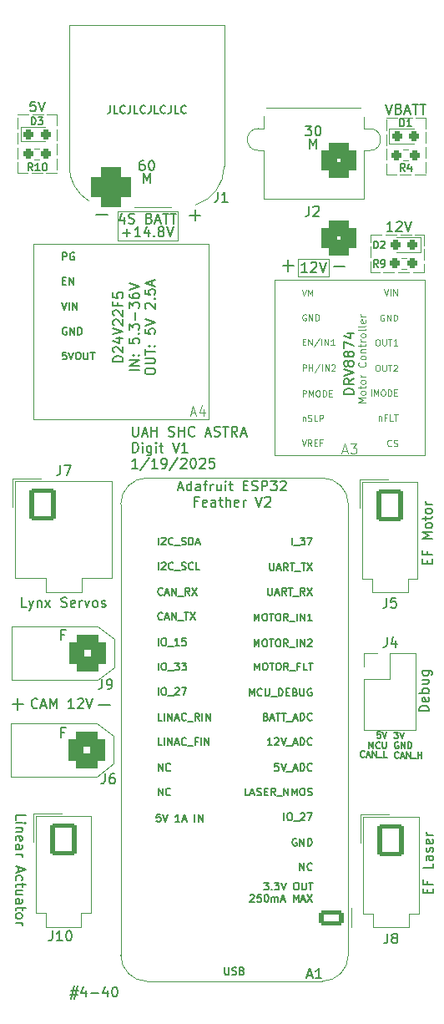
<source format=gto>
G04 #@! TF.GenerationSoftware,KiCad,Pcbnew,8.0.7*
G04 #@! TF.CreationDate,2025-01-20T10:56:57-06:00*
G04 #@! TF.ProjectId,Digit,44696769-742e-46b6-9963-61645f706362,1.2*
G04 #@! TF.SameCoordinates,Original*
G04 #@! TF.FileFunction,Legend,Top*
G04 #@! TF.FilePolarity,Positive*
%FSLAX46Y46*%
G04 Gerber Fmt 4.6, Leading zero omitted, Abs format (unit mm)*
G04 Created by KiCad (PCBNEW 8.0.7) date 2025-01-20 10:56:57*
%MOMM*%
%LPD*%
G01*
G04 APERTURE LIST*
G04 Aperture macros list*
%AMRoundRect*
0 Rectangle with rounded corners*
0 $1 Rounding radius*
0 $2 $3 $4 $5 $6 $7 $8 $9 X,Y pos of 4 corners*
0 Add a 4 corners polygon primitive as box body*
4,1,4,$2,$3,$4,$5,$6,$7,$8,$9,$2,$3,0*
0 Add four circle primitives for the rounded corners*
1,1,$1+$1,$2,$3*
1,1,$1+$1,$4,$5*
1,1,$1+$1,$6,$7*
1,1,$1+$1,$8,$9*
0 Add four rect primitives between the rounded corners*
20,1,$1+$1,$2,$3,$4,$5,0*
20,1,$1+$1,$4,$5,$6,$7,0*
20,1,$1+$1,$6,$7,$8,$9,0*
20,1,$1+$1,$8,$9,$2,$3,0*%
G04 Aperture macros list end*
%ADD10C,0.150000*%
%ADD11C,0.100000*%
%ADD12C,0.200000*%
%ADD13C,0.120000*%
%ADD14C,1.700000*%
%ADD15RoundRect,0.250000X1.050000X0.550000X-1.050000X0.550000X-1.050000X-0.550000X1.050000X-0.550000X0*%
%ADD16O,2.600000X1.600000*%
%ADD17RoundRect,0.760000X1.140000X1.140000X-1.140000X1.140000X-1.140000X-1.140000X1.140000X-1.140000X0*%
%ADD18C,4.000000*%
%ADD19R,0.900000X2.000000*%
%ADD20RoundRect,1.025000X-1.025000X-1.025000X1.025000X-1.025000X1.025000X1.025000X-1.025000X1.025000X0*%
%ADD21C,4.100000*%
%ADD22RoundRect,0.250001X-1.099999X-1.399999X1.099999X-1.399999X1.099999X1.399999X-1.099999X1.399999X0*%
%ADD23O,2.700000X3.300000*%
%ADD24RoundRect,0.237500X-0.287500X-0.237500X0.287500X-0.237500X0.287500X0.237500X-0.287500X0.237500X0*%
%ADD25R,1.700000X1.700000*%
%ADD26O,1.700000X1.700000*%
%ADD27C,1.524000*%
%ADD28RoundRect,0.237500X0.250000X0.237500X-0.250000X0.237500X-0.250000X-0.237500X0.250000X-0.237500X0*%
%ADD29RoundRect,0.237500X0.287500X0.237500X-0.287500X0.237500X-0.287500X-0.237500X0.287500X-0.237500X0*%
%ADD30RoundRect,0.237500X-0.250000X-0.237500X0.250000X-0.237500X0.250000X0.237500X-0.250000X0.237500X0*%
%ADD31C,1.400000*%
%ADD32RoundRect,0.770000X-0.980000X-0.980000X0.980000X-0.980000X0.980000X0.980000X-0.980000X0.980000X0*%
%ADD33C,3.500000*%
%ADD34RoundRect,0.770000X0.980000X0.980000X-0.980000X0.980000X-0.980000X-0.980000X0.980000X-0.980000X0*%
G04 APERTURE END LIST*
D10*
X34804761Y-36494295D02*
X34804761Y-37065723D01*
X34804761Y-37065723D02*
X34766666Y-37180009D01*
X34766666Y-37180009D02*
X34690475Y-37256200D01*
X34690475Y-37256200D02*
X34576190Y-37294295D01*
X34576190Y-37294295D02*
X34499999Y-37294295D01*
X35566666Y-37294295D02*
X35185714Y-37294295D01*
X35185714Y-37294295D02*
X35185714Y-36494295D01*
X36290476Y-37218104D02*
X36252380Y-37256200D01*
X36252380Y-37256200D02*
X36138095Y-37294295D01*
X36138095Y-37294295D02*
X36061904Y-37294295D01*
X36061904Y-37294295D02*
X35947618Y-37256200D01*
X35947618Y-37256200D02*
X35871428Y-37180009D01*
X35871428Y-37180009D02*
X35833333Y-37103819D01*
X35833333Y-37103819D02*
X35795237Y-36951438D01*
X35795237Y-36951438D02*
X35795237Y-36837152D01*
X35795237Y-36837152D02*
X35833333Y-36684771D01*
X35833333Y-36684771D02*
X35871428Y-36608580D01*
X35871428Y-36608580D02*
X35947618Y-36532390D01*
X35947618Y-36532390D02*
X36061904Y-36494295D01*
X36061904Y-36494295D02*
X36138095Y-36494295D01*
X36138095Y-36494295D02*
X36252380Y-36532390D01*
X36252380Y-36532390D02*
X36290476Y-36570485D01*
X36861904Y-36494295D02*
X36861904Y-37065723D01*
X36861904Y-37065723D02*
X36823809Y-37180009D01*
X36823809Y-37180009D02*
X36747618Y-37256200D01*
X36747618Y-37256200D02*
X36633333Y-37294295D01*
X36633333Y-37294295D02*
X36557142Y-37294295D01*
X37623809Y-37294295D02*
X37242857Y-37294295D01*
X37242857Y-37294295D02*
X37242857Y-36494295D01*
X38347619Y-37218104D02*
X38309523Y-37256200D01*
X38309523Y-37256200D02*
X38195238Y-37294295D01*
X38195238Y-37294295D02*
X38119047Y-37294295D01*
X38119047Y-37294295D02*
X38004761Y-37256200D01*
X38004761Y-37256200D02*
X37928571Y-37180009D01*
X37928571Y-37180009D02*
X37890476Y-37103819D01*
X37890476Y-37103819D02*
X37852380Y-36951438D01*
X37852380Y-36951438D02*
X37852380Y-36837152D01*
X37852380Y-36837152D02*
X37890476Y-36684771D01*
X37890476Y-36684771D02*
X37928571Y-36608580D01*
X37928571Y-36608580D02*
X38004761Y-36532390D01*
X38004761Y-36532390D02*
X38119047Y-36494295D01*
X38119047Y-36494295D02*
X38195238Y-36494295D01*
X38195238Y-36494295D02*
X38309523Y-36532390D01*
X38309523Y-36532390D02*
X38347619Y-36570485D01*
X38919047Y-36494295D02*
X38919047Y-37065723D01*
X38919047Y-37065723D02*
X38880952Y-37180009D01*
X38880952Y-37180009D02*
X38804761Y-37256200D01*
X38804761Y-37256200D02*
X38690476Y-37294295D01*
X38690476Y-37294295D02*
X38614285Y-37294295D01*
X39680952Y-37294295D02*
X39300000Y-37294295D01*
X39300000Y-37294295D02*
X39300000Y-36494295D01*
X40404762Y-37218104D02*
X40366666Y-37256200D01*
X40366666Y-37256200D02*
X40252381Y-37294295D01*
X40252381Y-37294295D02*
X40176190Y-37294295D01*
X40176190Y-37294295D02*
X40061904Y-37256200D01*
X40061904Y-37256200D02*
X39985714Y-37180009D01*
X39985714Y-37180009D02*
X39947619Y-37103819D01*
X39947619Y-37103819D02*
X39909523Y-36951438D01*
X39909523Y-36951438D02*
X39909523Y-36837152D01*
X39909523Y-36837152D02*
X39947619Y-36684771D01*
X39947619Y-36684771D02*
X39985714Y-36608580D01*
X39985714Y-36608580D02*
X40061904Y-36532390D01*
X40061904Y-36532390D02*
X40176190Y-36494295D01*
X40176190Y-36494295D02*
X40252381Y-36494295D01*
X40252381Y-36494295D02*
X40366666Y-36532390D01*
X40366666Y-36532390D02*
X40404762Y-36570485D01*
X40976190Y-36494295D02*
X40976190Y-37065723D01*
X40976190Y-37065723D02*
X40938095Y-37180009D01*
X40938095Y-37180009D02*
X40861904Y-37256200D01*
X40861904Y-37256200D02*
X40747619Y-37294295D01*
X40747619Y-37294295D02*
X40671428Y-37294295D01*
X41738095Y-37294295D02*
X41357143Y-37294295D01*
X41357143Y-37294295D02*
X41357143Y-36494295D01*
X42461905Y-37218104D02*
X42423809Y-37256200D01*
X42423809Y-37256200D02*
X42309524Y-37294295D01*
X42309524Y-37294295D02*
X42233333Y-37294295D01*
X42233333Y-37294295D02*
X42119047Y-37256200D01*
X42119047Y-37256200D02*
X42042857Y-37180009D01*
X42042857Y-37180009D02*
X42004762Y-37103819D01*
X42004762Y-37103819D02*
X41966666Y-36951438D01*
X41966666Y-36951438D02*
X41966666Y-36837152D01*
X41966666Y-36837152D02*
X42004762Y-36684771D01*
X42004762Y-36684771D02*
X42042857Y-36608580D01*
X42042857Y-36608580D02*
X42119047Y-36532390D01*
X42119047Y-36532390D02*
X42233333Y-36494295D01*
X42233333Y-36494295D02*
X42309524Y-36494295D01*
X42309524Y-36494295D02*
X42423809Y-36532390D01*
X42423809Y-36532390D02*
X42461905Y-36570485D01*
X54590476Y-38554819D02*
X55209523Y-38554819D01*
X55209523Y-38554819D02*
X54876190Y-38935771D01*
X54876190Y-38935771D02*
X55019047Y-38935771D01*
X55019047Y-38935771D02*
X55114285Y-38983390D01*
X55114285Y-38983390D02*
X55161904Y-39031009D01*
X55161904Y-39031009D02*
X55209523Y-39126247D01*
X55209523Y-39126247D02*
X55209523Y-39364342D01*
X55209523Y-39364342D02*
X55161904Y-39459580D01*
X55161904Y-39459580D02*
X55114285Y-39507200D01*
X55114285Y-39507200D02*
X55019047Y-39554819D01*
X55019047Y-39554819D02*
X54733333Y-39554819D01*
X54733333Y-39554819D02*
X54638095Y-39507200D01*
X54638095Y-39507200D02*
X54590476Y-39459580D01*
X55828571Y-38554819D02*
X55923809Y-38554819D01*
X55923809Y-38554819D02*
X56019047Y-38602438D01*
X56019047Y-38602438D02*
X56066666Y-38650057D01*
X56066666Y-38650057D02*
X56114285Y-38745295D01*
X56114285Y-38745295D02*
X56161904Y-38935771D01*
X56161904Y-38935771D02*
X56161904Y-39173866D01*
X56161904Y-39173866D02*
X56114285Y-39364342D01*
X56114285Y-39364342D02*
X56066666Y-39459580D01*
X56066666Y-39459580D02*
X56019047Y-39507200D01*
X56019047Y-39507200D02*
X55923809Y-39554819D01*
X55923809Y-39554819D02*
X55828571Y-39554819D01*
X55828571Y-39554819D02*
X55733333Y-39507200D01*
X55733333Y-39507200D02*
X55685714Y-39459580D01*
X55685714Y-39459580D02*
X55638095Y-39364342D01*
X55638095Y-39364342D02*
X55590476Y-39173866D01*
X55590476Y-39173866D02*
X55590476Y-38935771D01*
X55590476Y-38935771D02*
X55638095Y-38745295D01*
X55638095Y-38745295D02*
X55685714Y-38650057D01*
X55685714Y-38650057D02*
X55733333Y-38602438D01*
X55733333Y-38602438D02*
X55828571Y-38554819D01*
X38214285Y-42054819D02*
X38023809Y-42054819D01*
X38023809Y-42054819D02*
X37928571Y-42102438D01*
X37928571Y-42102438D02*
X37880952Y-42150057D01*
X37880952Y-42150057D02*
X37785714Y-42292914D01*
X37785714Y-42292914D02*
X37738095Y-42483390D01*
X37738095Y-42483390D02*
X37738095Y-42864342D01*
X37738095Y-42864342D02*
X37785714Y-42959580D01*
X37785714Y-42959580D02*
X37833333Y-43007200D01*
X37833333Y-43007200D02*
X37928571Y-43054819D01*
X37928571Y-43054819D02*
X38119047Y-43054819D01*
X38119047Y-43054819D02*
X38214285Y-43007200D01*
X38214285Y-43007200D02*
X38261904Y-42959580D01*
X38261904Y-42959580D02*
X38309523Y-42864342D01*
X38309523Y-42864342D02*
X38309523Y-42626247D01*
X38309523Y-42626247D02*
X38261904Y-42531009D01*
X38261904Y-42531009D02*
X38214285Y-42483390D01*
X38214285Y-42483390D02*
X38119047Y-42435771D01*
X38119047Y-42435771D02*
X37928571Y-42435771D01*
X37928571Y-42435771D02*
X37833333Y-42483390D01*
X37833333Y-42483390D02*
X37785714Y-42531009D01*
X37785714Y-42531009D02*
X37738095Y-42626247D01*
X38928571Y-42054819D02*
X39023809Y-42054819D01*
X39023809Y-42054819D02*
X39119047Y-42102438D01*
X39119047Y-42102438D02*
X39166666Y-42150057D01*
X39166666Y-42150057D02*
X39214285Y-42245295D01*
X39214285Y-42245295D02*
X39261904Y-42435771D01*
X39261904Y-42435771D02*
X39261904Y-42673866D01*
X39261904Y-42673866D02*
X39214285Y-42864342D01*
X39214285Y-42864342D02*
X39166666Y-42959580D01*
X39166666Y-42959580D02*
X39119047Y-43007200D01*
X39119047Y-43007200D02*
X39023809Y-43054819D01*
X39023809Y-43054819D02*
X38928571Y-43054819D01*
X38928571Y-43054819D02*
X38833333Y-43007200D01*
X38833333Y-43007200D02*
X38785714Y-42959580D01*
X38785714Y-42959580D02*
X38738095Y-42864342D01*
X38738095Y-42864342D02*
X38690476Y-42673866D01*
X38690476Y-42673866D02*
X38690476Y-42435771D01*
X38690476Y-42435771D02*
X38738095Y-42245295D01*
X38738095Y-42245295D02*
X38785714Y-42150057D01*
X38785714Y-42150057D02*
X38833333Y-42102438D01*
X38833333Y-42102438D02*
X38928571Y-42054819D01*
D11*
X62800000Y-37710000D02*
X63900000Y-37710000D01*
X64300000Y-37710000D02*
X65400000Y-37710000D01*
X65800000Y-37710000D02*
X66810000Y-37710000D01*
X66810000Y-37710000D02*
X66810000Y-38810000D01*
X66810000Y-39210000D02*
X66810000Y-40310000D01*
X66810000Y-40710000D02*
X66810000Y-41810000D01*
X66810000Y-42210000D02*
X66810000Y-43310000D01*
X66810000Y-43500000D02*
X65710000Y-43500000D01*
X65310000Y-43500000D02*
X64210000Y-43500000D01*
X63810000Y-43500000D02*
X62800000Y-43500000D01*
X62800000Y-43500000D02*
X62800000Y-42400000D01*
X62800000Y-42000000D02*
X62800000Y-40900000D01*
X62800000Y-40500000D02*
X62800000Y-39400000D01*
X62800000Y-39000000D02*
X62800000Y-37900000D01*
X53820000Y-52030000D02*
X57000000Y-52030000D01*
X57000000Y-53800000D01*
X53820000Y-53800000D01*
X53820000Y-52030000D01*
X25390000Y-37380000D02*
X26490000Y-37380000D01*
X26890000Y-37380000D02*
X27990000Y-37380000D01*
X28390000Y-37380000D02*
X29400000Y-37380000D01*
X29400000Y-37380000D02*
X29400000Y-38480000D01*
X29400000Y-38880000D02*
X29400000Y-39980000D01*
X29400000Y-40380000D02*
X29400000Y-41480000D01*
X29400000Y-41880000D02*
X29400000Y-42980000D01*
X29400000Y-43350000D02*
X28300000Y-43350000D01*
X27900000Y-43350000D02*
X26800000Y-43350000D01*
X26400000Y-43350000D02*
X25390000Y-43350000D01*
X25390000Y-43350000D02*
X25390000Y-42250000D01*
X25390000Y-41850000D02*
X25390000Y-40750000D01*
X25390000Y-40350000D02*
X25390000Y-39250000D01*
X25390000Y-38850000D02*
X25390000Y-37750000D01*
X61220000Y-49570000D02*
X62320000Y-49570000D01*
X62720000Y-49570000D02*
X63820000Y-49570000D01*
X64220000Y-49570000D02*
X65320000Y-49570000D01*
X65720000Y-49570000D02*
X66610000Y-49570000D01*
X66610000Y-49570000D02*
X66610000Y-50670000D01*
X66610000Y-51070000D02*
X66610000Y-52170000D01*
X66610000Y-52570000D02*
X66610000Y-53390000D01*
X66610000Y-53390000D02*
X65510000Y-53390000D01*
X65110000Y-53390000D02*
X64010000Y-53390000D01*
X63610000Y-53390000D02*
X62510000Y-53390000D01*
X62110000Y-53390000D02*
X61220000Y-53390000D01*
X61220000Y-53390000D02*
X61220000Y-52290000D01*
X61220000Y-51890000D02*
X61220000Y-50790000D01*
X61220000Y-50390000D02*
X61220000Y-49570000D01*
X35550000Y-47200000D02*
X41630000Y-47200000D01*
X41630000Y-50200000D01*
X35550000Y-50200000D01*
X35550000Y-47200000D01*
D10*
X50794172Y-85389164D02*
X50794172Y-85996307D01*
X50794172Y-85996307D02*
X50829886Y-86067735D01*
X50829886Y-86067735D02*
X50865601Y-86103450D01*
X50865601Y-86103450D02*
X50937029Y-86139164D01*
X50937029Y-86139164D02*
X51079886Y-86139164D01*
X51079886Y-86139164D02*
X51151315Y-86103450D01*
X51151315Y-86103450D02*
X51187029Y-86067735D01*
X51187029Y-86067735D02*
X51222743Y-85996307D01*
X51222743Y-85996307D02*
X51222743Y-85389164D01*
X51544172Y-85924878D02*
X51901315Y-85924878D01*
X51472743Y-86139164D02*
X51722743Y-85389164D01*
X51722743Y-85389164D02*
X51972743Y-86139164D01*
X52651314Y-86139164D02*
X52401314Y-85782021D01*
X52222743Y-86139164D02*
X52222743Y-85389164D01*
X52222743Y-85389164D02*
X52508457Y-85389164D01*
X52508457Y-85389164D02*
X52579886Y-85424878D01*
X52579886Y-85424878D02*
X52615600Y-85460592D01*
X52615600Y-85460592D02*
X52651314Y-85532021D01*
X52651314Y-85532021D02*
X52651314Y-85639164D01*
X52651314Y-85639164D02*
X52615600Y-85710592D01*
X52615600Y-85710592D02*
X52579886Y-85746307D01*
X52579886Y-85746307D02*
X52508457Y-85782021D01*
X52508457Y-85782021D02*
X52222743Y-85782021D01*
X52865600Y-85389164D02*
X53294172Y-85389164D01*
X53079886Y-86139164D02*
X53079886Y-85389164D01*
X53365601Y-86210592D02*
X53937029Y-86210592D01*
X54544172Y-86139164D02*
X54294172Y-85782021D01*
X54115601Y-86139164D02*
X54115601Y-85389164D01*
X54115601Y-85389164D02*
X54401315Y-85389164D01*
X54401315Y-85389164D02*
X54472744Y-85424878D01*
X54472744Y-85424878D02*
X54508458Y-85460592D01*
X54508458Y-85460592D02*
X54544172Y-85532021D01*
X54544172Y-85532021D02*
X54544172Y-85639164D01*
X54544172Y-85639164D02*
X54508458Y-85710592D01*
X54508458Y-85710592D02*
X54472744Y-85746307D01*
X54472744Y-85746307D02*
X54401315Y-85782021D01*
X54401315Y-85782021D02*
X54115601Y-85782021D01*
X54794172Y-85389164D02*
X55294172Y-86139164D01*
X55294172Y-85389164D02*
X54794172Y-86139164D01*
X36192856Y-47788152D02*
X36192856Y-48454819D01*
X35954761Y-47407200D02*
X35716666Y-48121485D01*
X35716666Y-48121485D02*
X36335713Y-48121485D01*
X36669047Y-48407200D02*
X36811904Y-48454819D01*
X36811904Y-48454819D02*
X37049999Y-48454819D01*
X37049999Y-48454819D02*
X37145237Y-48407200D01*
X37145237Y-48407200D02*
X37192856Y-48359580D01*
X37192856Y-48359580D02*
X37240475Y-48264342D01*
X37240475Y-48264342D02*
X37240475Y-48169104D01*
X37240475Y-48169104D02*
X37192856Y-48073866D01*
X37192856Y-48073866D02*
X37145237Y-48026247D01*
X37145237Y-48026247D02*
X37049999Y-47978628D01*
X37049999Y-47978628D02*
X36859523Y-47931009D01*
X36859523Y-47931009D02*
X36764285Y-47883390D01*
X36764285Y-47883390D02*
X36716666Y-47835771D01*
X36716666Y-47835771D02*
X36669047Y-47740533D01*
X36669047Y-47740533D02*
X36669047Y-47645295D01*
X36669047Y-47645295D02*
X36716666Y-47550057D01*
X36716666Y-47550057D02*
X36764285Y-47502438D01*
X36764285Y-47502438D02*
X36859523Y-47454819D01*
X36859523Y-47454819D02*
X37097618Y-47454819D01*
X37097618Y-47454819D02*
X37240475Y-47502438D01*
X38764285Y-47931009D02*
X38907142Y-47978628D01*
X38907142Y-47978628D02*
X38954761Y-48026247D01*
X38954761Y-48026247D02*
X39002380Y-48121485D01*
X39002380Y-48121485D02*
X39002380Y-48264342D01*
X39002380Y-48264342D02*
X38954761Y-48359580D01*
X38954761Y-48359580D02*
X38907142Y-48407200D01*
X38907142Y-48407200D02*
X38811904Y-48454819D01*
X38811904Y-48454819D02*
X38430952Y-48454819D01*
X38430952Y-48454819D02*
X38430952Y-47454819D01*
X38430952Y-47454819D02*
X38764285Y-47454819D01*
X38764285Y-47454819D02*
X38859523Y-47502438D01*
X38859523Y-47502438D02*
X38907142Y-47550057D01*
X38907142Y-47550057D02*
X38954761Y-47645295D01*
X38954761Y-47645295D02*
X38954761Y-47740533D01*
X38954761Y-47740533D02*
X38907142Y-47835771D01*
X38907142Y-47835771D02*
X38859523Y-47883390D01*
X38859523Y-47883390D02*
X38764285Y-47931009D01*
X38764285Y-47931009D02*
X38430952Y-47931009D01*
X39383333Y-48169104D02*
X39859523Y-48169104D01*
X39288095Y-48454819D02*
X39621428Y-47454819D01*
X39621428Y-47454819D02*
X39954761Y-48454819D01*
X40145238Y-47454819D02*
X40716666Y-47454819D01*
X40430952Y-48454819D02*
X40430952Y-47454819D01*
X40907143Y-47454819D02*
X41478571Y-47454819D01*
X41192857Y-48454819D02*
X41192857Y-47454819D01*
X61041791Y-101653876D02*
X61041791Y-101013876D01*
X61041791Y-101013876D02*
X61255125Y-101471019D01*
X61255125Y-101471019D02*
X61468458Y-101013876D01*
X61468458Y-101013876D02*
X61468458Y-101653876D01*
X62138935Y-101592923D02*
X62108459Y-101623400D01*
X62108459Y-101623400D02*
X62017030Y-101653876D01*
X62017030Y-101653876D02*
X61956078Y-101653876D01*
X61956078Y-101653876D02*
X61864649Y-101623400D01*
X61864649Y-101623400D02*
X61803697Y-101562447D01*
X61803697Y-101562447D02*
X61773220Y-101501495D01*
X61773220Y-101501495D02*
X61742744Y-101379590D01*
X61742744Y-101379590D02*
X61742744Y-101288161D01*
X61742744Y-101288161D02*
X61773220Y-101166257D01*
X61773220Y-101166257D02*
X61803697Y-101105304D01*
X61803697Y-101105304D02*
X61864649Y-101044352D01*
X61864649Y-101044352D02*
X61956078Y-101013876D01*
X61956078Y-101013876D02*
X62017030Y-101013876D01*
X62017030Y-101013876D02*
X62108459Y-101044352D01*
X62108459Y-101044352D02*
X62138935Y-101074828D01*
X62413220Y-101013876D02*
X62413220Y-101531971D01*
X62413220Y-101531971D02*
X62443697Y-101592923D01*
X62443697Y-101592923D02*
X62474173Y-101623400D01*
X62474173Y-101623400D02*
X62535125Y-101653876D01*
X62535125Y-101653876D02*
X62657030Y-101653876D01*
X62657030Y-101653876D02*
X62717982Y-101623400D01*
X62717982Y-101623400D02*
X62748459Y-101592923D01*
X62748459Y-101592923D02*
X62778935Y-101531971D01*
X62778935Y-101531971D02*
X62778935Y-101013876D01*
X39677255Y-106439164D02*
X39677255Y-105689164D01*
X39677255Y-105689164D02*
X40105826Y-106439164D01*
X40105826Y-106439164D02*
X40105826Y-105689164D01*
X40891540Y-106367735D02*
X40855826Y-106403450D01*
X40855826Y-106403450D02*
X40748683Y-106439164D01*
X40748683Y-106439164D02*
X40677255Y-106439164D01*
X40677255Y-106439164D02*
X40570112Y-106403450D01*
X40570112Y-106403450D02*
X40498683Y-106332021D01*
X40498683Y-106332021D02*
X40462969Y-106260592D01*
X40462969Y-106260592D02*
X40427255Y-106117735D01*
X40427255Y-106117735D02*
X40427255Y-106010592D01*
X40427255Y-106010592D02*
X40462969Y-105867735D01*
X40462969Y-105867735D02*
X40498683Y-105796307D01*
X40498683Y-105796307D02*
X40570112Y-105724878D01*
X40570112Y-105724878D02*
X40677255Y-105689164D01*
X40677255Y-105689164D02*
X40748683Y-105689164D01*
X40748683Y-105689164D02*
X40855826Y-105724878D01*
X40855826Y-105724878D02*
X40891540Y-105760592D01*
X48901316Y-96339164D02*
X48901316Y-95589164D01*
X48901316Y-95589164D02*
X49151316Y-96124878D01*
X49151316Y-96124878D02*
X49401316Y-95589164D01*
X49401316Y-95589164D02*
X49401316Y-96339164D01*
X50187030Y-96267735D02*
X50151316Y-96303450D01*
X50151316Y-96303450D02*
X50044173Y-96339164D01*
X50044173Y-96339164D02*
X49972745Y-96339164D01*
X49972745Y-96339164D02*
X49865602Y-96303450D01*
X49865602Y-96303450D02*
X49794173Y-96232021D01*
X49794173Y-96232021D02*
X49758459Y-96160592D01*
X49758459Y-96160592D02*
X49722745Y-96017735D01*
X49722745Y-96017735D02*
X49722745Y-95910592D01*
X49722745Y-95910592D02*
X49758459Y-95767735D01*
X49758459Y-95767735D02*
X49794173Y-95696307D01*
X49794173Y-95696307D02*
X49865602Y-95624878D01*
X49865602Y-95624878D02*
X49972745Y-95589164D01*
X49972745Y-95589164D02*
X50044173Y-95589164D01*
X50044173Y-95589164D02*
X50151316Y-95624878D01*
X50151316Y-95624878D02*
X50187030Y-95660592D01*
X50508459Y-95589164D02*
X50508459Y-96196307D01*
X50508459Y-96196307D02*
X50544173Y-96267735D01*
X50544173Y-96267735D02*
X50579888Y-96303450D01*
X50579888Y-96303450D02*
X50651316Y-96339164D01*
X50651316Y-96339164D02*
X50794173Y-96339164D01*
X50794173Y-96339164D02*
X50865602Y-96303450D01*
X50865602Y-96303450D02*
X50901316Y-96267735D01*
X50901316Y-96267735D02*
X50937030Y-96196307D01*
X50937030Y-96196307D02*
X50937030Y-95589164D01*
X51115602Y-96410592D02*
X51687030Y-96410592D01*
X51865602Y-96339164D02*
X51865602Y-95589164D01*
X51865602Y-95589164D02*
X52044173Y-95589164D01*
X52044173Y-95589164D02*
X52151316Y-95624878D01*
X52151316Y-95624878D02*
X52222745Y-95696307D01*
X52222745Y-95696307D02*
X52258459Y-95767735D01*
X52258459Y-95767735D02*
X52294173Y-95910592D01*
X52294173Y-95910592D02*
X52294173Y-96017735D01*
X52294173Y-96017735D02*
X52258459Y-96160592D01*
X52258459Y-96160592D02*
X52222745Y-96232021D01*
X52222745Y-96232021D02*
X52151316Y-96303450D01*
X52151316Y-96303450D02*
X52044173Y-96339164D01*
X52044173Y-96339164D02*
X51865602Y-96339164D01*
X52615602Y-95946307D02*
X52865602Y-95946307D01*
X52972745Y-96339164D02*
X52615602Y-96339164D01*
X52615602Y-96339164D02*
X52615602Y-95589164D01*
X52615602Y-95589164D02*
X52972745Y-95589164D01*
X53544173Y-95946307D02*
X53651316Y-95982021D01*
X53651316Y-95982021D02*
X53687030Y-96017735D01*
X53687030Y-96017735D02*
X53722744Y-96089164D01*
X53722744Y-96089164D02*
X53722744Y-96196307D01*
X53722744Y-96196307D02*
X53687030Y-96267735D01*
X53687030Y-96267735D02*
X53651316Y-96303450D01*
X53651316Y-96303450D02*
X53579887Y-96339164D01*
X53579887Y-96339164D02*
X53294173Y-96339164D01*
X53294173Y-96339164D02*
X53294173Y-95589164D01*
X53294173Y-95589164D02*
X53544173Y-95589164D01*
X53544173Y-95589164D02*
X53615602Y-95624878D01*
X53615602Y-95624878D02*
X53651316Y-95660592D01*
X53651316Y-95660592D02*
X53687030Y-95732021D01*
X53687030Y-95732021D02*
X53687030Y-95803450D01*
X53687030Y-95803450D02*
X53651316Y-95874878D01*
X53651316Y-95874878D02*
X53615602Y-95910592D01*
X53615602Y-95910592D02*
X53544173Y-95946307D01*
X53544173Y-95946307D02*
X53294173Y-95946307D01*
X54044173Y-95589164D02*
X54044173Y-96196307D01*
X54044173Y-96196307D02*
X54079887Y-96267735D01*
X54079887Y-96267735D02*
X54115602Y-96303450D01*
X54115602Y-96303450D02*
X54187030Y-96339164D01*
X54187030Y-96339164D02*
X54329887Y-96339164D01*
X54329887Y-96339164D02*
X54401316Y-96303450D01*
X54401316Y-96303450D02*
X54437030Y-96267735D01*
X54437030Y-96267735D02*
X54472744Y-96196307D01*
X54472744Y-96196307D02*
X54472744Y-95589164D01*
X55222744Y-95624878D02*
X55151316Y-95589164D01*
X55151316Y-95589164D02*
X55044173Y-95589164D01*
X55044173Y-95589164D02*
X54937030Y-95624878D01*
X54937030Y-95624878D02*
X54865601Y-95696307D01*
X54865601Y-95696307D02*
X54829887Y-95767735D01*
X54829887Y-95767735D02*
X54794173Y-95910592D01*
X54794173Y-95910592D02*
X54794173Y-96017735D01*
X54794173Y-96017735D02*
X54829887Y-96160592D01*
X54829887Y-96160592D02*
X54865601Y-96232021D01*
X54865601Y-96232021D02*
X54937030Y-96303450D01*
X54937030Y-96303450D02*
X55044173Y-96339164D01*
X55044173Y-96339164D02*
X55115601Y-96339164D01*
X55115601Y-96339164D02*
X55222744Y-96303450D01*
X55222744Y-96303450D02*
X55258458Y-96267735D01*
X55258458Y-96267735D02*
X55258458Y-96017735D01*
X55258458Y-96017735D02*
X55115601Y-96017735D01*
X49401315Y-91339164D02*
X49401315Y-90589164D01*
X49401315Y-90589164D02*
X49651315Y-91124878D01*
X49651315Y-91124878D02*
X49901315Y-90589164D01*
X49901315Y-90589164D02*
X49901315Y-91339164D01*
X50401315Y-90589164D02*
X50544172Y-90589164D01*
X50544172Y-90589164D02*
X50615601Y-90624878D01*
X50615601Y-90624878D02*
X50687029Y-90696307D01*
X50687029Y-90696307D02*
X50722744Y-90839164D01*
X50722744Y-90839164D02*
X50722744Y-91089164D01*
X50722744Y-91089164D02*
X50687029Y-91232021D01*
X50687029Y-91232021D02*
X50615601Y-91303450D01*
X50615601Y-91303450D02*
X50544172Y-91339164D01*
X50544172Y-91339164D02*
X50401315Y-91339164D01*
X50401315Y-91339164D02*
X50329887Y-91303450D01*
X50329887Y-91303450D02*
X50258458Y-91232021D01*
X50258458Y-91232021D02*
X50222744Y-91089164D01*
X50222744Y-91089164D02*
X50222744Y-90839164D01*
X50222744Y-90839164D02*
X50258458Y-90696307D01*
X50258458Y-90696307D02*
X50329887Y-90624878D01*
X50329887Y-90624878D02*
X50401315Y-90589164D01*
X50937029Y-90589164D02*
X51365601Y-90589164D01*
X51151315Y-91339164D02*
X51151315Y-90589164D01*
X51758458Y-90589164D02*
X51901315Y-90589164D01*
X51901315Y-90589164D02*
X51972744Y-90624878D01*
X51972744Y-90624878D02*
X52044172Y-90696307D01*
X52044172Y-90696307D02*
X52079887Y-90839164D01*
X52079887Y-90839164D02*
X52079887Y-91089164D01*
X52079887Y-91089164D02*
X52044172Y-91232021D01*
X52044172Y-91232021D02*
X51972744Y-91303450D01*
X51972744Y-91303450D02*
X51901315Y-91339164D01*
X51901315Y-91339164D02*
X51758458Y-91339164D01*
X51758458Y-91339164D02*
X51687030Y-91303450D01*
X51687030Y-91303450D02*
X51615601Y-91232021D01*
X51615601Y-91232021D02*
X51579887Y-91089164D01*
X51579887Y-91089164D02*
X51579887Y-90839164D01*
X51579887Y-90839164D02*
X51615601Y-90696307D01*
X51615601Y-90696307D02*
X51687030Y-90624878D01*
X51687030Y-90624878D02*
X51758458Y-90589164D01*
X52829886Y-91339164D02*
X52579886Y-90982021D01*
X52401315Y-91339164D02*
X52401315Y-90589164D01*
X52401315Y-90589164D02*
X52687029Y-90589164D01*
X52687029Y-90589164D02*
X52758458Y-90624878D01*
X52758458Y-90624878D02*
X52794172Y-90660592D01*
X52794172Y-90660592D02*
X52829886Y-90732021D01*
X52829886Y-90732021D02*
X52829886Y-90839164D01*
X52829886Y-90839164D02*
X52794172Y-90910592D01*
X52794172Y-90910592D02*
X52758458Y-90946307D01*
X52758458Y-90946307D02*
X52687029Y-90982021D01*
X52687029Y-90982021D02*
X52401315Y-90982021D01*
X52972744Y-91410592D02*
X53544172Y-91410592D01*
X53722744Y-91339164D02*
X53722744Y-90589164D01*
X54079887Y-91339164D02*
X54079887Y-90589164D01*
X54079887Y-90589164D02*
X54508458Y-91339164D01*
X54508458Y-91339164D02*
X54508458Y-90589164D01*
X54829887Y-90660592D02*
X54865601Y-90624878D01*
X54865601Y-90624878D02*
X54937030Y-90589164D01*
X54937030Y-90589164D02*
X55115601Y-90589164D01*
X55115601Y-90589164D02*
X55187030Y-90624878D01*
X55187030Y-90624878D02*
X55222744Y-90660592D01*
X55222744Y-90660592D02*
X55258458Y-90732021D01*
X55258458Y-90732021D02*
X55258458Y-90803450D01*
X55258458Y-90803450D02*
X55222744Y-90910592D01*
X55222744Y-90910592D02*
X54794172Y-91339164D01*
X54794172Y-91339164D02*
X55258458Y-91339164D01*
X63620112Y-100013876D02*
X64016303Y-100013876D01*
X64016303Y-100013876D02*
X63802969Y-100257685D01*
X63802969Y-100257685D02*
X63894398Y-100257685D01*
X63894398Y-100257685D02*
X63955350Y-100288161D01*
X63955350Y-100288161D02*
X63985826Y-100318638D01*
X63985826Y-100318638D02*
X64016303Y-100379590D01*
X64016303Y-100379590D02*
X64016303Y-100531971D01*
X64016303Y-100531971D02*
X63985826Y-100592923D01*
X63985826Y-100592923D02*
X63955350Y-100623400D01*
X63955350Y-100623400D02*
X63894398Y-100653876D01*
X63894398Y-100653876D02*
X63711541Y-100653876D01*
X63711541Y-100653876D02*
X63650588Y-100623400D01*
X63650588Y-100623400D02*
X63620112Y-100592923D01*
X64199160Y-100013876D02*
X64412493Y-100653876D01*
X64412493Y-100653876D02*
X64625827Y-100013876D01*
X53222743Y-81039164D02*
X53222743Y-80289164D01*
X53401315Y-81110592D02*
X53972743Y-81110592D01*
X54079886Y-80289164D02*
X54544172Y-80289164D01*
X54544172Y-80289164D02*
X54294172Y-80574878D01*
X54294172Y-80574878D02*
X54401315Y-80574878D01*
X54401315Y-80574878D02*
X54472744Y-80610592D01*
X54472744Y-80610592D02*
X54508458Y-80646307D01*
X54508458Y-80646307D02*
X54544172Y-80717735D01*
X54544172Y-80717735D02*
X54544172Y-80896307D01*
X54544172Y-80896307D02*
X54508458Y-80967735D01*
X54508458Y-80967735D02*
X54472744Y-81003450D01*
X54472744Y-81003450D02*
X54401315Y-81039164D01*
X54401315Y-81039164D02*
X54187029Y-81039164D01*
X54187029Y-81039164D02*
X54115601Y-81003450D01*
X54115601Y-81003450D02*
X54079886Y-80967735D01*
X54794172Y-80289164D02*
X55294172Y-80289164D01*
X55294172Y-80289164D02*
X54972744Y-81039164D01*
X29977255Y-54246307D02*
X30227255Y-54246307D01*
X30334398Y-54639164D02*
X29977255Y-54639164D01*
X29977255Y-54639164D02*
X29977255Y-53889164D01*
X29977255Y-53889164D02*
X30334398Y-53889164D01*
X30655826Y-54639164D02*
X30655826Y-53889164D01*
X30655826Y-53889164D02*
X31084397Y-54639164D01*
X31084397Y-54639164D02*
X31084397Y-53889164D01*
X48829887Y-106439164D02*
X48472744Y-106439164D01*
X48472744Y-106439164D02*
X48472744Y-105689164D01*
X49044173Y-106224878D02*
X49401316Y-106224878D01*
X48972744Y-106439164D02*
X49222744Y-105689164D01*
X49222744Y-105689164D02*
X49472744Y-106439164D01*
X49687030Y-106403450D02*
X49794173Y-106439164D01*
X49794173Y-106439164D02*
X49972744Y-106439164D01*
X49972744Y-106439164D02*
X50044173Y-106403450D01*
X50044173Y-106403450D02*
X50079887Y-106367735D01*
X50079887Y-106367735D02*
X50115601Y-106296307D01*
X50115601Y-106296307D02*
X50115601Y-106224878D01*
X50115601Y-106224878D02*
X50079887Y-106153450D01*
X50079887Y-106153450D02*
X50044173Y-106117735D01*
X50044173Y-106117735D02*
X49972744Y-106082021D01*
X49972744Y-106082021D02*
X49829887Y-106046307D01*
X49829887Y-106046307D02*
X49758458Y-106010592D01*
X49758458Y-106010592D02*
X49722744Y-105974878D01*
X49722744Y-105974878D02*
X49687030Y-105903450D01*
X49687030Y-105903450D02*
X49687030Y-105832021D01*
X49687030Y-105832021D02*
X49722744Y-105760592D01*
X49722744Y-105760592D02*
X49758458Y-105724878D01*
X49758458Y-105724878D02*
X49829887Y-105689164D01*
X49829887Y-105689164D02*
X50008458Y-105689164D01*
X50008458Y-105689164D02*
X50115601Y-105724878D01*
X50437030Y-106046307D02*
X50687030Y-106046307D01*
X50794173Y-106439164D02*
X50437030Y-106439164D01*
X50437030Y-106439164D02*
X50437030Y-105689164D01*
X50437030Y-105689164D02*
X50794173Y-105689164D01*
X51544172Y-106439164D02*
X51294172Y-106082021D01*
X51115601Y-106439164D02*
X51115601Y-105689164D01*
X51115601Y-105689164D02*
X51401315Y-105689164D01*
X51401315Y-105689164D02*
X51472744Y-105724878D01*
X51472744Y-105724878D02*
X51508458Y-105760592D01*
X51508458Y-105760592D02*
X51544172Y-105832021D01*
X51544172Y-105832021D02*
X51544172Y-105939164D01*
X51544172Y-105939164D02*
X51508458Y-106010592D01*
X51508458Y-106010592D02*
X51472744Y-106046307D01*
X51472744Y-106046307D02*
X51401315Y-106082021D01*
X51401315Y-106082021D02*
X51115601Y-106082021D01*
X51687030Y-106510592D02*
X52258458Y-106510592D01*
X52437030Y-106439164D02*
X52437030Y-105689164D01*
X52437030Y-105689164D02*
X52865601Y-106439164D01*
X52865601Y-106439164D02*
X52865601Y-105689164D01*
X53222744Y-106439164D02*
X53222744Y-105689164D01*
X53222744Y-105689164D02*
X53472744Y-106224878D01*
X53472744Y-106224878D02*
X53722744Y-105689164D01*
X53722744Y-105689164D02*
X53722744Y-106439164D01*
X54222744Y-105689164D02*
X54365601Y-105689164D01*
X54365601Y-105689164D02*
X54437030Y-105724878D01*
X54437030Y-105724878D02*
X54508458Y-105796307D01*
X54508458Y-105796307D02*
X54544173Y-105939164D01*
X54544173Y-105939164D02*
X54544173Y-106189164D01*
X54544173Y-106189164D02*
X54508458Y-106332021D01*
X54508458Y-106332021D02*
X54437030Y-106403450D01*
X54437030Y-106403450D02*
X54365601Y-106439164D01*
X54365601Y-106439164D02*
X54222744Y-106439164D01*
X54222744Y-106439164D02*
X54151316Y-106403450D01*
X54151316Y-106403450D02*
X54079887Y-106332021D01*
X54079887Y-106332021D02*
X54044173Y-106189164D01*
X54044173Y-106189164D02*
X54044173Y-105939164D01*
X54044173Y-105939164D02*
X54079887Y-105796307D01*
X54079887Y-105796307D02*
X54151316Y-105724878D01*
X54151316Y-105724878D02*
X54222744Y-105689164D01*
X54829887Y-106403450D02*
X54937030Y-106439164D01*
X54937030Y-106439164D02*
X55115601Y-106439164D01*
X55115601Y-106439164D02*
X55187030Y-106403450D01*
X55187030Y-106403450D02*
X55222744Y-106367735D01*
X55222744Y-106367735D02*
X55258458Y-106296307D01*
X55258458Y-106296307D02*
X55258458Y-106224878D01*
X55258458Y-106224878D02*
X55222744Y-106153450D01*
X55222744Y-106153450D02*
X55187030Y-106117735D01*
X55187030Y-106117735D02*
X55115601Y-106082021D01*
X55115601Y-106082021D02*
X54972744Y-106046307D01*
X54972744Y-106046307D02*
X54901315Y-106010592D01*
X54901315Y-106010592D02*
X54865601Y-105974878D01*
X54865601Y-105974878D02*
X54829887Y-105903450D01*
X54829887Y-105903450D02*
X54829887Y-105832021D01*
X54829887Y-105832021D02*
X54865601Y-105760592D01*
X54865601Y-105760592D02*
X54901315Y-105724878D01*
X54901315Y-105724878D02*
X54972744Y-105689164D01*
X54972744Y-105689164D02*
X55151315Y-105689164D01*
X55151315Y-105689164D02*
X55258458Y-105724878D01*
X50579886Y-98446307D02*
X50687029Y-98482021D01*
X50687029Y-98482021D02*
X50722743Y-98517735D01*
X50722743Y-98517735D02*
X50758457Y-98589164D01*
X50758457Y-98589164D02*
X50758457Y-98696307D01*
X50758457Y-98696307D02*
X50722743Y-98767735D01*
X50722743Y-98767735D02*
X50687029Y-98803450D01*
X50687029Y-98803450D02*
X50615600Y-98839164D01*
X50615600Y-98839164D02*
X50329886Y-98839164D01*
X50329886Y-98839164D02*
X50329886Y-98089164D01*
X50329886Y-98089164D02*
X50579886Y-98089164D01*
X50579886Y-98089164D02*
X50651315Y-98124878D01*
X50651315Y-98124878D02*
X50687029Y-98160592D01*
X50687029Y-98160592D02*
X50722743Y-98232021D01*
X50722743Y-98232021D02*
X50722743Y-98303450D01*
X50722743Y-98303450D02*
X50687029Y-98374878D01*
X50687029Y-98374878D02*
X50651315Y-98410592D01*
X50651315Y-98410592D02*
X50579886Y-98446307D01*
X50579886Y-98446307D02*
X50329886Y-98446307D01*
X51044172Y-98624878D02*
X51401315Y-98624878D01*
X50972743Y-98839164D02*
X51222743Y-98089164D01*
X51222743Y-98089164D02*
X51472743Y-98839164D01*
X51615600Y-98089164D02*
X52044172Y-98089164D01*
X51829886Y-98839164D02*
X51829886Y-98089164D01*
X52187029Y-98089164D02*
X52615601Y-98089164D01*
X52401315Y-98839164D02*
X52401315Y-98089164D01*
X52687030Y-98910592D02*
X53258458Y-98910592D01*
X53401316Y-98624878D02*
X53758459Y-98624878D01*
X53329887Y-98839164D02*
X53579887Y-98089164D01*
X53579887Y-98089164D02*
X53829887Y-98839164D01*
X54079887Y-98839164D02*
X54079887Y-98089164D01*
X54079887Y-98089164D02*
X54258458Y-98089164D01*
X54258458Y-98089164D02*
X54365601Y-98124878D01*
X54365601Y-98124878D02*
X54437030Y-98196307D01*
X54437030Y-98196307D02*
X54472744Y-98267735D01*
X54472744Y-98267735D02*
X54508458Y-98410592D01*
X54508458Y-98410592D02*
X54508458Y-98517735D01*
X54508458Y-98517735D02*
X54472744Y-98660592D01*
X54472744Y-98660592D02*
X54437030Y-98732021D01*
X54437030Y-98732021D02*
X54365601Y-98803450D01*
X54365601Y-98803450D02*
X54258458Y-98839164D01*
X54258458Y-98839164D02*
X54079887Y-98839164D01*
X55258458Y-98767735D02*
X55222744Y-98803450D01*
X55222744Y-98803450D02*
X55115601Y-98839164D01*
X55115601Y-98839164D02*
X55044173Y-98839164D01*
X55044173Y-98839164D02*
X54937030Y-98803450D01*
X54937030Y-98803450D02*
X54865601Y-98732021D01*
X54865601Y-98732021D02*
X54829887Y-98660592D01*
X54829887Y-98660592D02*
X54794173Y-98517735D01*
X54794173Y-98517735D02*
X54794173Y-98410592D01*
X54794173Y-98410592D02*
X54829887Y-98267735D01*
X54829887Y-98267735D02*
X54865601Y-98196307D01*
X54865601Y-98196307D02*
X54937030Y-98124878D01*
X54937030Y-98124878D02*
X55044173Y-98089164D01*
X55044173Y-98089164D02*
X55115601Y-98089164D01*
X55115601Y-98089164D02*
X55222744Y-98124878D01*
X55222744Y-98124878D02*
X55258458Y-98160592D01*
D12*
X30842054Y-126170552D02*
X31556339Y-126170552D01*
X31127768Y-125741980D02*
X30842054Y-127027695D01*
X31461101Y-126599123D02*
X30746816Y-126599123D01*
X31175387Y-127027695D02*
X31461101Y-125741980D01*
X32318244Y-126170552D02*
X32318244Y-126837219D01*
X32080149Y-125789600D02*
X31842054Y-126503885D01*
X31842054Y-126503885D02*
X32461101Y-126503885D01*
X32842054Y-126456266D02*
X33603959Y-126456266D01*
X34508720Y-126170552D02*
X34508720Y-126837219D01*
X34270625Y-125789600D02*
X34032530Y-126503885D01*
X34032530Y-126503885D02*
X34651577Y-126503885D01*
X35223006Y-125837219D02*
X35318244Y-125837219D01*
X35318244Y-125837219D02*
X35413482Y-125884838D01*
X35413482Y-125884838D02*
X35461101Y-125932457D01*
X35461101Y-125932457D02*
X35508720Y-126027695D01*
X35508720Y-126027695D02*
X35556339Y-126218171D01*
X35556339Y-126218171D02*
X35556339Y-126456266D01*
X35556339Y-126456266D02*
X35508720Y-126646742D01*
X35508720Y-126646742D02*
X35461101Y-126741980D01*
X35461101Y-126741980D02*
X35413482Y-126789600D01*
X35413482Y-126789600D02*
X35318244Y-126837219D01*
X35318244Y-126837219D02*
X35223006Y-126837219D01*
X35223006Y-126837219D02*
X35127768Y-126789600D01*
X35127768Y-126789600D02*
X35080149Y-126741980D01*
X35080149Y-126741980D02*
X35032530Y-126646742D01*
X35032530Y-126646742D02*
X34984911Y-126456266D01*
X34984911Y-126456266D02*
X34984911Y-126218171D01*
X34984911Y-126218171D02*
X35032530Y-126027695D01*
X35032530Y-126027695D02*
X35080149Y-125932457D01*
X35080149Y-125932457D02*
X35127768Y-125884838D01*
X35127768Y-125884838D02*
X35223006Y-125837219D01*
D10*
X53687030Y-110824878D02*
X53615602Y-110789164D01*
X53615602Y-110789164D02*
X53508459Y-110789164D01*
X53508459Y-110789164D02*
X53401316Y-110824878D01*
X53401316Y-110824878D02*
X53329887Y-110896307D01*
X53329887Y-110896307D02*
X53294173Y-110967735D01*
X53294173Y-110967735D02*
X53258459Y-111110592D01*
X53258459Y-111110592D02*
X53258459Y-111217735D01*
X53258459Y-111217735D02*
X53294173Y-111360592D01*
X53294173Y-111360592D02*
X53329887Y-111432021D01*
X53329887Y-111432021D02*
X53401316Y-111503450D01*
X53401316Y-111503450D02*
X53508459Y-111539164D01*
X53508459Y-111539164D02*
X53579887Y-111539164D01*
X53579887Y-111539164D02*
X53687030Y-111503450D01*
X53687030Y-111503450D02*
X53722744Y-111467735D01*
X53722744Y-111467735D02*
X53722744Y-111217735D01*
X53722744Y-111217735D02*
X53579887Y-111217735D01*
X54044173Y-111539164D02*
X54044173Y-110789164D01*
X54044173Y-110789164D02*
X54472744Y-111539164D01*
X54472744Y-111539164D02*
X54472744Y-110789164D01*
X54829887Y-111539164D02*
X54829887Y-110789164D01*
X54829887Y-110789164D02*
X55008458Y-110789164D01*
X55008458Y-110789164D02*
X55115601Y-110824878D01*
X55115601Y-110824878D02*
X55187030Y-110896307D01*
X55187030Y-110896307D02*
X55222744Y-110967735D01*
X55222744Y-110967735D02*
X55258458Y-111110592D01*
X55258458Y-111110592D02*
X55258458Y-111217735D01*
X55258458Y-111217735D02*
X55222744Y-111360592D01*
X55222744Y-111360592D02*
X55187030Y-111432021D01*
X55187030Y-111432021D02*
X55115601Y-111503450D01*
X55115601Y-111503450D02*
X55008458Y-111539164D01*
X55008458Y-111539164D02*
X54829887Y-111539164D01*
X29870112Y-56489164D02*
X30120112Y-57239164D01*
X30120112Y-57239164D02*
X30370112Y-56489164D01*
X30620112Y-57239164D02*
X30620112Y-56489164D01*
X30977255Y-57239164D02*
X30977255Y-56489164D01*
X30977255Y-56489164D02*
X31405826Y-57239164D01*
X31405826Y-57239164D02*
X31405826Y-56489164D01*
X50385600Y-115255435D02*
X50849886Y-115255435D01*
X50849886Y-115255435D02*
X50599886Y-115541149D01*
X50599886Y-115541149D02*
X50707029Y-115541149D01*
X50707029Y-115541149D02*
X50778458Y-115576863D01*
X50778458Y-115576863D02*
X50814172Y-115612578D01*
X50814172Y-115612578D02*
X50849886Y-115684006D01*
X50849886Y-115684006D02*
X50849886Y-115862578D01*
X50849886Y-115862578D02*
X50814172Y-115934006D01*
X50814172Y-115934006D02*
X50778458Y-115969721D01*
X50778458Y-115969721D02*
X50707029Y-116005435D01*
X50707029Y-116005435D02*
X50492743Y-116005435D01*
X50492743Y-116005435D02*
X50421315Y-115969721D01*
X50421315Y-115969721D02*
X50385600Y-115934006D01*
X51171315Y-115934006D02*
X51207029Y-115969721D01*
X51207029Y-115969721D02*
X51171315Y-116005435D01*
X51171315Y-116005435D02*
X51135601Y-115969721D01*
X51135601Y-115969721D02*
X51171315Y-115934006D01*
X51171315Y-115934006D02*
X51171315Y-116005435D01*
X51457029Y-115255435D02*
X51921315Y-115255435D01*
X51921315Y-115255435D02*
X51671315Y-115541149D01*
X51671315Y-115541149D02*
X51778458Y-115541149D01*
X51778458Y-115541149D02*
X51849887Y-115576863D01*
X51849887Y-115576863D02*
X51885601Y-115612578D01*
X51885601Y-115612578D02*
X51921315Y-115684006D01*
X51921315Y-115684006D02*
X51921315Y-115862578D01*
X51921315Y-115862578D02*
X51885601Y-115934006D01*
X51885601Y-115934006D02*
X51849887Y-115969721D01*
X51849887Y-115969721D02*
X51778458Y-116005435D01*
X51778458Y-116005435D02*
X51564172Y-116005435D01*
X51564172Y-116005435D02*
X51492744Y-115969721D01*
X51492744Y-115969721D02*
X51457029Y-115934006D01*
X52135601Y-115255435D02*
X52385601Y-116005435D01*
X52385601Y-116005435D02*
X52635601Y-115255435D01*
X53599887Y-115255435D02*
X53742744Y-115255435D01*
X53742744Y-115255435D02*
X53814173Y-115291149D01*
X53814173Y-115291149D02*
X53885601Y-115362578D01*
X53885601Y-115362578D02*
X53921316Y-115505435D01*
X53921316Y-115505435D02*
X53921316Y-115755435D01*
X53921316Y-115755435D02*
X53885601Y-115898292D01*
X53885601Y-115898292D02*
X53814173Y-115969721D01*
X53814173Y-115969721D02*
X53742744Y-116005435D01*
X53742744Y-116005435D02*
X53599887Y-116005435D01*
X53599887Y-116005435D02*
X53528459Y-115969721D01*
X53528459Y-115969721D02*
X53457030Y-115898292D01*
X53457030Y-115898292D02*
X53421316Y-115755435D01*
X53421316Y-115755435D02*
X53421316Y-115505435D01*
X53421316Y-115505435D02*
X53457030Y-115362578D01*
X53457030Y-115362578D02*
X53528459Y-115291149D01*
X53528459Y-115291149D02*
X53599887Y-115255435D01*
X54242744Y-115255435D02*
X54242744Y-115862578D01*
X54242744Y-115862578D02*
X54278458Y-115934006D01*
X54278458Y-115934006D02*
X54314173Y-115969721D01*
X54314173Y-115969721D02*
X54385601Y-116005435D01*
X54385601Y-116005435D02*
X54528458Y-116005435D01*
X54528458Y-116005435D02*
X54599887Y-115969721D01*
X54599887Y-115969721D02*
X54635601Y-115934006D01*
X54635601Y-115934006D02*
X54671315Y-115862578D01*
X54671315Y-115862578D02*
X54671315Y-115255435D01*
X54921315Y-115255435D02*
X55349887Y-115255435D01*
X55135601Y-116005435D02*
X55135601Y-115255435D01*
X48992743Y-116534321D02*
X49028457Y-116498607D01*
X49028457Y-116498607D02*
X49099886Y-116462893D01*
X49099886Y-116462893D02*
X49278457Y-116462893D01*
X49278457Y-116462893D02*
X49349886Y-116498607D01*
X49349886Y-116498607D02*
X49385600Y-116534321D01*
X49385600Y-116534321D02*
X49421314Y-116605750D01*
X49421314Y-116605750D02*
X49421314Y-116677179D01*
X49421314Y-116677179D02*
X49385600Y-116784321D01*
X49385600Y-116784321D02*
X48957028Y-117212893D01*
X48957028Y-117212893D02*
X49421314Y-117212893D01*
X50099886Y-116462893D02*
X49742743Y-116462893D01*
X49742743Y-116462893D02*
X49707029Y-116820036D01*
X49707029Y-116820036D02*
X49742743Y-116784321D01*
X49742743Y-116784321D02*
X49814172Y-116748607D01*
X49814172Y-116748607D02*
X49992743Y-116748607D01*
X49992743Y-116748607D02*
X50064172Y-116784321D01*
X50064172Y-116784321D02*
X50099886Y-116820036D01*
X50099886Y-116820036D02*
X50135600Y-116891464D01*
X50135600Y-116891464D02*
X50135600Y-117070036D01*
X50135600Y-117070036D02*
X50099886Y-117141464D01*
X50099886Y-117141464D02*
X50064172Y-117177179D01*
X50064172Y-117177179D02*
X49992743Y-117212893D01*
X49992743Y-117212893D02*
X49814172Y-117212893D01*
X49814172Y-117212893D02*
X49742743Y-117177179D01*
X49742743Y-117177179D02*
X49707029Y-117141464D01*
X50599886Y-116462893D02*
X50671315Y-116462893D01*
X50671315Y-116462893D02*
X50742743Y-116498607D01*
X50742743Y-116498607D02*
X50778458Y-116534321D01*
X50778458Y-116534321D02*
X50814172Y-116605750D01*
X50814172Y-116605750D02*
X50849886Y-116748607D01*
X50849886Y-116748607D02*
X50849886Y-116927179D01*
X50849886Y-116927179D02*
X50814172Y-117070036D01*
X50814172Y-117070036D02*
X50778458Y-117141464D01*
X50778458Y-117141464D02*
X50742743Y-117177179D01*
X50742743Y-117177179D02*
X50671315Y-117212893D01*
X50671315Y-117212893D02*
X50599886Y-117212893D01*
X50599886Y-117212893D02*
X50528458Y-117177179D01*
X50528458Y-117177179D02*
X50492743Y-117141464D01*
X50492743Y-117141464D02*
X50457029Y-117070036D01*
X50457029Y-117070036D02*
X50421315Y-116927179D01*
X50421315Y-116927179D02*
X50421315Y-116748607D01*
X50421315Y-116748607D02*
X50457029Y-116605750D01*
X50457029Y-116605750D02*
X50492743Y-116534321D01*
X50492743Y-116534321D02*
X50528458Y-116498607D01*
X50528458Y-116498607D02*
X50599886Y-116462893D01*
X51171315Y-117212893D02*
X51171315Y-116712893D01*
X51171315Y-116784321D02*
X51207029Y-116748607D01*
X51207029Y-116748607D02*
X51278458Y-116712893D01*
X51278458Y-116712893D02*
X51385601Y-116712893D01*
X51385601Y-116712893D02*
X51457029Y-116748607D01*
X51457029Y-116748607D02*
X51492744Y-116820036D01*
X51492744Y-116820036D02*
X51492744Y-117212893D01*
X51492744Y-116820036D02*
X51528458Y-116748607D01*
X51528458Y-116748607D02*
X51599886Y-116712893D01*
X51599886Y-116712893D02*
X51707029Y-116712893D01*
X51707029Y-116712893D02*
X51778458Y-116748607D01*
X51778458Y-116748607D02*
X51814172Y-116820036D01*
X51814172Y-116820036D02*
X51814172Y-117212893D01*
X52135601Y-116998607D02*
X52492744Y-116998607D01*
X52064172Y-117212893D02*
X52314172Y-116462893D01*
X52314172Y-116462893D02*
X52564172Y-117212893D01*
X53385601Y-117212893D02*
X53385601Y-116462893D01*
X53385601Y-116462893D02*
X53635601Y-116998607D01*
X53635601Y-116998607D02*
X53885601Y-116462893D01*
X53885601Y-116462893D02*
X53885601Y-117212893D01*
X54207030Y-116998607D02*
X54564173Y-116998607D01*
X54135601Y-117212893D02*
X54385601Y-116462893D01*
X54385601Y-116462893D02*
X54635601Y-117212893D01*
X54814172Y-116462893D02*
X55314172Y-117212893D01*
X55314172Y-116462893D02*
X54814172Y-117212893D01*
D12*
X37069673Y-69037219D02*
X37069673Y-69846742D01*
X37069673Y-69846742D02*
X37117292Y-69941980D01*
X37117292Y-69941980D02*
X37164911Y-69989600D01*
X37164911Y-69989600D02*
X37260149Y-70037219D01*
X37260149Y-70037219D02*
X37450625Y-70037219D01*
X37450625Y-70037219D02*
X37545863Y-69989600D01*
X37545863Y-69989600D02*
X37593482Y-69941980D01*
X37593482Y-69941980D02*
X37641101Y-69846742D01*
X37641101Y-69846742D02*
X37641101Y-69037219D01*
X38069673Y-69751504D02*
X38545863Y-69751504D01*
X37974435Y-70037219D02*
X38307768Y-69037219D01*
X38307768Y-69037219D02*
X38641101Y-70037219D01*
X38974435Y-70037219D02*
X38974435Y-69037219D01*
X38974435Y-69513409D02*
X39545863Y-69513409D01*
X39545863Y-70037219D02*
X39545863Y-69037219D01*
X40736340Y-69989600D02*
X40879197Y-70037219D01*
X40879197Y-70037219D02*
X41117292Y-70037219D01*
X41117292Y-70037219D02*
X41212530Y-69989600D01*
X41212530Y-69989600D02*
X41260149Y-69941980D01*
X41260149Y-69941980D02*
X41307768Y-69846742D01*
X41307768Y-69846742D02*
X41307768Y-69751504D01*
X41307768Y-69751504D02*
X41260149Y-69656266D01*
X41260149Y-69656266D02*
X41212530Y-69608647D01*
X41212530Y-69608647D02*
X41117292Y-69561028D01*
X41117292Y-69561028D02*
X40926816Y-69513409D01*
X40926816Y-69513409D02*
X40831578Y-69465790D01*
X40831578Y-69465790D02*
X40783959Y-69418171D01*
X40783959Y-69418171D02*
X40736340Y-69322933D01*
X40736340Y-69322933D02*
X40736340Y-69227695D01*
X40736340Y-69227695D02*
X40783959Y-69132457D01*
X40783959Y-69132457D02*
X40831578Y-69084838D01*
X40831578Y-69084838D02*
X40926816Y-69037219D01*
X40926816Y-69037219D02*
X41164911Y-69037219D01*
X41164911Y-69037219D02*
X41307768Y-69084838D01*
X41736340Y-70037219D02*
X41736340Y-69037219D01*
X41736340Y-69513409D02*
X42307768Y-69513409D01*
X42307768Y-70037219D02*
X42307768Y-69037219D01*
X43355387Y-69941980D02*
X43307768Y-69989600D01*
X43307768Y-69989600D02*
X43164911Y-70037219D01*
X43164911Y-70037219D02*
X43069673Y-70037219D01*
X43069673Y-70037219D02*
X42926816Y-69989600D01*
X42926816Y-69989600D02*
X42831578Y-69894361D01*
X42831578Y-69894361D02*
X42783959Y-69799123D01*
X42783959Y-69799123D02*
X42736340Y-69608647D01*
X42736340Y-69608647D02*
X42736340Y-69465790D01*
X42736340Y-69465790D02*
X42783959Y-69275314D01*
X42783959Y-69275314D02*
X42831578Y-69180076D01*
X42831578Y-69180076D02*
X42926816Y-69084838D01*
X42926816Y-69084838D02*
X43069673Y-69037219D01*
X43069673Y-69037219D02*
X43164911Y-69037219D01*
X43164911Y-69037219D02*
X43307768Y-69084838D01*
X43307768Y-69084838D02*
X43355387Y-69132457D01*
X44498245Y-69751504D02*
X44974435Y-69751504D01*
X44403007Y-70037219D02*
X44736340Y-69037219D01*
X44736340Y-69037219D02*
X45069673Y-70037219D01*
X45355388Y-69989600D02*
X45498245Y-70037219D01*
X45498245Y-70037219D02*
X45736340Y-70037219D01*
X45736340Y-70037219D02*
X45831578Y-69989600D01*
X45831578Y-69989600D02*
X45879197Y-69941980D01*
X45879197Y-69941980D02*
X45926816Y-69846742D01*
X45926816Y-69846742D02*
X45926816Y-69751504D01*
X45926816Y-69751504D02*
X45879197Y-69656266D01*
X45879197Y-69656266D02*
X45831578Y-69608647D01*
X45831578Y-69608647D02*
X45736340Y-69561028D01*
X45736340Y-69561028D02*
X45545864Y-69513409D01*
X45545864Y-69513409D02*
X45450626Y-69465790D01*
X45450626Y-69465790D02*
X45403007Y-69418171D01*
X45403007Y-69418171D02*
X45355388Y-69322933D01*
X45355388Y-69322933D02*
X45355388Y-69227695D01*
X45355388Y-69227695D02*
X45403007Y-69132457D01*
X45403007Y-69132457D02*
X45450626Y-69084838D01*
X45450626Y-69084838D02*
X45545864Y-69037219D01*
X45545864Y-69037219D02*
X45783959Y-69037219D01*
X45783959Y-69037219D02*
X45926816Y-69084838D01*
X46212531Y-69037219D02*
X46783959Y-69037219D01*
X46498245Y-70037219D02*
X46498245Y-69037219D01*
X47688721Y-70037219D02*
X47355388Y-69561028D01*
X47117293Y-70037219D02*
X47117293Y-69037219D01*
X47117293Y-69037219D02*
X47498245Y-69037219D01*
X47498245Y-69037219D02*
X47593483Y-69084838D01*
X47593483Y-69084838D02*
X47641102Y-69132457D01*
X47641102Y-69132457D02*
X47688721Y-69227695D01*
X47688721Y-69227695D02*
X47688721Y-69370552D01*
X47688721Y-69370552D02*
X47641102Y-69465790D01*
X47641102Y-69465790D02*
X47593483Y-69513409D01*
X47593483Y-69513409D02*
X47498245Y-69561028D01*
X47498245Y-69561028D02*
X47117293Y-69561028D01*
X48069674Y-69751504D02*
X48545864Y-69751504D01*
X47974436Y-70037219D02*
X48307769Y-69037219D01*
X48307769Y-69037219D02*
X48641102Y-70037219D01*
X37069673Y-71647163D02*
X37069673Y-70647163D01*
X37069673Y-70647163D02*
X37307768Y-70647163D01*
X37307768Y-70647163D02*
X37450625Y-70694782D01*
X37450625Y-70694782D02*
X37545863Y-70790020D01*
X37545863Y-70790020D02*
X37593482Y-70885258D01*
X37593482Y-70885258D02*
X37641101Y-71075734D01*
X37641101Y-71075734D02*
X37641101Y-71218591D01*
X37641101Y-71218591D02*
X37593482Y-71409067D01*
X37593482Y-71409067D02*
X37545863Y-71504305D01*
X37545863Y-71504305D02*
X37450625Y-71599544D01*
X37450625Y-71599544D02*
X37307768Y-71647163D01*
X37307768Y-71647163D02*
X37069673Y-71647163D01*
X38069673Y-71647163D02*
X38069673Y-70980496D01*
X38069673Y-70647163D02*
X38022054Y-70694782D01*
X38022054Y-70694782D02*
X38069673Y-70742401D01*
X38069673Y-70742401D02*
X38117292Y-70694782D01*
X38117292Y-70694782D02*
X38069673Y-70647163D01*
X38069673Y-70647163D02*
X38069673Y-70742401D01*
X38974434Y-70980496D02*
X38974434Y-71790020D01*
X38974434Y-71790020D02*
X38926815Y-71885258D01*
X38926815Y-71885258D02*
X38879196Y-71932877D01*
X38879196Y-71932877D02*
X38783958Y-71980496D01*
X38783958Y-71980496D02*
X38641101Y-71980496D01*
X38641101Y-71980496D02*
X38545863Y-71932877D01*
X38974434Y-71599544D02*
X38879196Y-71647163D01*
X38879196Y-71647163D02*
X38688720Y-71647163D01*
X38688720Y-71647163D02*
X38593482Y-71599544D01*
X38593482Y-71599544D02*
X38545863Y-71551924D01*
X38545863Y-71551924D02*
X38498244Y-71456686D01*
X38498244Y-71456686D02*
X38498244Y-71170972D01*
X38498244Y-71170972D02*
X38545863Y-71075734D01*
X38545863Y-71075734D02*
X38593482Y-71028115D01*
X38593482Y-71028115D02*
X38688720Y-70980496D01*
X38688720Y-70980496D02*
X38879196Y-70980496D01*
X38879196Y-70980496D02*
X38974434Y-71028115D01*
X39450625Y-71647163D02*
X39450625Y-70980496D01*
X39450625Y-70647163D02*
X39403006Y-70694782D01*
X39403006Y-70694782D02*
X39450625Y-70742401D01*
X39450625Y-70742401D02*
X39498244Y-70694782D01*
X39498244Y-70694782D02*
X39450625Y-70647163D01*
X39450625Y-70647163D02*
X39450625Y-70742401D01*
X39783958Y-70980496D02*
X40164910Y-70980496D01*
X39926815Y-70647163D02*
X39926815Y-71504305D01*
X39926815Y-71504305D02*
X39974434Y-71599544D01*
X39974434Y-71599544D02*
X40069672Y-71647163D01*
X40069672Y-71647163D02*
X40164910Y-71647163D01*
X41117292Y-70647163D02*
X41450625Y-71647163D01*
X41450625Y-71647163D02*
X41783958Y-70647163D01*
X42641101Y-71647163D02*
X42069673Y-71647163D01*
X42355387Y-71647163D02*
X42355387Y-70647163D01*
X42355387Y-70647163D02*
X42260149Y-70790020D01*
X42260149Y-70790020D02*
X42164911Y-70885258D01*
X42164911Y-70885258D02*
X42069673Y-70932877D01*
X37593482Y-73257107D02*
X37022054Y-73257107D01*
X37307768Y-73257107D02*
X37307768Y-72257107D01*
X37307768Y-72257107D02*
X37212530Y-72399964D01*
X37212530Y-72399964D02*
X37117292Y-72495202D01*
X37117292Y-72495202D02*
X37022054Y-72542821D01*
X38736339Y-72209488D02*
X37879197Y-73495202D01*
X39593482Y-73257107D02*
X39022054Y-73257107D01*
X39307768Y-73257107D02*
X39307768Y-72257107D01*
X39307768Y-72257107D02*
X39212530Y-72399964D01*
X39212530Y-72399964D02*
X39117292Y-72495202D01*
X39117292Y-72495202D02*
X39022054Y-72542821D01*
X40069673Y-73257107D02*
X40260149Y-73257107D01*
X40260149Y-73257107D02*
X40355387Y-73209488D01*
X40355387Y-73209488D02*
X40403006Y-73161868D01*
X40403006Y-73161868D02*
X40498244Y-73019011D01*
X40498244Y-73019011D02*
X40545863Y-72828535D01*
X40545863Y-72828535D02*
X40545863Y-72447583D01*
X40545863Y-72447583D02*
X40498244Y-72352345D01*
X40498244Y-72352345D02*
X40450625Y-72304726D01*
X40450625Y-72304726D02*
X40355387Y-72257107D01*
X40355387Y-72257107D02*
X40164911Y-72257107D01*
X40164911Y-72257107D02*
X40069673Y-72304726D01*
X40069673Y-72304726D02*
X40022054Y-72352345D01*
X40022054Y-72352345D02*
X39974435Y-72447583D01*
X39974435Y-72447583D02*
X39974435Y-72685678D01*
X39974435Y-72685678D02*
X40022054Y-72780916D01*
X40022054Y-72780916D02*
X40069673Y-72828535D01*
X40069673Y-72828535D02*
X40164911Y-72876154D01*
X40164911Y-72876154D02*
X40355387Y-72876154D01*
X40355387Y-72876154D02*
X40450625Y-72828535D01*
X40450625Y-72828535D02*
X40498244Y-72780916D01*
X40498244Y-72780916D02*
X40545863Y-72685678D01*
X41688720Y-72209488D02*
X40831578Y-73495202D01*
X41974435Y-72352345D02*
X42022054Y-72304726D01*
X42022054Y-72304726D02*
X42117292Y-72257107D01*
X42117292Y-72257107D02*
X42355387Y-72257107D01*
X42355387Y-72257107D02*
X42450625Y-72304726D01*
X42450625Y-72304726D02*
X42498244Y-72352345D01*
X42498244Y-72352345D02*
X42545863Y-72447583D01*
X42545863Y-72447583D02*
X42545863Y-72542821D01*
X42545863Y-72542821D02*
X42498244Y-72685678D01*
X42498244Y-72685678D02*
X41926816Y-73257107D01*
X41926816Y-73257107D02*
X42545863Y-73257107D01*
X43164911Y-72257107D02*
X43260149Y-72257107D01*
X43260149Y-72257107D02*
X43355387Y-72304726D01*
X43355387Y-72304726D02*
X43403006Y-72352345D01*
X43403006Y-72352345D02*
X43450625Y-72447583D01*
X43450625Y-72447583D02*
X43498244Y-72638059D01*
X43498244Y-72638059D02*
X43498244Y-72876154D01*
X43498244Y-72876154D02*
X43450625Y-73066630D01*
X43450625Y-73066630D02*
X43403006Y-73161868D01*
X43403006Y-73161868D02*
X43355387Y-73209488D01*
X43355387Y-73209488D02*
X43260149Y-73257107D01*
X43260149Y-73257107D02*
X43164911Y-73257107D01*
X43164911Y-73257107D02*
X43069673Y-73209488D01*
X43069673Y-73209488D02*
X43022054Y-73161868D01*
X43022054Y-73161868D02*
X42974435Y-73066630D01*
X42974435Y-73066630D02*
X42926816Y-72876154D01*
X42926816Y-72876154D02*
X42926816Y-72638059D01*
X42926816Y-72638059D02*
X42974435Y-72447583D01*
X42974435Y-72447583D02*
X43022054Y-72352345D01*
X43022054Y-72352345D02*
X43069673Y-72304726D01*
X43069673Y-72304726D02*
X43164911Y-72257107D01*
X43879197Y-72352345D02*
X43926816Y-72304726D01*
X43926816Y-72304726D02*
X44022054Y-72257107D01*
X44022054Y-72257107D02*
X44260149Y-72257107D01*
X44260149Y-72257107D02*
X44355387Y-72304726D01*
X44355387Y-72304726D02*
X44403006Y-72352345D01*
X44403006Y-72352345D02*
X44450625Y-72447583D01*
X44450625Y-72447583D02*
X44450625Y-72542821D01*
X44450625Y-72542821D02*
X44403006Y-72685678D01*
X44403006Y-72685678D02*
X43831578Y-73257107D01*
X43831578Y-73257107D02*
X44450625Y-73257107D01*
X45355387Y-72257107D02*
X44879197Y-72257107D01*
X44879197Y-72257107D02*
X44831578Y-72733297D01*
X44831578Y-72733297D02*
X44879197Y-72685678D01*
X44879197Y-72685678D02*
X44974435Y-72638059D01*
X44974435Y-72638059D02*
X45212530Y-72638059D01*
X45212530Y-72638059D02*
X45307768Y-72685678D01*
X45307768Y-72685678D02*
X45355387Y-72733297D01*
X45355387Y-72733297D02*
X45403006Y-72828535D01*
X45403006Y-72828535D02*
X45403006Y-73066630D01*
X45403006Y-73066630D02*
X45355387Y-73161868D01*
X45355387Y-73161868D02*
X45307768Y-73209488D01*
X45307768Y-73209488D02*
X45212530Y-73257107D01*
X45212530Y-73257107D02*
X44974435Y-73257107D01*
X44974435Y-73257107D02*
X44879197Y-73209488D01*
X44879197Y-73209488D02*
X44831578Y-73161868D01*
D10*
X51187029Y-101339164D02*
X50758458Y-101339164D01*
X50972743Y-101339164D02*
X50972743Y-100589164D01*
X50972743Y-100589164D02*
X50901315Y-100696307D01*
X50901315Y-100696307D02*
X50829886Y-100767735D01*
X50829886Y-100767735D02*
X50758458Y-100803450D01*
X51472744Y-100660592D02*
X51508458Y-100624878D01*
X51508458Y-100624878D02*
X51579887Y-100589164D01*
X51579887Y-100589164D02*
X51758458Y-100589164D01*
X51758458Y-100589164D02*
X51829887Y-100624878D01*
X51829887Y-100624878D02*
X51865601Y-100660592D01*
X51865601Y-100660592D02*
X51901315Y-100732021D01*
X51901315Y-100732021D02*
X51901315Y-100803450D01*
X51901315Y-100803450D02*
X51865601Y-100910592D01*
X51865601Y-100910592D02*
X51437029Y-101339164D01*
X51437029Y-101339164D02*
X51901315Y-101339164D01*
X52115601Y-100589164D02*
X52365601Y-101339164D01*
X52365601Y-101339164D02*
X52615601Y-100589164D01*
X52687030Y-101410592D02*
X53258458Y-101410592D01*
X53401316Y-101124878D02*
X53758459Y-101124878D01*
X53329887Y-101339164D02*
X53579887Y-100589164D01*
X53579887Y-100589164D02*
X53829887Y-101339164D01*
X54079887Y-101339164D02*
X54079887Y-100589164D01*
X54079887Y-100589164D02*
X54258458Y-100589164D01*
X54258458Y-100589164D02*
X54365601Y-100624878D01*
X54365601Y-100624878D02*
X54437030Y-100696307D01*
X54437030Y-100696307D02*
X54472744Y-100767735D01*
X54472744Y-100767735D02*
X54508458Y-100910592D01*
X54508458Y-100910592D02*
X54508458Y-101017735D01*
X54508458Y-101017735D02*
X54472744Y-101160592D01*
X54472744Y-101160592D02*
X54437030Y-101232021D01*
X54437030Y-101232021D02*
X54365601Y-101303450D01*
X54365601Y-101303450D02*
X54258458Y-101339164D01*
X54258458Y-101339164D02*
X54079887Y-101339164D01*
X55258458Y-101267735D02*
X55222744Y-101303450D01*
X55222744Y-101303450D02*
X55115601Y-101339164D01*
X55115601Y-101339164D02*
X55044173Y-101339164D01*
X55044173Y-101339164D02*
X54937030Y-101303450D01*
X54937030Y-101303450D02*
X54865601Y-101232021D01*
X54865601Y-101232021D02*
X54829887Y-101160592D01*
X54829887Y-101160592D02*
X54794173Y-101017735D01*
X54794173Y-101017735D02*
X54794173Y-100910592D01*
X54794173Y-100910592D02*
X54829887Y-100767735D01*
X54829887Y-100767735D02*
X54865601Y-100696307D01*
X54865601Y-100696307D02*
X54937030Y-100624878D01*
X54937030Y-100624878D02*
X55044173Y-100589164D01*
X55044173Y-100589164D02*
X55115601Y-100589164D01*
X55115601Y-100589164D02*
X55222744Y-100624878D01*
X55222744Y-100624878D02*
X55258458Y-100660592D01*
X64046779Y-102592923D02*
X64016303Y-102623400D01*
X64016303Y-102623400D02*
X63924874Y-102653876D01*
X63924874Y-102653876D02*
X63863922Y-102653876D01*
X63863922Y-102653876D02*
X63772493Y-102623400D01*
X63772493Y-102623400D02*
X63711541Y-102562447D01*
X63711541Y-102562447D02*
X63681064Y-102501495D01*
X63681064Y-102501495D02*
X63650588Y-102379590D01*
X63650588Y-102379590D02*
X63650588Y-102288161D01*
X63650588Y-102288161D02*
X63681064Y-102166257D01*
X63681064Y-102166257D02*
X63711541Y-102105304D01*
X63711541Y-102105304D02*
X63772493Y-102044352D01*
X63772493Y-102044352D02*
X63863922Y-102013876D01*
X63863922Y-102013876D02*
X63924874Y-102013876D01*
X63924874Y-102013876D02*
X64016303Y-102044352D01*
X64016303Y-102044352D02*
X64046779Y-102074828D01*
X64290588Y-102471019D02*
X64595350Y-102471019D01*
X64229636Y-102653876D02*
X64442969Y-102013876D01*
X64442969Y-102013876D02*
X64656303Y-102653876D01*
X64869635Y-102653876D02*
X64869635Y-102013876D01*
X64869635Y-102013876D02*
X65235350Y-102653876D01*
X65235350Y-102653876D02*
X65235350Y-102013876D01*
X65387731Y-102714828D02*
X65875350Y-102714828D01*
X66027730Y-102653876D02*
X66027730Y-102013876D01*
X66027730Y-102318638D02*
X66393445Y-102318638D01*
X66393445Y-102653876D02*
X66393445Y-102013876D01*
X39677255Y-83539164D02*
X39677255Y-82789164D01*
X39998684Y-82860592D02*
X40034398Y-82824878D01*
X40034398Y-82824878D02*
X40105827Y-82789164D01*
X40105827Y-82789164D02*
X40284398Y-82789164D01*
X40284398Y-82789164D02*
X40355827Y-82824878D01*
X40355827Y-82824878D02*
X40391541Y-82860592D01*
X40391541Y-82860592D02*
X40427255Y-82932021D01*
X40427255Y-82932021D02*
X40427255Y-83003450D01*
X40427255Y-83003450D02*
X40391541Y-83110592D01*
X40391541Y-83110592D02*
X39962969Y-83539164D01*
X39962969Y-83539164D02*
X40427255Y-83539164D01*
X41177255Y-83467735D02*
X41141541Y-83503450D01*
X41141541Y-83503450D02*
X41034398Y-83539164D01*
X41034398Y-83539164D02*
X40962970Y-83539164D01*
X40962970Y-83539164D02*
X40855827Y-83503450D01*
X40855827Y-83503450D02*
X40784398Y-83432021D01*
X40784398Y-83432021D02*
X40748684Y-83360592D01*
X40748684Y-83360592D02*
X40712970Y-83217735D01*
X40712970Y-83217735D02*
X40712970Y-83110592D01*
X40712970Y-83110592D02*
X40748684Y-82967735D01*
X40748684Y-82967735D02*
X40784398Y-82896307D01*
X40784398Y-82896307D02*
X40855827Y-82824878D01*
X40855827Y-82824878D02*
X40962970Y-82789164D01*
X40962970Y-82789164D02*
X41034398Y-82789164D01*
X41034398Y-82789164D02*
X41141541Y-82824878D01*
X41141541Y-82824878D02*
X41177255Y-82860592D01*
X41320113Y-83610592D02*
X41891541Y-83610592D01*
X42034399Y-83503450D02*
X42141542Y-83539164D01*
X42141542Y-83539164D02*
X42320113Y-83539164D01*
X42320113Y-83539164D02*
X42391542Y-83503450D01*
X42391542Y-83503450D02*
X42427256Y-83467735D01*
X42427256Y-83467735D02*
X42462970Y-83396307D01*
X42462970Y-83396307D02*
X42462970Y-83324878D01*
X42462970Y-83324878D02*
X42427256Y-83253450D01*
X42427256Y-83253450D02*
X42391542Y-83217735D01*
X42391542Y-83217735D02*
X42320113Y-83182021D01*
X42320113Y-83182021D02*
X42177256Y-83146307D01*
X42177256Y-83146307D02*
X42105827Y-83110592D01*
X42105827Y-83110592D02*
X42070113Y-83074878D01*
X42070113Y-83074878D02*
X42034399Y-83003450D01*
X42034399Y-83003450D02*
X42034399Y-82932021D01*
X42034399Y-82932021D02*
X42070113Y-82860592D01*
X42070113Y-82860592D02*
X42105827Y-82824878D01*
X42105827Y-82824878D02*
X42177256Y-82789164D01*
X42177256Y-82789164D02*
X42355827Y-82789164D01*
X42355827Y-82789164D02*
X42462970Y-82824878D01*
X43212970Y-83467735D02*
X43177256Y-83503450D01*
X43177256Y-83503450D02*
X43070113Y-83539164D01*
X43070113Y-83539164D02*
X42998685Y-83539164D01*
X42998685Y-83539164D02*
X42891542Y-83503450D01*
X42891542Y-83503450D02*
X42820113Y-83432021D01*
X42820113Y-83432021D02*
X42784399Y-83360592D01*
X42784399Y-83360592D02*
X42748685Y-83217735D01*
X42748685Y-83217735D02*
X42748685Y-83110592D01*
X42748685Y-83110592D02*
X42784399Y-82967735D01*
X42784399Y-82967735D02*
X42820113Y-82896307D01*
X42820113Y-82896307D02*
X42891542Y-82824878D01*
X42891542Y-82824878D02*
X42998685Y-82789164D01*
X42998685Y-82789164D02*
X43070113Y-82789164D01*
X43070113Y-82789164D02*
X43177256Y-82824878D01*
X43177256Y-82824878D02*
X43212970Y-82860592D01*
X43891542Y-83539164D02*
X43534399Y-83539164D01*
X43534399Y-83539164D02*
X43534399Y-82789164D01*
X39677255Y-96239164D02*
X39677255Y-95489164D01*
X40177255Y-95489164D02*
X40320112Y-95489164D01*
X40320112Y-95489164D02*
X40391541Y-95524878D01*
X40391541Y-95524878D02*
X40462969Y-95596307D01*
X40462969Y-95596307D02*
X40498684Y-95739164D01*
X40498684Y-95739164D02*
X40498684Y-95989164D01*
X40498684Y-95989164D02*
X40462969Y-96132021D01*
X40462969Y-96132021D02*
X40391541Y-96203450D01*
X40391541Y-96203450D02*
X40320112Y-96239164D01*
X40320112Y-96239164D02*
X40177255Y-96239164D01*
X40177255Y-96239164D02*
X40105827Y-96203450D01*
X40105827Y-96203450D02*
X40034398Y-96132021D01*
X40034398Y-96132021D02*
X39998684Y-95989164D01*
X39998684Y-95989164D02*
X39998684Y-95739164D01*
X39998684Y-95739164D02*
X40034398Y-95596307D01*
X40034398Y-95596307D02*
X40105827Y-95524878D01*
X40105827Y-95524878D02*
X40177255Y-95489164D01*
X40641541Y-96310592D02*
X41212969Y-96310592D01*
X41355827Y-95560592D02*
X41391541Y-95524878D01*
X41391541Y-95524878D02*
X41462970Y-95489164D01*
X41462970Y-95489164D02*
X41641541Y-95489164D01*
X41641541Y-95489164D02*
X41712970Y-95524878D01*
X41712970Y-95524878D02*
X41748684Y-95560592D01*
X41748684Y-95560592D02*
X41784398Y-95632021D01*
X41784398Y-95632021D02*
X41784398Y-95703450D01*
X41784398Y-95703450D02*
X41748684Y-95810592D01*
X41748684Y-95810592D02*
X41320112Y-96239164D01*
X41320112Y-96239164D02*
X41784398Y-96239164D01*
X42034398Y-95489164D02*
X42534398Y-95489164D01*
X42534398Y-95489164D02*
X42212970Y-96239164D01*
X40105826Y-86067735D02*
X40070112Y-86103450D01*
X40070112Y-86103450D02*
X39962969Y-86139164D01*
X39962969Y-86139164D02*
X39891541Y-86139164D01*
X39891541Y-86139164D02*
X39784398Y-86103450D01*
X39784398Y-86103450D02*
X39712969Y-86032021D01*
X39712969Y-86032021D02*
X39677255Y-85960592D01*
X39677255Y-85960592D02*
X39641541Y-85817735D01*
X39641541Y-85817735D02*
X39641541Y-85710592D01*
X39641541Y-85710592D02*
X39677255Y-85567735D01*
X39677255Y-85567735D02*
X39712969Y-85496307D01*
X39712969Y-85496307D02*
X39784398Y-85424878D01*
X39784398Y-85424878D02*
X39891541Y-85389164D01*
X39891541Y-85389164D02*
X39962969Y-85389164D01*
X39962969Y-85389164D02*
X40070112Y-85424878D01*
X40070112Y-85424878D02*
X40105826Y-85460592D01*
X40391541Y-85924878D02*
X40748684Y-85924878D01*
X40320112Y-86139164D02*
X40570112Y-85389164D01*
X40570112Y-85389164D02*
X40820112Y-86139164D01*
X41070112Y-86139164D02*
X41070112Y-85389164D01*
X41070112Y-85389164D02*
X41498683Y-86139164D01*
X41498683Y-86139164D02*
X41498683Y-85389164D01*
X41677255Y-86210592D02*
X42248683Y-86210592D01*
X42855826Y-86139164D02*
X42605826Y-85782021D01*
X42427255Y-86139164D02*
X42427255Y-85389164D01*
X42427255Y-85389164D02*
X42712969Y-85389164D01*
X42712969Y-85389164D02*
X42784398Y-85424878D01*
X42784398Y-85424878D02*
X42820112Y-85460592D01*
X42820112Y-85460592D02*
X42855826Y-85532021D01*
X42855826Y-85532021D02*
X42855826Y-85639164D01*
X42855826Y-85639164D02*
X42820112Y-85710592D01*
X42820112Y-85710592D02*
X42784398Y-85746307D01*
X42784398Y-85746307D02*
X42712969Y-85782021D01*
X42712969Y-85782021D02*
X42427255Y-85782021D01*
X43105826Y-85389164D02*
X43605826Y-86139164D01*
X43605826Y-85389164D02*
X43105826Y-86139164D01*
X46423571Y-123855414D02*
X46423571Y-124462557D01*
X46423571Y-124462557D02*
X46459285Y-124533985D01*
X46459285Y-124533985D02*
X46495000Y-124569700D01*
X46495000Y-124569700D02*
X46566428Y-124605414D01*
X46566428Y-124605414D02*
X46709285Y-124605414D01*
X46709285Y-124605414D02*
X46780714Y-124569700D01*
X46780714Y-124569700D02*
X46816428Y-124533985D01*
X46816428Y-124533985D02*
X46852142Y-124462557D01*
X46852142Y-124462557D02*
X46852142Y-123855414D01*
X47173571Y-124569700D02*
X47280714Y-124605414D01*
X47280714Y-124605414D02*
X47459285Y-124605414D01*
X47459285Y-124605414D02*
X47530714Y-124569700D01*
X47530714Y-124569700D02*
X47566428Y-124533985D01*
X47566428Y-124533985D02*
X47602142Y-124462557D01*
X47602142Y-124462557D02*
X47602142Y-124391128D01*
X47602142Y-124391128D02*
X47566428Y-124319700D01*
X47566428Y-124319700D02*
X47530714Y-124283985D01*
X47530714Y-124283985D02*
X47459285Y-124248271D01*
X47459285Y-124248271D02*
X47316428Y-124212557D01*
X47316428Y-124212557D02*
X47244999Y-124176842D01*
X47244999Y-124176842D02*
X47209285Y-124141128D01*
X47209285Y-124141128D02*
X47173571Y-124069700D01*
X47173571Y-124069700D02*
X47173571Y-123998271D01*
X47173571Y-123998271D02*
X47209285Y-123926842D01*
X47209285Y-123926842D02*
X47244999Y-123891128D01*
X47244999Y-123891128D02*
X47316428Y-123855414D01*
X47316428Y-123855414D02*
X47494999Y-123855414D01*
X47494999Y-123855414D02*
X47602142Y-123891128D01*
X48173571Y-124212557D02*
X48280714Y-124248271D01*
X48280714Y-124248271D02*
X48316428Y-124283985D01*
X48316428Y-124283985D02*
X48352142Y-124355414D01*
X48352142Y-124355414D02*
X48352142Y-124462557D01*
X48352142Y-124462557D02*
X48316428Y-124533985D01*
X48316428Y-124533985D02*
X48280714Y-124569700D01*
X48280714Y-124569700D02*
X48209285Y-124605414D01*
X48209285Y-124605414D02*
X47923571Y-124605414D01*
X47923571Y-124605414D02*
X47923571Y-123855414D01*
X47923571Y-123855414D02*
X48173571Y-123855414D01*
X48173571Y-123855414D02*
X48245000Y-123891128D01*
X48245000Y-123891128D02*
X48280714Y-123926842D01*
X48280714Y-123926842D02*
X48316428Y-123998271D01*
X48316428Y-123998271D02*
X48316428Y-124069700D01*
X48316428Y-124069700D02*
X48280714Y-124141128D01*
X48280714Y-124141128D02*
X48245000Y-124176842D01*
X48245000Y-124176842D02*
X48173571Y-124212557D01*
X48173571Y-124212557D02*
X47923571Y-124212557D01*
X54044173Y-114039164D02*
X54044173Y-113289164D01*
X54044173Y-113289164D02*
X54472744Y-114039164D01*
X54472744Y-114039164D02*
X54472744Y-113289164D01*
X55258458Y-113967735D02*
X55222744Y-114003450D01*
X55222744Y-114003450D02*
X55115601Y-114039164D01*
X55115601Y-114039164D02*
X55044173Y-114039164D01*
X55044173Y-114039164D02*
X54937030Y-114003450D01*
X54937030Y-114003450D02*
X54865601Y-113932021D01*
X54865601Y-113932021D02*
X54829887Y-113860592D01*
X54829887Y-113860592D02*
X54794173Y-113717735D01*
X54794173Y-113717735D02*
X54794173Y-113610592D01*
X54794173Y-113610592D02*
X54829887Y-113467735D01*
X54829887Y-113467735D02*
X54865601Y-113396307D01*
X54865601Y-113396307D02*
X54937030Y-113324878D01*
X54937030Y-113324878D02*
X55044173Y-113289164D01*
X55044173Y-113289164D02*
X55115601Y-113289164D01*
X55115601Y-113289164D02*
X55222744Y-113324878D01*
X55222744Y-113324878D02*
X55258458Y-113360592D01*
X30334398Y-61489164D02*
X29977255Y-61489164D01*
X29977255Y-61489164D02*
X29941541Y-61846307D01*
X29941541Y-61846307D02*
X29977255Y-61810592D01*
X29977255Y-61810592D02*
X30048684Y-61774878D01*
X30048684Y-61774878D02*
X30227255Y-61774878D01*
X30227255Y-61774878D02*
X30298684Y-61810592D01*
X30298684Y-61810592D02*
X30334398Y-61846307D01*
X30334398Y-61846307D02*
X30370112Y-61917735D01*
X30370112Y-61917735D02*
X30370112Y-62096307D01*
X30370112Y-62096307D02*
X30334398Y-62167735D01*
X30334398Y-62167735D02*
X30298684Y-62203450D01*
X30298684Y-62203450D02*
X30227255Y-62239164D01*
X30227255Y-62239164D02*
X30048684Y-62239164D01*
X30048684Y-62239164D02*
X29977255Y-62203450D01*
X29977255Y-62203450D02*
X29941541Y-62167735D01*
X30584398Y-61489164D02*
X30834398Y-62239164D01*
X30834398Y-62239164D02*
X31084398Y-61489164D01*
X31477255Y-61489164D02*
X31620112Y-61489164D01*
X31620112Y-61489164D02*
X31691541Y-61524878D01*
X31691541Y-61524878D02*
X31762969Y-61596307D01*
X31762969Y-61596307D02*
X31798684Y-61739164D01*
X31798684Y-61739164D02*
X31798684Y-61989164D01*
X31798684Y-61989164D02*
X31762969Y-62132021D01*
X31762969Y-62132021D02*
X31691541Y-62203450D01*
X31691541Y-62203450D02*
X31620112Y-62239164D01*
X31620112Y-62239164D02*
X31477255Y-62239164D01*
X31477255Y-62239164D02*
X31405827Y-62203450D01*
X31405827Y-62203450D02*
X31334398Y-62132021D01*
X31334398Y-62132021D02*
X31298684Y-61989164D01*
X31298684Y-61989164D02*
X31298684Y-61739164D01*
X31298684Y-61739164D02*
X31334398Y-61596307D01*
X31334398Y-61596307D02*
X31405827Y-61524878D01*
X31405827Y-61524878D02*
X31477255Y-61489164D01*
X32120112Y-61489164D02*
X32120112Y-62096307D01*
X32120112Y-62096307D02*
X32155826Y-62167735D01*
X32155826Y-62167735D02*
X32191541Y-62203450D01*
X32191541Y-62203450D02*
X32262969Y-62239164D01*
X32262969Y-62239164D02*
X32405826Y-62239164D01*
X32405826Y-62239164D02*
X32477255Y-62203450D01*
X32477255Y-62203450D02*
X32512969Y-62167735D01*
X32512969Y-62167735D02*
X32548683Y-62096307D01*
X32548683Y-62096307D02*
X32548683Y-61489164D01*
X32798683Y-61489164D02*
X33227255Y-61489164D01*
X33012969Y-62239164D02*
X33012969Y-61489164D01*
X40034398Y-101339164D02*
X39677255Y-101339164D01*
X39677255Y-101339164D02*
X39677255Y-100589164D01*
X40284398Y-101339164D02*
X40284398Y-100589164D01*
X40641541Y-101339164D02*
X40641541Y-100589164D01*
X40641541Y-100589164D02*
X41070112Y-101339164D01*
X41070112Y-101339164D02*
X41070112Y-100589164D01*
X41391541Y-101124878D02*
X41748684Y-101124878D01*
X41320112Y-101339164D02*
X41570112Y-100589164D01*
X41570112Y-100589164D02*
X41820112Y-101339164D01*
X42498683Y-101267735D02*
X42462969Y-101303450D01*
X42462969Y-101303450D02*
X42355826Y-101339164D01*
X42355826Y-101339164D02*
X42284398Y-101339164D01*
X42284398Y-101339164D02*
X42177255Y-101303450D01*
X42177255Y-101303450D02*
X42105826Y-101232021D01*
X42105826Y-101232021D02*
X42070112Y-101160592D01*
X42070112Y-101160592D02*
X42034398Y-101017735D01*
X42034398Y-101017735D02*
X42034398Y-100910592D01*
X42034398Y-100910592D02*
X42070112Y-100767735D01*
X42070112Y-100767735D02*
X42105826Y-100696307D01*
X42105826Y-100696307D02*
X42177255Y-100624878D01*
X42177255Y-100624878D02*
X42284398Y-100589164D01*
X42284398Y-100589164D02*
X42355826Y-100589164D01*
X42355826Y-100589164D02*
X42462969Y-100624878D01*
X42462969Y-100624878D02*
X42498683Y-100660592D01*
X42641541Y-101410592D02*
X43212969Y-101410592D01*
X43641541Y-100946307D02*
X43391541Y-100946307D01*
X43391541Y-101339164D02*
X43391541Y-100589164D01*
X43391541Y-100589164D02*
X43748684Y-100589164D01*
X44034398Y-101339164D02*
X44034398Y-100589164D01*
X44391541Y-101339164D02*
X44391541Y-100589164D01*
X44391541Y-100589164D02*
X44820112Y-101339164D01*
X44820112Y-101339164D02*
X44820112Y-100589164D01*
X49401315Y-88739164D02*
X49401315Y-87989164D01*
X49401315Y-87989164D02*
X49651315Y-88524878D01*
X49651315Y-88524878D02*
X49901315Y-87989164D01*
X49901315Y-87989164D02*
X49901315Y-88739164D01*
X50401315Y-87989164D02*
X50544172Y-87989164D01*
X50544172Y-87989164D02*
X50615601Y-88024878D01*
X50615601Y-88024878D02*
X50687029Y-88096307D01*
X50687029Y-88096307D02*
X50722744Y-88239164D01*
X50722744Y-88239164D02*
X50722744Y-88489164D01*
X50722744Y-88489164D02*
X50687029Y-88632021D01*
X50687029Y-88632021D02*
X50615601Y-88703450D01*
X50615601Y-88703450D02*
X50544172Y-88739164D01*
X50544172Y-88739164D02*
X50401315Y-88739164D01*
X50401315Y-88739164D02*
X50329887Y-88703450D01*
X50329887Y-88703450D02*
X50258458Y-88632021D01*
X50258458Y-88632021D02*
X50222744Y-88489164D01*
X50222744Y-88489164D02*
X50222744Y-88239164D01*
X50222744Y-88239164D02*
X50258458Y-88096307D01*
X50258458Y-88096307D02*
X50329887Y-88024878D01*
X50329887Y-88024878D02*
X50401315Y-87989164D01*
X50937029Y-87989164D02*
X51365601Y-87989164D01*
X51151315Y-88739164D02*
X51151315Y-87989164D01*
X51758458Y-87989164D02*
X51901315Y-87989164D01*
X51901315Y-87989164D02*
X51972744Y-88024878D01*
X51972744Y-88024878D02*
X52044172Y-88096307D01*
X52044172Y-88096307D02*
X52079887Y-88239164D01*
X52079887Y-88239164D02*
X52079887Y-88489164D01*
X52079887Y-88489164D02*
X52044172Y-88632021D01*
X52044172Y-88632021D02*
X51972744Y-88703450D01*
X51972744Y-88703450D02*
X51901315Y-88739164D01*
X51901315Y-88739164D02*
X51758458Y-88739164D01*
X51758458Y-88739164D02*
X51687030Y-88703450D01*
X51687030Y-88703450D02*
X51615601Y-88632021D01*
X51615601Y-88632021D02*
X51579887Y-88489164D01*
X51579887Y-88489164D02*
X51579887Y-88239164D01*
X51579887Y-88239164D02*
X51615601Y-88096307D01*
X51615601Y-88096307D02*
X51687030Y-88024878D01*
X51687030Y-88024878D02*
X51758458Y-87989164D01*
X52829886Y-88739164D02*
X52579886Y-88382021D01*
X52401315Y-88739164D02*
X52401315Y-87989164D01*
X52401315Y-87989164D02*
X52687029Y-87989164D01*
X52687029Y-87989164D02*
X52758458Y-88024878D01*
X52758458Y-88024878D02*
X52794172Y-88060592D01*
X52794172Y-88060592D02*
X52829886Y-88132021D01*
X52829886Y-88132021D02*
X52829886Y-88239164D01*
X52829886Y-88239164D02*
X52794172Y-88310592D01*
X52794172Y-88310592D02*
X52758458Y-88346307D01*
X52758458Y-88346307D02*
X52687029Y-88382021D01*
X52687029Y-88382021D02*
X52401315Y-88382021D01*
X52972744Y-88810592D02*
X53544172Y-88810592D01*
X53722744Y-88739164D02*
X53722744Y-87989164D01*
X54079887Y-88739164D02*
X54079887Y-87989164D01*
X54079887Y-87989164D02*
X54508458Y-88739164D01*
X54508458Y-88739164D02*
X54508458Y-87989164D01*
X55258458Y-88739164D02*
X54829887Y-88739164D01*
X55044172Y-88739164D02*
X55044172Y-87989164D01*
X55044172Y-87989164D02*
X54972744Y-88096307D01*
X54972744Y-88096307D02*
X54901315Y-88167735D01*
X54901315Y-88167735D02*
X54829887Y-88203450D01*
X39677255Y-91239164D02*
X39677255Y-90489164D01*
X40177255Y-90489164D02*
X40320112Y-90489164D01*
X40320112Y-90489164D02*
X40391541Y-90524878D01*
X40391541Y-90524878D02*
X40462969Y-90596307D01*
X40462969Y-90596307D02*
X40498684Y-90739164D01*
X40498684Y-90739164D02*
X40498684Y-90989164D01*
X40498684Y-90989164D02*
X40462969Y-91132021D01*
X40462969Y-91132021D02*
X40391541Y-91203450D01*
X40391541Y-91203450D02*
X40320112Y-91239164D01*
X40320112Y-91239164D02*
X40177255Y-91239164D01*
X40177255Y-91239164D02*
X40105827Y-91203450D01*
X40105827Y-91203450D02*
X40034398Y-91132021D01*
X40034398Y-91132021D02*
X39998684Y-90989164D01*
X39998684Y-90989164D02*
X39998684Y-90739164D01*
X39998684Y-90739164D02*
X40034398Y-90596307D01*
X40034398Y-90596307D02*
X40105827Y-90524878D01*
X40105827Y-90524878D02*
X40177255Y-90489164D01*
X40641541Y-91310592D02*
X41212969Y-91310592D01*
X41784398Y-91239164D02*
X41355827Y-91239164D01*
X41570112Y-91239164D02*
X41570112Y-90489164D01*
X41570112Y-90489164D02*
X41498684Y-90596307D01*
X41498684Y-90596307D02*
X41427255Y-90667735D01*
X41427255Y-90667735D02*
X41355827Y-90703450D01*
X42462970Y-90489164D02*
X42105827Y-90489164D01*
X42105827Y-90489164D02*
X42070113Y-90846307D01*
X42070113Y-90846307D02*
X42105827Y-90810592D01*
X42105827Y-90810592D02*
X42177256Y-90774878D01*
X42177256Y-90774878D02*
X42355827Y-90774878D01*
X42355827Y-90774878D02*
X42427256Y-90810592D01*
X42427256Y-90810592D02*
X42462970Y-90846307D01*
X42462970Y-90846307D02*
X42498684Y-90917735D01*
X42498684Y-90917735D02*
X42498684Y-91096307D01*
X42498684Y-91096307D02*
X42462970Y-91167735D01*
X42462970Y-91167735D02*
X42427256Y-91203450D01*
X42427256Y-91203450D02*
X42355827Y-91239164D01*
X42355827Y-91239164D02*
X42177256Y-91239164D01*
X42177256Y-91239164D02*
X42105827Y-91203450D01*
X42105827Y-91203450D02*
X42070113Y-91167735D01*
X30142857Y-100031009D02*
X29809524Y-100031009D01*
X29809524Y-100554819D02*
X29809524Y-99554819D01*
X29809524Y-99554819D02*
X30285714Y-99554819D01*
X41703809Y-75254132D02*
X42179999Y-75254132D01*
X41608571Y-75539847D02*
X41941904Y-74539847D01*
X41941904Y-74539847D02*
X42275237Y-75539847D01*
X43037142Y-75539847D02*
X43037142Y-74539847D01*
X43037142Y-75492228D02*
X42941904Y-75539847D01*
X42941904Y-75539847D02*
X42751428Y-75539847D01*
X42751428Y-75539847D02*
X42656190Y-75492228D01*
X42656190Y-75492228D02*
X42608571Y-75444608D01*
X42608571Y-75444608D02*
X42560952Y-75349370D01*
X42560952Y-75349370D02*
X42560952Y-75063656D01*
X42560952Y-75063656D02*
X42608571Y-74968418D01*
X42608571Y-74968418D02*
X42656190Y-74920799D01*
X42656190Y-74920799D02*
X42751428Y-74873180D01*
X42751428Y-74873180D02*
X42941904Y-74873180D01*
X42941904Y-74873180D02*
X43037142Y-74920799D01*
X43941904Y-75539847D02*
X43941904Y-75016037D01*
X43941904Y-75016037D02*
X43894285Y-74920799D01*
X43894285Y-74920799D02*
X43799047Y-74873180D01*
X43799047Y-74873180D02*
X43608571Y-74873180D01*
X43608571Y-74873180D02*
X43513333Y-74920799D01*
X43941904Y-75492228D02*
X43846666Y-75539847D01*
X43846666Y-75539847D02*
X43608571Y-75539847D01*
X43608571Y-75539847D02*
X43513333Y-75492228D01*
X43513333Y-75492228D02*
X43465714Y-75396989D01*
X43465714Y-75396989D02*
X43465714Y-75301751D01*
X43465714Y-75301751D02*
X43513333Y-75206513D01*
X43513333Y-75206513D02*
X43608571Y-75158894D01*
X43608571Y-75158894D02*
X43846666Y-75158894D01*
X43846666Y-75158894D02*
X43941904Y-75111275D01*
X44275238Y-74873180D02*
X44656190Y-74873180D01*
X44418095Y-75539847D02*
X44418095Y-74682704D01*
X44418095Y-74682704D02*
X44465714Y-74587466D01*
X44465714Y-74587466D02*
X44560952Y-74539847D01*
X44560952Y-74539847D02*
X44656190Y-74539847D01*
X44989524Y-75539847D02*
X44989524Y-74873180D01*
X44989524Y-75063656D02*
X45037143Y-74968418D01*
X45037143Y-74968418D02*
X45084762Y-74920799D01*
X45084762Y-74920799D02*
X45180000Y-74873180D01*
X45180000Y-74873180D02*
X45275238Y-74873180D01*
X46037143Y-74873180D02*
X46037143Y-75539847D01*
X45608572Y-74873180D02*
X45608572Y-75396989D01*
X45608572Y-75396989D02*
X45656191Y-75492228D01*
X45656191Y-75492228D02*
X45751429Y-75539847D01*
X45751429Y-75539847D02*
X45894286Y-75539847D01*
X45894286Y-75539847D02*
X45989524Y-75492228D01*
X45989524Y-75492228D02*
X46037143Y-75444608D01*
X46513334Y-75539847D02*
X46513334Y-74873180D01*
X46513334Y-74539847D02*
X46465715Y-74587466D01*
X46465715Y-74587466D02*
X46513334Y-74635085D01*
X46513334Y-74635085D02*
X46560953Y-74587466D01*
X46560953Y-74587466D02*
X46513334Y-74539847D01*
X46513334Y-74539847D02*
X46513334Y-74635085D01*
X46846667Y-74873180D02*
X47227619Y-74873180D01*
X46989524Y-74539847D02*
X46989524Y-75396989D01*
X46989524Y-75396989D02*
X47037143Y-75492228D01*
X47037143Y-75492228D02*
X47132381Y-75539847D01*
X47132381Y-75539847D02*
X47227619Y-75539847D01*
X48322858Y-75016037D02*
X48656191Y-75016037D01*
X48799048Y-75539847D02*
X48322858Y-75539847D01*
X48322858Y-75539847D02*
X48322858Y-74539847D01*
X48322858Y-74539847D02*
X48799048Y-74539847D01*
X49180001Y-75492228D02*
X49322858Y-75539847D01*
X49322858Y-75539847D02*
X49560953Y-75539847D01*
X49560953Y-75539847D02*
X49656191Y-75492228D01*
X49656191Y-75492228D02*
X49703810Y-75444608D01*
X49703810Y-75444608D02*
X49751429Y-75349370D01*
X49751429Y-75349370D02*
X49751429Y-75254132D01*
X49751429Y-75254132D02*
X49703810Y-75158894D01*
X49703810Y-75158894D02*
X49656191Y-75111275D01*
X49656191Y-75111275D02*
X49560953Y-75063656D01*
X49560953Y-75063656D02*
X49370477Y-75016037D01*
X49370477Y-75016037D02*
X49275239Y-74968418D01*
X49275239Y-74968418D02*
X49227620Y-74920799D01*
X49227620Y-74920799D02*
X49180001Y-74825561D01*
X49180001Y-74825561D02*
X49180001Y-74730323D01*
X49180001Y-74730323D02*
X49227620Y-74635085D01*
X49227620Y-74635085D02*
X49275239Y-74587466D01*
X49275239Y-74587466D02*
X49370477Y-74539847D01*
X49370477Y-74539847D02*
X49608572Y-74539847D01*
X49608572Y-74539847D02*
X49751429Y-74587466D01*
X50180001Y-75539847D02*
X50180001Y-74539847D01*
X50180001Y-74539847D02*
X50560953Y-74539847D01*
X50560953Y-74539847D02*
X50656191Y-74587466D01*
X50656191Y-74587466D02*
X50703810Y-74635085D01*
X50703810Y-74635085D02*
X50751429Y-74730323D01*
X50751429Y-74730323D02*
X50751429Y-74873180D01*
X50751429Y-74873180D02*
X50703810Y-74968418D01*
X50703810Y-74968418D02*
X50656191Y-75016037D01*
X50656191Y-75016037D02*
X50560953Y-75063656D01*
X50560953Y-75063656D02*
X50180001Y-75063656D01*
X51084763Y-74539847D02*
X51703810Y-74539847D01*
X51703810Y-74539847D02*
X51370477Y-74920799D01*
X51370477Y-74920799D02*
X51513334Y-74920799D01*
X51513334Y-74920799D02*
X51608572Y-74968418D01*
X51608572Y-74968418D02*
X51656191Y-75016037D01*
X51656191Y-75016037D02*
X51703810Y-75111275D01*
X51703810Y-75111275D02*
X51703810Y-75349370D01*
X51703810Y-75349370D02*
X51656191Y-75444608D01*
X51656191Y-75444608D02*
X51608572Y-75492228D01*
X51608572Y-75492228D02*
X51513334Y-75539847D01*
X51513334Y-75539847D02*
X51227620Y-75539847D01*
X51227620Y-75539847D02*
X51132382Y-75492228D01*
X51132382Y-75492228D02*
X51084763Y-75444608D01*
X52084763Y-74635085D02*
X52132382Y-74587466D01*
X52132382Y-74587466D02*
X52227620Y-74539847D01*
X52227620Y-74539847D02*
X52465715Y-74539847D01*
X52465715Y-74539847D02*
X52560953Y-74587466D01*
X52560953Y-74587466D02*
X52608572Y-74635085D01*
X52608572Y-74635085D02*
X52656191Y-74730323D01*
X52656191Y-74730323D02*
X52656191Y-74825561D01*
X52656191Y-74825561D02*
X52608572Y-74968418D01*
X52608572Y-74968418D02*
X52037144Y-75539847D01*
X52037144Y-75539847D02*
X52656191Y-75539847D01*
X43679999Y-76625981D02*
X43346666Y-76625981D01*
X43346666Y-77149791D02*
X43346666Y-76149791D01*
X43346666Y-76149791D02*
X43822856Y-76149791D01*
X44584761Y-77102172D02*
X44489523Y-77149791D01*
X44489523Y-77149791D02*
X44299047Y-77149791D01*
X44299047Y-77149791D02*
X44203809Y-77102172D01*
X44203809Y-77102172D02*
X44156190Y-77006933D01*
X44156190Y-77006933D02*
X44156190Y-76625981D01*
X44156190Y-76625981D02*
X44203809Y-76530743D01*
X44203809Y-76530743D02*
X44299047Y-76483124D01*
X44299047Y-76483124D02*
X44489523Y-76483124D01*
X44489523Y-76483124D02*
X44584761Y-76530743D01*
X44584761Y-76530743D02*
X44632380Y-76625981D01*
X44632380Y-76625981D02*
X44632380Y-76721219D01*
X44632380Y-76721219D02*
X44156190Y-76816457D01*
X45489523Y-77149791D02*
X45489523Y-76625981D01*
X45489523Y-76625981D02*
X45441904Y-76530743D01*
X45441904Y-76530743D02*
X45346666Y-76483124D01*
X45346666Y-76483124D02*
X45156190Y-76483124D01*
X45156190Y-76483124D02*
X45060952Y-76530743D01*
X45489523Y-77102172D02*
X45394285Y-77149791D01*
X45394285Y-77149791D02*
X45156190Y-77149791D01*
X45156190Y-77149791D02*
X45060952Y-77102172D01*
X45060952Y-77102172D02*
X45013333Y-77006933D01*
X45013333Y-77006933D02*
X45013333Y-76911695D01*
X45013333Y-76911695D02*
X45060952Y-76816457D01*
X45060952Y-76816457D02*
X45156190Y-76768838D01*
X45156190Y-76768838D02*
X45394285Y-76768838D01*
X45394285Y-76768838D02*
X45489523Y-76721219D01*
X45822857Y-76483124D02*
X46203809Y-76483124D01*
X45965714Y-76149791D02*
X45965714Y-77006933D01*
X45965714Y-77006933D02*
X46013333Y-77102172D01*
X46013333Y-77102172D02*
X46108571Y-77149791D01*
X46108571Y-77149791D02*
X46203809Y-77149791D01*
X46537143Y-77149791D02*
X46537143Y-76149791D01*
X46965714Y-77149791D02*
X46965714Y-76625981D01*
X46965714Y-76625981D02*
X46918095Y-76530743D01*
X46918095Y-76530743D02*
X46822857Y-76483124D01*
X46822857Y-76483124D02*
X46680000Y-76483124D01*
X46680000Y-76483124D02*
X46584762Y-76530743D01*
X46584762Y-76530743D02*
X46537143Y-76578362D01*
X47822857Y-77102172D02*
X47727619Y-77149791D01*
X47727619Y-77149791D02*
X47537143Y-77149791D01*
X47537143Y-77149791D02*
X47441905Y-77102172D01*
X47441905Y-77102172D02*
X47394286Y-77006933D01*
X47394286Y-77006933D02*
X47394286Y-76625981D01*
X47394286Y-76625981D02*
X47441905Y-76530743D01*
X47441905Y-76530743D02*
X47537143Y-76483124D01*
X47537143Y-76483124D02*
X47727619Y-76483124D01*
X47727619Y-76483124D02*
X47822857Y-76530743D01*
X47822857Y-76530743D02*
X47870476Y-76625981D01*
X47870476Y-76625981D02*
X47870476Y-76721219D01*
X47870476Y-76721219D02*
X47394286Y-76816457D01*
X48299048Y-77149791D02*
X48299048Y-76483124D01*
X48299048Y-76673600D02*
X48346667Y-76578362D01*
X48346667Y-76578362D02*
X48394286Y-76530743D01*
X48394286Y-76530743D02*
X48489524Y-76483124D01*
X48489524Y-76483124D02*
X48584762Y-76483124D01*
X49537144Y-76149791D02*
X49870477Y-77149791D01*
X49870477Y-77149791D02*
X50203810Y-76149791D01*
X50489525Y-76245029D02*
X50537144Y-76197410D01*
X50537144Y-76197410D02*
X50632382Y-76149791D01*
X50632382Y-76149791D02*
X50870477Y-76149791D01*
X50870477Y-76149791D02*
X50965715Y-76197410D01*
X50965715Y-76197410D02*
X51013334Y-76245029D01*
X51013334Y-76245029D02*
X51060953Y-76340267D01*
X51060953Y-76340267D02*
X51060953Y-76435505D01*
X51060953Y-76435505D02*
X51013334Y-76578362D01*
X51013334Y-76578362D02*
X50441906Y-77149791D01*
X50441906Y-77149791D02*
X51060953Y-77149791D01*
X30142857Y-90131009D02*
X29809524Y-90131009D01*
X29809524Y-90654819D02*
X29809524Y-89654819D01*
X29809524Y-89654819D02*
X30285714Y-89654819D01*
X50972743Y-82889164D02*
X50972743Y-83496307D01*
X50972743Y-83496307D02*
X51008457Y-83567735D01*
X51008457Y-83567735D02*
X51044172Y-83603450D01*
X51044172Y-83603450D02*
X51115600Y-83639164D01*
X51115600Y-83639164D02*
X51258457Y-83639164D01*
X51258457Y-83639164D02*
X51329886Y-83603450D01*
X51329886Y-83603450D02*
X51365600Y-83567735D01*
X51365600Y-83567735D02*
X51401314Y-83496307D01*
X51401314Y-83496307D02*
X51401314Y-82889164D01*
X51722743Y-83424878D02*
X52079886Y-83424878D01*
X51651314Y-83639164D02*
X51901314Y-82889164D01*
X51901314Y-82889164D02*
X52151314Y-83639164D01*
X52829885Y-83639164D02*
X52579885Y-83282021D01*
X52401314Y-83639164D02*
X52401314Y-82889164D01*
X52401314Y-82889164D02*
X52687028Y-82889164D01*
X52687028Y-82889164D02*
X52758457Y-82924878D01*
X52758457Y-82924878D02*
X52794171Y-82960592D01*
X52794171Y-82960592D02*
X52829885Y-83032021D01*
X52829885Y-83032021D02*
X52829885Y-83139164D01*
X52829885Y-83139164D02*
X52794171Y-83210592D01*
X52794171Y-83210592D02*
X52758457Y-83246307D01*
X52758457Y-83246307D02*
X52687028Y-83282021D01*
X52687028Y-83282021D02*
X52401314Y-83282021D01*
X53044171Y-82889164D02*
X53472743Y-82889164D01*
X53258457Y-83639164D02*
X53258457Y-82889164D01*
X53544172Y-83710592D02*
X54115600Y-83710592D01*
X54187029Y-82889164D02*
X54615601Y-82889164D01*
X54401315Y-83639164D02*
X54401315Y-82889164D01*
X54794172Y-82889164D02*
X55294172Y-83639164D01*
X55294172Y-82889164D02*
X54794172Y-83639164D01*
X37729847Y-63333332D02*
X36729847Y-63333332D01*
X37729847Y-62857142D02*
X36729847Y-62857142D01*
X36729847Y-62857142D02*
X37729847Y-62285714D01*
X37729847Y-62285714D02*
X36729847Y-62285714D01*
X37634608Y-61809523D02*
X37682228Y-61761904D01*
X37682228Y-61761904D02*
X37729847Y-61809523D01*
X37729847Y-61809523D02*
X37682228Y-61857142D01*
X37682228Y-61857142D02*
X37634608Y-61809523D01*
X37634608Y-61809523D02*
X37729847Y-61809523D01*
X37110799Y-61809523D02*
X37158418Y-61761904D01*
X37158418Y-61761904D02*
X37206037Y-61809523D01*
X37206037Y-61809523D02*
X37158418Y-61857142D01*
X37158418Y-61857142D02*
X37110799Y-61809523D01*
X37110799Y-61809523D02*
X37206037Y-61809523D01*
X36729847Y-60095238D02*
X36729847Y-60571428D01*
X36729847Y-60571428D02*
X37206037Y-60619047D01*
X37206037Y-60619047D02*
X37158418Y-60571428D01*
X37158418Y-60571428D02*
X37110799Y-60476190D01*
X37110799Y-60476190D02*
X37110799Y-60238095D01*
X37110799Y-60238095D02*
X37158418Y-60142857D01*
X37158418Y-60142857D02*
X37206037Y-60095238D01*
X37206037Y-60095238D02*
X37301275Y-60047619D01*
X37301275Y-60047619D02*
X37539370Y-60047619D01*
X37539370Y-60047619D02*
X37634608Y-60095238D01*
X37634608Y-60095238D02*
X37682228Y-60142857D01*
X37682228Y-60142857D02*
X37729847Y-60238095D01*
X37729847Y-60238095D02*
X37729847Y-60476190D01*
X37729847Y-60476190D02*
X37682228Y-60571428D01*
X37682228Y-60571428D02*
X37634608Y-60619047D01*
X37634608Y-59619047D02*
X37682228Y-59571428D01*
X37682228Y-59571428D02*
X37729847Y-59619047D01*
X37729847Y-59619047D02*
X37682228Y-59666666D01*
X37682228Y-59666666D02*
X37634608Y-59619047D01*
X37634608Y-59619047D02*
X37729847Y-59619047D01*
X36729847Y-59238095D02*
X36729847Y-58619048D01*
X36729847Y-58619048D02*
X37110799Y-58952381D01*
X37110799Y-58952381D02*
X37110799Y-58809524D01*
X37110799Y-58809524D02*
X37158418Y-58714286D01*
X37158418Y-58714286D02*
X37206037Y-58666667D01*
X37206037Y-58666667D02*
X37301275Y-58619048D01*
X37301275Y-58619048D02*
X37539370Y-58619048D01*
X37539370Y-58619048D02*
X37634608Y-58666667D01*
X37634608Y-58666667D02*
X37682228Y-58714286D01*
X37682228Y-58714286D02*
X37729847Y-58809524D01*
X37729847Y-58809524D02*
X37729847Y-59095238D01*
X37729847Y-59095238D02*
X37682228Y-59190476D01*
X37682228Y-59190476D02*
X37634608Y-59238095D01*
X37348894Y-58190476D02*
X37348894Y-57428572D01*
X36729847Y-57047619D02*
X36729847Y-56428572D01*
X36729847Y-56428572D02*
X37110799Y-56761905D01*
X37110799Y-56761905D02*
X37110799Y-56619048D01*
X37110799Y-56619048D02*
X37158418Y-56523810D01*
X37158418Y-56523810D02*
X37206037Y-56476191D01*
X37206037Y-56476191D02*
X37301275Y-56428572D01*
X37301275Y-56428572D02*
X37539370Y-56428572D01*
X37539370Y-56428572D02*
X37634608Y-56476191D01*
X37634608Y-56476191D02*
X37682228Y-56523810D01*
X37682228Y-56523810D02*
X37729847Y-56619048D01*
X37729847Y-56619048D02*
X37729847Y-56904762D01*
X37729847Y-56904762D02*
X37682228Y-57000000D01*
X37682228Y-57000000D02*
X37634608Y-57047619D01*
X36729847Y-55571429D02*
X36729847Y-55761905D01*
X36729847Y-55761905D02*
X36777466Y-55857143D01*
X36777466Y-55857143D02*
X36825085Y-55904762D01*
X36825085Y-55904762D02*
X36967942Y-56000000D01*
X36967942Y-56000000D02*
X37158418Y-56047619D01*
X37158418Y-56047619D02*
X37539370Y-56047619D01*
X37539370Y-56047619D02*
X37634608Y-56000000D01*
X37634608Y-56000000D02*
X37682228Y-55952381D01*
X37682228Y-55952381D02*
X37729847Y-55857143D01*
X37729847Y-55857143D02*
X37729847Y-55666667D01*
X37729847Y-55666667D02*
X37682228Y-55571429D01*
X37682228Y-55571429D02*
X37634608Y-55523810D01*
X37634608Y-55523810D02*
X37539370Y-55476191D01*
X37539370Y-55476191D02*
X37301275Y-55476191D01*
X37301275Y-55476191D02*
X37206037Y-55523810D01*
X37206037Y-55523810D02*
X37158418Y-55571429D01*
X37158418Y-55571429D02*
X37110799Y-55666667D01*
X37110799Y-55666667D02*
X37110799Y-55857143D01*
X37110799Y-55857143D02*
X37158418Y-55952381D01*
X37158418Y-55952381D02*
X37206037Y-56000000D01*
X37206037Y-56000000D02*
X37301275Y-56047619D01*
X36729847Y-55190476D02*
X37729847Y-54857143D01*
X37729847Y-54857143D02*
X36729847Y-54523810D01*
X38339791Y-63523809D02*
X38339791Y-63333333D01*
X38339791Y-63333333D02*
X38387410Y-63238095D01*
X38387410Y-63238095D02*
X38482648Y-63142857D01*
X38482648Y-63142857D02*
X38673124Y-63095238D01*
X38673124Y-63095238D02*
X39006457Y-63095238D01*
X39006457Y-63095238D02*
X39196933Y-63142857D01*
X39196933Y-63142857D02*
X39292172Y-63238095D01*
X39292172Y-63238095D02*
X39339791Y-63333333D01*
X39339791Y-63333333D02*
X39339791Y-63523809D01*
X39339791Y-63523809D02*
X39292172Y-63619047D01*
X39292172Y-63619047D02*
X39196933Y-63714285D01*
X39196933Y-63714285D02*
X39006457Y-63761904D01*
X39006457Y-63761904D02*
X38673124Y-63761904D01*
X38673124Y-63761904D02*
X38482648Y-63714285D01*
X38482648Y-63714285D02*
X38387410Y-63619047D01*
X38387410Y-63619047D02*
X38339791Y-63523809D01*
X38339791Y-62666666D02*
X39149314Y-62666666D01*
X39149314Y-62666666D02*
X39244552Y-62619047D01*
X39244552Y-62619047D02*
X39292172Y-62571428D01*
X39292172Y-62571428D02*
X39339791Y-62476190D01*
X39339791Y-62476190D02*
X39339791Y-62285714D01*
X39339791Y-62285714D02*
X39292172Y-62190476D01*
X39292172Y-62190476D02*
X39244552Y-62142857D01*
X39244552Y-62142857D02*
X39149314Y-62095238D01*
X39149314Y-62095238D02*
X38339791Y-62095238D01*
X38339791Y-61761904D02*
X38339791Y-61190476D01*
X39339791Y-61476190D02*
X38339791Y-61476190D01*
X39244552Y-60857142D02*
X39292172Y-60809523D01*
X39292172Y-60809523D02*
X39339791Y-60857142D01*
X39339791Y-60857142D02*
X39292172Y-60904761D01*
X39292172Y-60904761D02*
X39244552Y-60857142D01*
X39244552Y-60857142D02*
X39339791Y-60857142D01*
X38720743Y-60857142D02*
X38768362Y-60809523D01*
X38768362Y-60809523D02*
X38815981Y-60857142D01*
X38815981Y-60857142D02*
X38768362Y-60904761D01*
X38768362Y-60904761D02*
X38720743Y-60857142D01*
X38720743Y-60857142D02*
X38815981Y-60857142D01*
X38339791Y-59142857D02*
X38339791Y-59619047D01*
X38339791Y-59619047D02*
X38815981Y-59666666D01*
X38815981Y-59666666D02*
X38768362Y-59619047D01*
X38768362Y-59619047D02*
X38720743Y-59523809D01*
X38720743Y-59523809D02*
X38720743Y-59285714D01*
X38720743Y-59285714D02*
X38768362Y-59190476D01*
X38768362Y-59190476D02*
X38815981Y-59142857D01*
X38815981Y-59142857D02*
X38911219Y-59095238D01*
X38911219Y-59095238D02*
X39149314Y-59095238D01*
X39149314Y-59095238D02*
X39244552Y-59142857D01*
X39244552Y-59142857D02*
X39292172Y-59190476D01*
X39292172Y-59190476D02*
X39339791Y-59285714D01*
X39339791Y-59285714D02*
X39339791Y-59523809D01*
X39339791Y-59523809D02*
X39292172Y-59619047D01*
X39292172Y-59619047D02*
X39244552Y-59666666D01*
X38339791Y-58809523D02*
X39339791Y-58476190D01*
X39339791Y-58476190D02*
X38339791Y-58142857D01*
X38435029Y-57095237D02*
X38387410Y-57047618D01*
X38387410Y-57047618D02*
X38339791Y-56952380D01*
X38339791Y-56952380D02*
X38339791Y-56714285D01*
X38339791Y-56714285D02*
X38387410Y-56619047D01*
X38387410Y-56619047D02*
X38435029Y-56571428D01*
X38435029Y-56571428D02*
X38530267Y-56523809D01*
X38530267Y-56523809D02*
X38625505Y-56523809D01*
X38625505Y-56523809D02*
X38768362Y-56571428D01*
X38768362Y-56571428D02*
X39339791Y-57142856D01*
X39339791Y-57142856D02*
X39339791Y-56523809D01*
X39244552Y-56095237D02*
X39292172Y-56047618D01*
X39292172Y-56047618D02*
X39339791Y-56095237D01*
X39339791Y-56095237D02*
X39292172Y-56142856D01*
X39292172Y-56142856D02*
X39244552Y-56095237D01*
X39244552Y-56095237D02*
X39339791Y-56095237D01*
X38339791Y-55142857D02*
X38339791Y-55619047D01*
X38339791Y-55619047D02*
X38815981Y-55666666D01*
X38815981Y-55666666D02*
X38768362Y-55619047D01*
X38768362Y-55619047D02*
X38720743Y-55523809D01*
X38720743Y-55523809D02*
X38720743Y-55285714D01*
X38720743Y-55285714D02*
X38768362Y-55190476D01*
X38768362Y-55190476D02*
X38815981Y-55142857D01*
X38815981Y-55142857D02*
X38911219Y-55095238D01*
X38911219Y-55095238D02*
X39149314Y-55095238D01*
X39149314Y-55095238D02*
X39244552Y-55142857D01*
X39244552Y-55142857D02*
X39292172Y-55190476D01*
X39292172Y-55190476D02*
X39339791Y-55285714D01*
X39339791Y-55285714D02*
X39339791Y-55523809D01*
X39339791Y-55523809D02*
X39292172Y-55619047D01*
X39292172Y-55619047D02*
X39244552Y-55666666D01*
X39054076Y-54714285D02*
X39054076Y-54238095D01*
X39339791Y-54809523D02*
X38339791Y-54476190D01*
X38339791Y-54476190D02*
X39339791Y-54142857D01*
X64016303Y-101044352D02*
X63955350Y-101013876D01*
X63955350Y-101013876D02*
X63863922Y-101013876D01*
X63863922Y-101013876D02*
X63772493Y-101044352D01*
X63772493Y-101044352D02*
X63711541Y-101105304D01*
X63711541Y-101105304D02*
X63681064Y-101166257D01*
X63681064Y-101166257D02*
X63650588Y-101288161D01*
X63650588Y-101288161D02*
X63650588Y-101379590D01*
X63650588Y-101379590D02*
X63681064Y-101501495D01*
X63681064Y-101501495D02*
X63711541Y-101562447D01*
X63711541Y-101562447D02*
X63772493Y-101623400D01*
X63772493Y-101623400D02*
X63863922Y-101653876D01*
X63863922Y-101653876D02*
X63924874Y-101653876D01*
X63924874Y-101653876D02*
X64016303Y-101623400D01*
X64016303Y-101623400D02*
X64046779Y-101592923D01*
X64046779Y-101592923D02*
X64046779Y-101379590D01*
X64046779Y-101379590D02*
X63924874Y-101379590D01*
X64321064Y-101653876D02*
X64321064Y-101013876D01*
X64321064Y-101013876D02*
X64686779Y-101653876D01*
X64686779Y-101653876D02*
X64686779Y-101013876D01*
X64991540Y-101653876D02*
X64991540Y-101013876D01*
X64991540Y-101013876D02*
X65143921Y-101013876D01*
X65143921Y-101013876D02*
X65235350Y-101044352D01*
X65235350Y-101044352D02*
X65296302Y-101105304D01*
X65296302Y-101105304D02*
X65326779Y-101166257D01*
X65326779Y-101166257D02*
X65357255Y-101288161D01*
X65357255Y-101288161D02*
X65357255Y-101379590D01*
X65357255Y-101379590D02*
X65326779Y-101501495D01*
X65326779Y-101501495D02*
X65296302Y-101562447D01*
X65296302Y-101562447D02*
X65235350Y-101623400D01*
X65235350Y-101623400D02*
X65143921Y-101653876D01*
X65143921Y-101653876D02*
X64991540Y-101653876D01*
X49437029Y-93739164D02*
X49437029Y-92989164D01*
X49437029Y-92989164D02*
X49687029Y-93524878D01*
X49687029Y-93524878D02*
X49937029Y-92989164D01*
X49937029Y-92989164D02*
X49937029Y-93739164D01*
X50437029Y-92989164D02*
X50579886Y-92989164D01*
X50579886Y-92989164D02*
X50651315Y-93024878D01*
X50651315Y-93024878D02*
X50722743Y-93096307D01*
X50722743Y-93096307D02*
X50758458Y-93239164D01*
X50758458Y-93239164D02*
X50758458Y-93489164D01*
X50758458Y-93489164D02*
X50722743Y-93632021D01*
X50722743Y-93632021D02*
X50651315Y-93703450D01*
X50651315Y-93703450D02*
X50579886Y-93739164D01*
X50579886Y-93739164D02*
X50437029Y-93739164D01*
X50437029Y-93739164D02*
X50365601Y-93703450D01*
X50365601Y-93703450D02*
X50294172Y-93632021D01*
X50294172Y-93632021D02*
X50258458Y-93489164D01*
X50258458Y-93489164D02*
X50258458Y-93239164D01*
X50258458Y-93239164D02*
X50294172Y-93096307D01*
X50294172Y-93096307D02*
X50365601Y-93024878D01*
X50365601Y-93024878D02*
X50437029Y-92989164D01*
X50972743Y-92989164D02*
X51401315Y-92989164D01*
X51187029Y-93739164D02*
X51187029Y-92989164D01*
X51794172Y-92989164D02*
X51937029Y-92989164D01*
X51937029Y-92989164D02*
X52008458Y-93024878D01*
X52008458Y-93024878D02*
X52079886Y-93096307D01*
X52079886Y-93096307D02*
X52115601Y-93239164D01*
X52115601Y-93239164D02*
X52115601Y-93489164D01*
X52115601Y-93489164D02*
X52079886Y-93632021D01*
X52079886Y-93632021D02*
X52008458Y-93703450D01*
X52008458Y-93703450D02*
X51937029Y-93739164D01*
X51937029Y-93739164D02*
X51794172Y-93739164D01*
X51794172Y-93739164D02*
X51722744Y-93703450D01*
X51722744Y-93703450D02*
X51651315Y-93632021D01*
X51651315Y-93632021D02*
X51615601Y-93489164D01*
X51615601Y-93489164D02*
X51615601Y-93239164D01*
X51615601Y-93239164D02*
X51651315Y-93096307D01*
X51651315Y-93096307D02*
X51722744Y-93024878D01*
X51722744Y-93024878D02*
X51794172Y-92989164D01*
X52865600Y-93739164D02*
X52615600Y-93382021D01*
X52437029Y-93739164D02*
X52437029Y-92989164D01*
X52437029Y-92989164D02*
X52722743Y-92989164D01*
X52722743Y-92989164D02*
X52794172Y-93024878D01*
X52794172Y-93024878D02*
X52829886Y-93060592D01*
X52829886Y-93060592D02*
X52865600Y-93132021D01*
X52865600Y-93132021D02*
X52865600Y-93239164D01*
X52865600Y-93239164D02*
X52829886Y-93310592D01*
X52829886Y-93310592D02*
X52794172Y-93346307D01*
X52794172Y-93346307D02*
X52722743Y-93382021D01*
X52722743Y-93382021D02*
X52437029Y-93382021D01*
X53008458Y-93810592D02*
X53579886Y-93810592D01*
X54008458Y-93346307D02*
X53758458Y-93346307D01*
X53758458Y-93739164D02*
X53758458Y-92989164D01*
X53758458Y-92989164D02*
X54115601Y-92989164D01*
X54758458Y-93739164D02*
X54401315Y-93739164D01*
X54401315Y-93739164D02*
X54401315Y-92989164D01*
X54901315Y-92989164D02*
X55329887Y-92989164D01*
X55115601Y-93739164D02*
X55115601Y-92989164D01*
X60584650Y-102492923D02*
X60554174Y-102523400D01*
X60554174Y-102523400D02*
X60462745Y-102553876D01*
X60462745Y-102553876D02*
X60401793Y-102553876D01*
X60401793Y-102553876D02*
X60310364Y-102523400D01*
X60310364Y-102523400D02*
X60249412Y-102462447D01*
X60249412Y-102462447D02*
X60218935Y-102401495D01*
X60218935Y-102401495D02*
X60188459Y-102279590D01*
X60188459Y-102279590D02*
X60188459Y-102188161D01*
X60188459Y-102188161D02*
X60218935Y-102066257D01*
X60218935Y-102066257D02*
X60249412Y-102005304D01*
X60249412Y-102005304D02*
X60310364Y-101944352D01*
X60310364Y-101944352D02*
X60401793Y-101913876D01*
X60401793Y-101913876D02*
X60462745Y-101913876D01*
X60462745Y-101913876D02*
X60554174Y-101944352D01*
X60554174Y-101944352D02*
X60584650Y-101974828D01*
X60828459Y-102371019D02*
X61133221Y-102371019D01*
X60767507Y-102553876D02*
X60980840Y-101913876D01*
X60980840Y-101913876D02*
X61194174Y-102553876D01*
X61407506Y-102553876D02*
X61407506Y-101913876D01*
X61407506Y-101913876D02*
X61773221Y-102553876D01*
X61773221Y-102553876D02*
X61773221Y-101913876D01*
X61925602Y-102614828D02*
X62413221Y-102614828D01*
X62870363Y-102553876D02*
X62565601Y-102553876D01*
X62565601Y-102553876D02*
X62565601Y-101913876D01*
X52437029Y-108939164D02*
X52437029Y-108189164D01*
X52937029Y-108189164D02*
X53079886Y-108189164D01*
X53079886Y-108189164D02*
X53151315Y-108224878D01*
X53151315Y-108224878D02*
X53222743Y-108296307D01*
X53222743Y-108296307D02*
X53258458Y-108439164D01*
X53258458Y-108439164D02*
X53258458Y-108689164D01*
X53258458Y-108689164D02*
X53222743Y-108832021D01*
X53222743Y-108832021D02*
X53151315Y-108903450D01*
X53151315Y-108903450D02*
X53079886Y-108939164D01*
X53079886Y-108939164D02*
X52937029Y-108939164D01*
X52937029Y-108939164D02*
X52865601Y-108903450D01*
X52865601Y-108903450D02*
X52794172Y-108832021D01*
X52794172Y-108832021D02*
X52758458Y-108689164D01*
X52758458Y-108689164D02*
X52758458Y-108439164D01*
X52758458Y-108439164D02*
X52794172Y-108296307D01*
X52794172Y-108296307D02*
X52865601Y-108224878D01*
X52865601Y-108224878D02*
X52937029Y-108189164D01*
X53401315Y-109010592D02*
X53972743Y-109010592D01*
X54115601Y-108260592D02*
X54151315Y-108224878D01*
X54151315Y-108224878D02*
X54222744Y-108189164D01*
X54222744Y-108189164D02*
X54401315Y-108189164D01*
X54401315Y-108189164D02*
X54472744Y-108224878D01*
X54472744Y-108224878D02*
X54508458Y-108260592D01*
X54508458Y-108260592D02*
X54544172Y-108332021D01*
X54544172Y-108332021D02*
X54544172Y-108403450D01*
X54544172Y-108403450D02*
X54508458Y-108510592D01*
X54508458Y-108510592D02*
X54079886Y-108939164D01*
X54079886Y-108939164D02*
X54544172Y-108939164D01*
X54794172Y-108189164D02*
X55294172Y-108189164D01*
X55294172Y-108189164D02*
X54972744Y-108939164D01*
X30370112Y-59024878D02*
X30298684Y-58989164D01*
X30298684Y-58989164D02*
X30191541Y-58989164D01*
X30191541Y-58989164D02*
X30084398Y-59024878D01*
X30084398Y-59024878D02*
X30012969Y-59096307D01*
X30012969Y-59096307D02*
X29977255Y-59167735D01*
X29977255Y-59167735D02*
X29941541Y-59310592D01*
X29941541Y-59310592D02*
X29941541Y-59417735D01*
X29941541Y-59417735D02*
X29977255Y-59560592D01*
X29977255Y-59560592D02*
X30012969Y-59632021D01*
X30012969Y-59632021D02*
X30084398Y-59703450D01*
X30084398Y-59703450D02*
X30191541Y-59739164D01*
X30191541Y-59739164D02*
X30262969Y-59739164D01*
X30262969Y-59739164D02*
X30370112Y-59703450D01*
X30370112Y-59703450D02*
X30405826Y-59667735D01*
X30405826Y-59667735D02*
X30405826Y-59417735D01*
X30405826Y-59417735D02*
X30262969Y-59417735D01*
X30727255Y-59739164D02*
X30727255Y-58989164D01*
X30727255Y-58989164D02*
X31155826Y-59739164D01*
X31155826Y-59739164D02*
X31155826Y-58989164D01*
X31512969Y-59739164D02*
X31512969Y-58989164D01*
X31512969Y-58989164D02*
X31691540Y-58989164D01*
X31691540Y-58989164D02*
X31798683Y-59024878D01*
X31798683Y-59024878D02*
X31870112Y-59096307D01*
X31870112Y-59096307D02*
X31905826Y-59167735D01*
X31905826Y-59167735D02*
X31941540Y-59310592D01*
X31941540Y-59310592D02*
X31941540Y-59417735D01*
X31941540Y-59417735D02*
X31905826Y-59560592D01*
X31905826Y-59560592D02*
X31870112Y-59632021D01*
X31870112Y-59632021D02*
X31798683Y-59703450D01*
X31798683Y-59703450D02*
X31691540Y-59739164D01*
X31691540Y-59739164D02*
X31512969Y-59739164D01*
X55066667Y-40854819D02*
X55066667Y-39854819D01*
X55066667Y-39854819D02*
X55400000Y-40569104D01*
X55400000Y-40569104D02*
X55733333Y-39854819D01*
X55733333Y-39854819D02*
X55733333Y-40854819D01*
X39677255Y-103939164D02*
X39677255Y-103189164D01*
X39677255Y-103189164D02*
X40105826Y-103939164D01*
X40105826Y-103939164D02*
X40105826Y-103189164D01*
X40891540Y-103867735D02*
X40855826Y-103903450D01*
X40855826Y-103903450D02*
X40748683Y-103939164D01*
X40748683Y-103939164D02*
X40677255Y-103939164D01*
X40677255Y-103939164D02*
X40570112Y-103903450D01*
X40570112Y-103903450D02*
X40498683Y-103832021D01*
X40498683Y-103832021D02*
X40462969Y-103760592D01*
X40462969Y-103760592D02*
X40427255Y-103617735D01*
X40427255Y-103617735D02*
X40427255Y-103510592D01*
X40427255Y-103510592D02*
X40462969Y-103367735D01*
X40462969Y-103367735D02*
X40498683Y-103296307D01*
X40498683Y-103296307D02*
X40570112Y-103224878D01*
X40570112Y-103224878D02*
X40677255Y-103189164D01*
X40677255Y-103189164D02*
X40748683Y-103189164D01*
X40748683Y-103189164D02*
X40855826Y-103224878D01*
X40855826Y-103224878D02*
X40891540Y-103260592D01*
X62210363Y-99973876D02*
X61905601Y-99973876D01*
X61905601Y-99973876D02*
X61875125Y-100278638D01*
X61875125Y-100278638D02*
X61905601Y-100248161D01*
X61905601Y-100248161D02*
X61966554Y-100217685D01*
X61966554Y-100217685D02*
X62118935Y-100217685D01*
X62118935Y-100217685D02*
X62179887Y-100248161D01*
X62179887Y-100248161D02*
X62210363Y-100278638D01*
X62210363Y-100278638D02*
X62240840Y-100339590D01*
X62240840Y-100339590D02*
X62240840Y-100491971D01*
X62240840Y-100491971D02*
X62210363Y-100552923D01*
X62210363Y-100552923D02*
X62179887Y-100583400D01*
X62179887Y-100583400D02*
X62118935Y-100613876D01*
X62118935Y-100613876D02*
X61966554Y-100613876D01*
X61966554Y-100613876D02*
X61905601Y-100583400D01*
X61905601Y-100583400D02*
X61875125Y-100552923D01*
X62423697Y-99973876D02*
X62637030Y-100613876D01*
X62637030Y-100613876D02*
X62850364Y-99973876D01*
X40105826Y-88567735D02*
X40070112Y-88603450D01*
X40070112Y-88603450D02*
X39962969Y-88639164D01*
X39962969Y-88639164D02*
X39891541Y-88639164D01*
X39891541Y-88639164D02*
X39784398Y-88603450D01*
X39784398Y-88603450D02*
X39712969Y-88532021D01*
X39712969Y-88532021D02*
X39677255Y-88460592D01*
X39677255Y-88460592D02*
X39641541Y-88317735D01*
X39641541Y-88317735D02*
X39641541Y-88210592D01*
X39641541Y-88210592D02*
X39677255Y-88067735D01*
X39677255Y-88067735D02*
X39712969Y-87996307D01*
X39712969Y-87996307D02*
X39784398Y-87924878D01*
X39784398Y-87924878D02*
X39891541Y-87889164D01*
X39891541Y-87889164D02*
X39962969Y-87889164D01*
X39962969Y-87889164D02*
X40070112Y-87924878D01*
X40070112Y-87924878D02*
X40105826Y-87960592D01*
X40391541Y-88424878D02*
X40748684Y-88424878D01*
X40320112Y-88639164D02*
X40570112Y-87889164D01*
X40570112Y-87889164D02*
X40820112Y-88639164D01*
X41070112Y-88639164D02*
X41070112Y-87889164D01*
X41070112Y-87889164D02*
X41498683Y-88639164D01*
X41498683Y-88639164D02*
X41498683Y-87889164D01*
X41677255Y-88710592D02*
X42248683Y-88710592D01*
X42320112Y-87889164D02*
X42748684Y-87889164D01*
X42534398Y-88639164D02*
X42534398Y-87889164D01*
X42927255Y-87889164D02*
X43427255Y-88639164D01*
X43427255Y-87889164D02*
X42927255Y-88639164D01*
X39677255Y-93739164D02*
X39677255Y-92989164D01*
X40177255Y-92989164D02*
X40320112Y-92989164D01*
X40320112Y-92989164D02*
X40391541Y-93024878D01*
X40391541Y-93024878D02*
X40462969Y-93096307D01*
X40462969Y-93096307D02*
X40498684Y-93239164D01*
X40498684Y-93239164D02*
X40498684Y-93489164D01*
X40498684Y-93489164D02*
X40462969Y-93632021D01*
X40462969Y-93632021D02*
X40391541Y-93703450D01*
X40391541Y-93703450D02*
X40320112Y-93739164D01*
X40320112Y-93739164D02*
X40177255Y-93739164D01*
X40177255Y-93739164D02*
X40105827Y-93703450D01*
X40105827Y-93703450D02*
X40034398Y-93632021D01*
X40034398Y-93632021D02*
X39998684Y-93489164D01*
X39998684Y-93489164D02*
X39998684Y-93239164D01*
X39998684Y-93239164D02*
X40034398Y-93096307D01*
X40034398Y-93096307D02*
X40105827Y-93024878D01*
X40105827Y-93024878D02*
X40177255Y-92989164D01*
X40641541Y-93810592D02*
X41212969Y-93810592D01*
X41320112Y-92989164D02*
X41784398Y-92989164D01*
X41784398Y-92989164D02*
X41534398Y-93274878D01*
X41534398Y-93274878D02*
X41641541Y-93274878D01*
X41641541Y-93274878D02*
X41712970Y-93310592D01*
X41712970Y-93310592D02*
X41748684Y-93346307D01*
X41748684Y-93346307D02*
X41784398Y-93417735D01*
X41784398Y-93417735D02*
X41784398Y-93596307D01*
X41784398Y-93596307D02*
X41748684Y-93667735D01*
X41748684Y-93667735D02*
X41712970Y-93703450D01*
X41712970Y-93703450D02*
X41641541Y-93739164D01*
X41641541Y-93739164D02*
X41427255Y-93739164D01*
X41427255Y-93739164D02*
X41355827Y-93703450D01*
X41355827Y-93703450D02*
X41320112Y-93667735D01*
X42034398Y-92989164D02*
X42498684Y-92989164D01*
X42498684Y-92989164D02*
X42248684Y-93274878D01*
X42248684Y-93274878D02*
X42355827Y-93274878D01*
X42355827Y-93274878D02*
X42427256Y-93310592D01*
X42427256Y-93310592D02*
X42462970Y-93346307D01*
X42462970Y-93346307D02*
X42498684Y-93417735D01*
X42498684Y-93417735D02*
X42498684Y-93596307D01*
X42498684Y-93596307D02*
X42462970Y-93667735D01*
X42462970Y-93667735D02*
X42427256Y-93703450D01*
X42427256Y-93703450D02*
X42355827Y-93739164D01*
X42355827Y-93739164D02*
X42141541Y-93739164D01*
X42141541Y-93739164D02*
X42070113Y-93703450D01*
X42070113Y-93703450D02*
X42034398Y-93667735D01*
X38166667Y-44354819D02*
X38166667Y-43354819D01*
X38166667Y-43354819D02*
X38500000Y-44069104D01*
X38500000Y-44069104D02*
X38833333Y-43354819D01*
X38833333Y-43354819D02*
X38833333Y-44354819D01*
X29977255Y-52139164D02*
X29977255Y-51389164D01*
X29977255Y-51389164D02*
X30262969Y-51389164D01*
X30262969Y-51389164D02*
X30334398Y-51424878D01*
X30334398Y-51424878D02*
X30370112Y-51460592D01*
X30370112Y-51460592D02*
X30405826Y-51532021D01*
X30405826Y-51532021D02*
X30405826Y-51639164D01*
X30405826Y-51639164D02*
X30370112Y-51710592D01*
X30370112Y-51710592D02*
X30334398Y-51746307D01*
X30334398Y-51746307D02*
X30262969Y-51782021D01*
X30262969Y-51782021D02*
X29977255Y-51782021D01*
X31120112Y-51424878D02*
X31048684Y-51389164D01*
X31048684Y-51389164D02*
X30941541Y-51389164D01*
X30941541Y-51389164D02*
X30834398Y-51424878D01*
X30834398Y-51424878D02*
X30762969Y-51496307D01*
X30762969Y-51496307D02*
X30727255Y-51567735D01*
X30727255Y-51567735D02*
X30691541Y-51710592D01*
X30691541Y-51710592D02*
X30691541Y-51817735D01*
X30691541Y-51817735D02*
X30727255Y-51960592D01*
X30727255Y-51960592D02*
X30762969Y-52032021D01*
X30762969Y-52032021D02*
X30834398Y-52103450D01*
X30834398Y-52103450D02*
X30941541Y-52139164D01*
X30941541Y-52139164D02*
X31012969Y-52139164D01*
X31012969Y-52139164D02*
X31120112Y-52103450D01*
X31120112Y-52103450D02*
X31155826Y-52067735D01*
X31155826Y-52067735D02*
X31155826Y-51817735D01*
X31155826Y-51817735D02*
X31012969Y-51817735D01*
X51865601Y-103189164D02*
X51508458Y-103189164D01*
X51508458Y-103189164D02*
X51472744Y-103546307D01*
X51472744Y-103546307D02*
X51508458Y-103510592D01*
X51508458Y-103510592D02*
X51579887Y-103474878D01*
X51579887Y-103474878D02*
X51758458Y-103474878D01*
X51758458Y-103474878D02*
X51829887Y-103510592D01*
X51829887Y-103510592D02*
X51865601Y-103546307D01*
X51865601Y-103546307D02*
X51901315Y-103617735D01*
X51901315Y-103617735D02*
X51901315Y-103796307D01*
X51901315Y-103796307D02*
X51865601Y-103867735D01*
X51865601Y-103867735D02*
X51829887Y-103903450D01*
X51829887Y-103903450D02*
X51758458Y-103939164D01*
X51758458Y-103939164D02*
X51579887Y-103939164D01*
X51579887Y-103939164D02*
X51508458Y-103903450D01*
X51508458Y-103903450D02*
X51472744Y-103867735D01*
X52115601Y-103189164D02*
X52365601Y-103939164D01*
X52365601Y-103939164D02*
X52615601Y-103189164D01*
X52687030Y-104010592D02*
X53258458Y-104010592D01*
X53401316Y-103724878D02*
X53758459Y-103724878D01*
X53329887Y-103939164D02*
X53579887Y-103189164D01*
X53579887Y-103189164D02*
X53829887Y-103939164D01*
X54079887Y-103939164D02*
X54079887Y-103189164D01*
X54079887Y-103189164D02*
X54258458Y-103189164D01*
X54258458Y-103189164D02*
X54365601Y-103224878D01*
X54365601Y-103224878D02*
X54437030Y-103296307D01*
X54437030Y-103296307D02*
X54472744Y-103367735D01*
X54472744Y-103367735D02*
X54508458Y-103510592D01*
X54508458Y-103510592D02*
X54508458Y-103617735D01*
X54508458Y-103617735D02*
X54472744Y-103760592D01*
X54472744Y-103760592D02*
X54437030Y-103832021D01*
X54437030Y-103832021D02*
X54365601Y-103903450D01*
X54365601Y-103903450D02*
X54258458Y-103939164D01*
X54258458Y-103939164D02*
X54079887Y-103939164D01*
X55258458Y-103867735D02*
X55222744Y-103903450D01*
X55222744Y-103903450D02*
X55115601Y-103939164D01*
X55115601Y-103939164D02*
X55044173Y-103939164D01*
X55044173Y-103939164D02*
X54937030Y-103903450D01*
X54937030Y-103903450D02*
X54865601Y-103832021D01*
X54865601Y-103832021D02*
X54829887Y-103760592D01*
X54829887Y-103760592D02*
X54794173Y-103617735D01*
X54794173Y-103617735D02*
X54794173Y-103510592D01*
X54794173Y-103510592D02*
X54829887Y-103367735D01*
X54829887Y-103367735D02*
X54865601Y-103296307D01*
X54865601Y-103296307D02*
X54937030Y-103224878D01*
X54937030Y-103224878D02*
X55044173Y-103189164D01*
X55044173Y-103189164D02*
X55115601Y-103189164D01*
X55115601Y-103189164D02*
X55222744Y-103224878D01*
X55222744Y-103224878D02*
X55258458Y-103260592D01*
X36103810Y-49403866D02*
X36865715Y-49403866D01*
X36484762Y-49784819D02*
X36484762Y-49022914D01*
X37865714Y-49784819D02*
X37294286Y-49784819D01*
X37580000Y-49784819D02*
X37580000Y-48784819D01*
X37580000Y-48784819D02*
X37484762Y-48927676D01*
X37484762Y-48927676D02*
X37389524Y-49022914D01*
X37389524Y-49022914D02*
X37294286Y-49070533D01*
X38722857Y-49118152D02*
X38722857Y-49784819D01*
X38484762Y-48737200D02*
X38246667Y-49451485D01*
X38246667Y-49451485D02*
X38865714Y-49451485D01*
X39246667Y-49689580D02*
X39294286Y-49737200D01*
X39294286Y-49737200D02*
X39246667Y-49784819D01*
X39246667Y-49784819D02*
X39199048Y-49737200D01*
X39199048Y-49737200D02*
X39246667Y-49689580D01*
X39246667Y-49689580D02*
X39246667Y-49784819D01*
X39865714Y-49213390D02*
X39770476Y-49165771D01*
X39770476Y-49165771D02*
X39722857Y-49118152D01*
X39722857Y-49118152D02*
X39675238Y-49022914D01*
X39675238Y-49022914D02*
X39675238Y-48975295D01*
X39675238Y-48975295D02*
X39722857Y-48880057D01*
X39722857Y-48880057D02*
X39770476Y-48832438D01*
X39770476Y-48832438D02*
X39865714Y-48784819D01*
X39865714Y-48784819D02*
X40056190Y-48784819D01*
X40056190Y-48784819D02*
X40151428Y-48832438D01*
X40151428Y-48832438D02*
X40199047Y-48880057D01*
X40199047Y-48880057D02*
X40246666Y-48975295D01*
X40246666Y-48975295D02*
X40246666Y-49022914D01*
X40246666Y-49022914D02*
X40199047Y-49118152D01*
X40199047Y-49118152D02*
X40151428Y-49165771D01*
X40151428Y-49165771D02*
X40056190Y-49213390D01*
X40056190Y-49213390D02*
X39865714Y-49213390D01*
X39865714Y-49213390D02*
X39770476Y-49261009D01*
X39770476Y-49261009D02*
X39722857Y-49308628D01*
X39722857Y-49308628D02*
X39675238Y-49403866D01*
X39675238Y-49403866D02*
X39675238Y-49594342D01*
X39675238Y-49594342D02*
X39722857Y-49689580D01*
X39722857Y-49689580D02*
X39770476Y-49737200D01*
X39770476Y-49737200D02*
X39865714Y-49784819D01*
X39865714Y-49784819D02*
X40056190Y-49784819D01*
X40056190Y-49784819D02*
X40151428Y-49737200D01*
X40151428Y-49737200D02*
X40199047Y-49689580D01*
X40199047Y-49689580D02*
X40246666Y-49594342D01*
X40246666Y-49594342D02*
X40246666Y-49403866D01*
X40246666Y-49403866D02*
X40199047Y-49308628D01*
X40199047Y-49308628D02*
X40151428Y-49261009D01*
X40151428Y-49261009D02*
X40056190Y-49213390D01*
X40532381Y-48784819D02*
X40865714Y-49784819D01*
X40865714Y-49784819D02*
X41199047Y-48784819D01*
X39677255Y-81039164D02*
X39677255Y-80289164D01*
X39998684Y-80360592D02*
X40034398Y-80324878D01*
X40034398Y-80324878D02*
X40105827Y-80289164D01*
X40105827Y-80289164D02*
X40284398Y-80289164D01*
X40284398Y-80289164D02*
X40355827Y-80324878D01*
X40355827Y-80324878D02*
X40391541Y-80360592D01*
X40391541Y-80360592D02*
X40427255Y-80432021D01*
X40427255Y-80432021D02*
X40427255Y-80503450D01*
X40427255Y-80503450D02*
X40391541Y-80610592D01*
X40391541Y-80610592D02*
X39962969Y-81039164D01*
X39962969Y-81039164D02*
X40427255Y-81039164D01*
X41177255Y-80967735D02*
X41141541Y-81003450D01*
X41141541Y-81003450D02*
X41034398Y-81039164D01*
X41034398Y-81039164D02*
X40962970Y-81039164D01*
X40962970Y-81039164D02*
X40855827Y-81003450D01*
X40855827Y-81003450D02*
X40784398Y-80932021D01*
X40784398Y-80932021D02*
X40748684Y-80860592D01*
X40748684Y-80860592D02*
X40712970Y-80717735D01*
X40712970Y-80717735D02*
X40712970Y-80610592D01*
X40712970Y-80610592D02*
X40748684Y-80467735D01*
X40748684Y-80467735D02*
X40784398Y-80396307D01*
X40784398Y-80396307D02*
X40855827Y-80324878D01*
X40855827Y-80324878D02*
X40962970Y-80289164D01*
X40962970Y-80289164D02*
X41034398Y-80289164D01*
X41034398Y-80289164D02*
X41141541Y-80324878D01*
X41141541Y-80324878D02*
X41177255Y-80360592D01*
X41320113Y-81110592D02*
X41891541Y-81110592D01*
X42034399Y-81003450D02*
X42141542Y-81039164D01*
X42141542Y-81039164D02*
X42320113Y-81039164D01*
X42320113Y-81039164D02*
X42391542Y-81003450D01*
X42391542Y-81003450D02*
X42427256Y-80967735D01*
X42427256Y-80967735D02*
X42462970Y-80896307D01*
X42462970Y-80896307D02*
X42462970Y-80824878D01*
X42462970Y-80824878D02*
X42427256Y-80753450D01*
X42427256Y-80753450D02*
X42391542Y-80717735D01*
X42391542Y-80717735D02*
X42320113Y-80682021D01*
X42320113Y-80682021D02*
X42177256Y-80646307D01*
X42177256Y-80646307D02*
X42105827Y-80610592D01*
X42105827Y-80610592D02*
X42070113Y-80574878D01*
X42070113Y-80574878D02*
X42034399Y-80503450D01*
X42034399Y-80503450D02*
X42034399Y-80432021D01*
X42034399Y-80432021D02*
X42070113Y-80360592D01*
X42070113Y-80360592D02*
X42105827Y-80324878D01*
X42105827Y-80324878D02*
X42177256Y-80289164D01*
X42177256Y-80289164D02*
X42355827Y-80289164D01*
X42355827Y-80289164D02*
X42462970Y-80324878D01*
X42784399Y-81039164D02*
X42784399Y-80289164D01*
X42784399Y-80289164D02*
X42962970Y-80289164D01*
X42962970Y-80289164D02*
X43070113Y-80324878D01*
X43070113Y-80324878D02*
X43141542Y-80396307D01*
X43141542Y-80396307D02*
X43177256Y-80467735D01*
X43177256Y-80467735D02*
X43212970Y-80610592D01*
X43212970Y-80610592D02*
X43212970Y-80717735D01*
X43212970Y-80717735D02*
X43177256Y-80860592D01*
X43177256Y-80860592D02*
X43141542Y-80932021D01*
X43141542Y-80932021D02*
X43070113Y-81003450D01*
X43070113Y-81003450D02*
X42962970Y-81039164D01*
X42962970Y-81039164D02*
X42784399Y-81039164D01*
X43498685Y-80824878D02*
X43855828Y-80824878D01*
X43427256Y-81039164D02*
X43677256Y-80289164D01*
X43677256Y-80289164D02*
X43927256Y-81039164D01*
X40034398Y-98839164D02*
X39677255Y-98839164D01*
X39677255Y-98839164D02*
X39677255Y-98089164D01*
X40284398Y-98839164D02*
X40284398Y-98089164D01*
X40641541Y-98839164D02*
X40641541Y-98089164D01*
X40641541Y-98089164D02*
X41070112Y-98839164D01*
X41070112Y-98839164D02*
X41070112Y-98089164D01*
X41391541Y-98624878D02*
X41748684Y-98624878D01*
X41320112Y-98839164D02*
X41570112Y-98089164D01*
X41570112Y-98089164D02*
X41820112Y-98839164D01*
X42498683Y-98767735D02*
X42462969Y-98803450D01*
X42462969Y-98803450D02*
X42355826Y-98839164D01*
X42355826Y-98839164D02*
X42284398Y-98839164D01*
X42284398Y-98839164D02*
X42177255Y-98803450D01*
X42177255Y-98803450D02*
X42105826Y-98732021D01*
X42105826Y-98732021D02*
X42070112Y-98660592D01*
X42070112Y-98660592D02*
X42034398Y-98517735D01*
X42034398Y-98517735D02*
X42034398Y-98410592D01*
X42034398Y-98410592D02*
X42070112Y-98267735D01*
X42070112Y-98267735D02*
X42105826Y-98196307D01*
X42105826Y-98196307D02*
X42177255Y-98124878D01*
X42177255Y-98124878D02*
X42284398Y-98089164D01*
X42284398Y-98089164D02*
X42355826Y-98089164D01*
X42355826Y-98089164D02*
X42462969Y-98124878D01*
X42462969Y-98124878D02*
X42498683Y-98160592D01*
X42641541Y-98910592D02*
X43212969Y-98910592D01*
X43820112Y-98839164D02*
X43570112Y-98482021D01*
X43391541Y-98839164D02*
X43391541Y-98089164D01*
X43391541Y-98089164D02*
X43677255Y-98089164D01*
X43677255Y-98089164D02*
X43748684Y-98124878D01*
X43748684Y-98124878D02*
X43784398Y-98160592D01*
X43784398Y-98160592D02*
X43820112Y-98232021D01*
X43820112Y-98232021D02*
X43820112Y-98339164D01*
X43820112Y-98339164D02*
X43784398Y-98410592D01*
X43784398Y-98410592D02*
X43748684Y-98446307D01*
X43748684Y-98446307D02*
X43677255Y-98482021D01*
X43677255Y-98482021D02*
X43391541Y-98482021D01*
X44141541Y-98839164D02*
X44141541Y-98089164D01*
X44498684Y-98839164D02*
X44498684Y-98089164D01*
X44498684Y-98089164D02*
X44927255Y-98839164D01*
X44927255Y-98839164D02*
X44927255Y-98089164D01*
X39884398Y-108349164D02*
X39527255Y-108349164D01*
X39527255Y-108349164D02*
X39491541Y-108706307D01*
X39491541Y-108706307D02*
X39527255Y-108670592D01*
X39527255Y-108670592D02*
X39598684Y-108634878D01*
X39598684Y-108634878D02*
X39777255Y-108634878D01*
X39777255Y-108634878D02*
X39848684Y-108670592D01*
X39848684Y-108670592D02*
X39884398Y-108706307D01*
X39884398Y-108706307D02*
X39920112Y-108777735D01*
X39920112Y-108777735D02*
X39920112Y-108956307D01*
X39920112Y-108956307D02*
X39884398Y-109027735D01*
X39884398Y-109027735D02*
X39848684Y-109063450D01*
X39848684Y-109063450D02*
X39777255Y-109099164D01*
X39777255Y-109099164D02*
X39598684Y-109099164D01*
X39598684Y-109099164D02*
X39527255Y-109063450D01*
X39527255Y-109063450D02*
X39491541Y-109027735D01*
X40134398Y-108349164D02*
X40384398Y-109099164D01*
X40384398Y-109099164D02*
X40634398Y-108349164D01*
X41848684Y-109099164D02*
X41420113Y-109099164D01*
X41634398Y-109099164D02*
X41634398Y-108349164D01*
X41634398Y-108349164D02*
X41562970Y-108456307D01*
X41562970Y-108456307D02*
X41491541Y-108527735D01*
X41491541Y-108527735D02*
X41420113Y-108563450D01*
X42134399Y-108884878D02*
X42491542Y-108884878D01*
X42062970Y-109099164D02*
X42312970Y-108349164D01*
X42312970Y-108349164D02*
X42562970Y-109099164D01*
X43384399Y-109099164D02*
X43384399Y-108349164D01*
X43741542Y-109099164D02*
X43741542Y-108349164D01*
X43741542Y-108349164D02*
X44170113Y-109099164D01*
X44170113Y-109099164D02*
X44170113Y-108349164D01*
D11*
X58355714Y-71476704D02*
X58831904Y-71476704D01*
X58260476Y-71762419D02*
X58593809Y-70762419D01*
X58593809Y-70762419D02*
X58927142Y-71762419D01*
X59165238Y-70762419D02*
X59784285Y-70762419D01*
X59784285Y-70762419D02*
X59450952Y-71143371D01*
X59450952Y-71143371D02*
X59593809Y-71143371D01*
X59593809Y-71143371D02*
X59689047Y-71190990D01*
X59689047Y-71190990D02*
X59736666Y-71238609D01*
X59736666Y-71238609D02*
X59784285Y-71333847D01*
X59784285Y-71333847D02*
X59784285Y-71571942D01*
X59784285Y-71571942D02*
X59736666Y-71667180D01*
X59736666Y-71667180D02*
X59689047Y-71714800D01*
X59689047Y-71714800D02*
X59593809Y-71762419D01*
X59593809Y-71762419D02*
X59308095Y-71762419D01*
X59308095Y-71762419D02*
X59212857Y-71714800D01*
X59212857Y-71714800D02*
X59165238Y-71667180D01*
D10*
X59504819Y-65745237D02*
X58504819Y-65745237D01*
X58504819Y-65745237D02*
X58504819Y-65507142D01*
X58504819Y-65507142D02*
X58552438Y-65364285D01*
X58552438Y-65364285D02*
X58647676Y-65269047D01*
X58647676Y-65269047D02*
X58742914Y-65221428D01*
X58742914Y-65221428D02*
X58933390Y-65173809D01*
X58933390Y-65173809D02*
X59076247Y-65173809D01*
X59076247Y-65173809D02*
X59266723Y-65221428D01*
X59266723Y-65221428D02*
X59361961Y-65269047D01*
X59361961Y-65269047D02*
X59457200Y-65364285D01*
X59457200Y-65364285D02*
X59504819Y-65507142D01*
X59504819Y-65507142D02*
X59504819Y-65745237D01*
X59504819Y-64173809D02*
X59028628Y-64507142D01*
X59504819Y-64745237D02*
X58504819Y-64745237D01*
X58504819Y-64745237D02*
X58504819Y-64364285D01*
X58504819Y-64364285D02*
X58552438Y-64269047D01*
X58552438Y-64269047D02*
X58600057Y-64221428D01*
X58600057Y-64221428D02*
X58695295Y-64173809D01*
X58695295Y-64173809D02*
X58838152Y-64173809D01*
X58838152Y-64173809D02*
X58933390Y-64221428D01*
X58933390Y-64221428D02*
X58981009Y-64269047D01*
X58981009Y-64269047D02*
X59028628Y-64364285D01*
X59028628Y-64364285D02*
X59028628Y-64745237D01*
X58504819Y-63888094D02*
X59504819Y-63554761D01*
X59504819Y-63554761D02*
X58504819Y-63221428D01*
X58933390Y-62745237D02*
X58885771Y-62840475D01*
X58885771Y-62840475D02*
X58838152Y-62888094D01*
X58838152Y-62888094D02*
X58742914Y-62935713D01*
X58742914Y-62935713D02*
X58695295Y-62935713D01*
X58695295Y-62935713D02*
X58600057Y-62888094D01*
X58600057Y-62888094D02*
X58552438Y-62840475D01*
X58552438Y-62840475D02*
X58504819Y-62745237D01*
X58504819Y-62745237D02*
X58504819Y-62554761D01*
X58504819Y-62554761D02*
X58552438Y-62459523D01*
X58552438Y-62459523D02*
X58600057Y-62411904D01*
X58600057Y-62411904D02*
X58695295Y-62364285D01*
X58695295Y-62364285D02*
X58742914Y-62364285D01*
X58742914Y-62364285D02*
X58838152Y-62411904D01*
X58838152Y-62411904D02*
X58885771Y-62459523D01*
X58885771Y-62459523D02*
X58933390Y-62554761D01*
X58933390Y-62554761D02*
X58933390Y-62745237D01*
X58933390Y-62745237D02*
X58981009Y-62840475D01*
X58981009Y-62840475D02*
X59028628Y-62888094D01*
X59028628Y-62888094D02*
X59123866Y-62935713D01*
X59123866Y-62935713D02*
X59314342Y-62935713D01*
X59314342Y-62935713D02*
X59409580Y-62888094D01*
X59409580Y-62888094D02*
X59457200Y-62840475D01*
X59457200Y-62840475D02*
X59504819Y-62745237D01*
X59504819Y-62745237D02*
X59504819Y-62554761D01*
X59504819Y-62554761D02*
X59457200Y-62459523D01*
X59457200Y-62459523D02*
X59409580Y-62411904D01*
X59409580Y-62411904D02*
X59314342Y-62364285D01*
X59314342Y-62364285D02*
X59123866Y-62364285D01*
X59123866Y-62364285D02*
X59028628Y-62411904D01*
X59028628Y-62411904D02*
X58981009Y-62459523D01*
X58981009Y-62459523D02*
X58933390Y-62554761D01*
X58933390Y-61792856D02*
X58885771Y-61888094D01*
X58885771Y-61888094D02*
X58838152Y-61935713D01*
X58838152Y-61935713D02*
X58742914Y-61983332D01*
X58742914Y-61983332D02*
X58695295Y-61983332D01*
X58695295Y-61983332D02*
X58600057Y-61935713D01*
X58600057Y-61935713D02*
X58552438Y-61888094D01*
X58552438Y-61888094D02*
X58504819Y-61792856D01*
X58504819Y-61792856D02*
X58504819Y-61602380D01*
X58504819Y-61602380D02*
X58552438Y-61507142D01*
X58552438Y-61507142D02*
X58600057Y-61459523D01*
X58600057Y-61459523D02*
X58695295Y-61411904D01*
X58695295Y-61411904D02*
X58742914Y-61411904D01*
X58742914Y-61411904D02*
X58838152Y-61459523D01*
X58838152Y-61459523D02*
X58885771Y-61507142D01*
X58885771Y-61507142D02*
X58933390Y-61602380D01*
X58933390Y-61602380D02*
X58933390Y-61792856D01*
X58933390Y-61792856D02*
X58981009Y-61888094D01*
X58981009Y-61888094D02*
X59028628Y-61935713D01*
X59028628Y-61935713D02*
X59123866Y-61983332D01*
X59123866Y-61983332D02*
X59314342Y-61983332D01*
X59314342Y-61983332D02*
X59409580Y-61935713D01*
X59409580Y-61935713D02*
X59457200Y-61888094D01*
X59457200Y-61888094D02*
X59504819Y-61792856D01*
X59504819Y-61792856D02*
X59504819Y-61602380D01*
X59504819Y-61602380D02*
X59457200Y-61507142D01*
X59457200Y-61507142D02*
X59409580Y-61459523D01*
X59409580Y-61459523D02*
X59314342Y-61411904D01*
X59314342Y-61411904D02*
X59123866Y-61411904D01*
X59123866Y-61411904D02*
X59028628Y-61459523D01*
X59028628Y-61459523D02*
X58981009Y-61507142D01*
X58981009Y-61507142D02*
X58933390Y-61602380D01*
X58504819Y-61078570D02*
X58504819Y-60411904D01*
X58504819Y-60411904D02*
X59504819Y-60840475D01*
X58838152Y-59602380D02*
X59504819Y-59602380D01*
X58457200Y-59840475D02*
X59171485Y-60078570D01*
X59171485Y-60078570D02*
X59171485Y-59459523D01*
D11*
X54318169Y-63390876D02*
X54318169Y-62750876D01*
X54318169Y-62750876D02*
X54561979Y-62750876D01*
X54561979Y-62750876D02*
X54622931Y-62781352D01*
X54622931Y-62781352D02*
X54653408Y-62811828D01*
X54653408Y-62811828D02*
X54683884Y-62872780D01*
X54683884Y-62872780D02*
X54683884Y-62964209D01*
X54683884Y-62964209D02*
X54653408Y-63025161D01*
X54653408Y-63025161D02*
X54622931Y-63055638D01*
X54622931Y-63055638D02*
X54561979Y-63086114D01*
X54561979Y-63086114D02*
X54318169Y-63086114D01*
X54958169Y-63390876D02*
X54958169Y-62750876D01*
X54958169Y-63055638D02*
X55323884Y-63055638D01*
X55323884Y-63390876D02*
X55323884Y-62750876D01*
X56085788Y-62720400D02*
X55537217Y-63543257D01*
X56299121Y-63390876D02*
X56299121Y-62750876D01*
X56603883Y-63390876D02*
X56603883Y-62750876D01*
X56603883Y-62750876D02*
X56969598Y-63390876D01*
X56969598Y-63390876D02*
X56969598Y-62750876D01*
X57243883Y-62811828D02*
X57274359Y-62781352D01*
X57274359Y-62781352D02*
X57335312Y-62750876D01*
X57335312Y-62750876D02*
X57487693Y-62750876D01*
X57487693Y-62750876D02*
X57548645Y-62781352D01*
X57548645Y-62781352D02*
X57579121Y-62811828D01*
X57579121Y-62811828D02*
X57609598Y-62872780D01*
X57609598Y-62872780D02*
X57609598Y-62933733D01*
X57609598Y-62933733D02*
X57579121Y-63025161D01*
X57579121Y-63025161D02*
X57213407Y-63390876D01*
X57213407Y-63390876D02*
X57609598Y-63390876D01*
X61260876Y-65930876D02*
X61260876Y-65290876D01*
X61565638Y-65930876D02*
X61565638Y-65290876D01*
X61565638Y-65290876D02*
X61778972Y-65748019D01*
X61778972Y-65748019D02*
X61992305Y-65290876D01*
X61992305Y-65290876D02*
X61992305Y-65930876D01*
X62418972Y-65290876D02*
X62540877Y-65290876D01*
X62540877Y-65290876D02*
X62601829Y-65321352D01*
X62601829Y-65321352D02*
X62662782Y-65382304D01*
X62662782Y-65382304D02*
X62693258Y-65504209D01*
X62693258Y-65504209D02*
X62693258Y-65717542D01*
X62693258Y-65717542D02*
X62662782Y-65839447D01*
X62662782Y-65839447D02*
X62601829Y-65900400D01*
X62601829Y-65900400D02*
X62540877Y-65930876D01*
X62540877Y-65930876D02*
X62418972Y-65930876D01*
X62418972Y-65930876D02*
X62358020Y-65900400D01*
X62358020Y-65900400D02*
X62297067Y-65839447D01*
X62297067Y-65839447D02*
X62266591Y-65717542D01*
X62266591Y-65717542D02*
X62266591Y-65504209D01*
X62266591Y-65504209D02*
X62297067Y-65382304D01*
X62297067Y-65382304D02*
X62358020Y-65321352D01*
X62358020Y-65321352D02*
X62418972Y-65290876D01*
X62967543Y-65930876D02*
X62967543Y-65290876D01*
X62967543Y-65290876D02*
X63119924Y-65290876D01*
X63119924Y-65290876D02*
X63211353Y-65321352D01*
X63211353Y-65321352D02*
X63272305Y-65382304D01*
X63272305Y-65382304D02*
X63302782Y-65443257D01*
X63302782Y-65443257D02*
X63333258Y-65565161D01*
X63333258Y-65565161D02*
X63333258Y-65656590D01*
X63333258Y-65656590D02*
X63302782Y-65778495D01*
X63302782Y-65778495D02*
X63272305Y-65839447D01*
X63272305Y-65839447D02*
X63211353Y-65900400D01*
X63211353Y-65900400D02*
X63119924Y-65930876D01*
X63119924Y-65930876D02*
X62967543Y-65930876D01*
X63607543Y-65595638D02*
X63820877Y-65595638D01*
X63912305Y-65930876D02*
X63607543Y-65930876D01*
X63607543Y-65930876D02*
X63607543Y-65290876D01*
X63607543Y-65290876D02*
X63912305Y-65290876D01*
X62053258Y-68004209D02*
X62053258Y-68430876D01*
X62053258Y-68065161D02*
X62083735Y-68034685D01*
X62083735Y-68034685D02*
X62144687Y-68004209D01*
X62144687Y-68004209D02*
X62236116Y-68004209D01*
X62236116Y-68004209D02*
X62297068Y-68034685D01*
X62297068Y-68034685D02*
X62327544Y-68095638D01*
X62327544Y-68095638D02*
X62327544Y-68430876D01*
X62845640Y-68095638D02*
X62632306Y-68095638D01*
X62632306Y-68430876D02*
X62632306Y-67790876D01*
X62632306Y-67790876D02*
X62937068Y-67790876D01*
X63485639Y-68430876D02*
X63180877Y-68430876D01*
X63180877Y-68430876D02*
X63180877Y-67790876D01*
X63607544Y-67790876D02*
X63973258Y-67790876D01*
X63790401Y-68430876D02*
X63790401Y-67790876D01*
X54318169Y-60455638D02*
X54531503Y-60455638D01*
X54622931Y-60790876D02*
X54318169Y-60790876D01*
X54318169Y-60790876D02*
X54318169Y-60150876D01*
X54318169Y-60150876D02*
X54622931Y-60150876D01*
X54897217Y-60790876D02*
X54897217Y-60150876D01*
X54897217Y-60150876D02*
X55262932Y-60790876D01*
X55262932Y-60790876D02*
X55262932Y-60150876D01*
X56024836Y-60120400D02*
X55476265Y-60943257D01*
X56238169Y-60790876D02*
X56238169Y-60150876D01*
X56542931Y-60790876D02*
X56542931Y-60150876D01*
X56542931Y-60150876D02*
X56908646Y-60790876D01*
X56908646Y-60790876D02*
X56908646Y-60150876D01*
X57548646Y-60790876D02*
X57182931Y-60790876D01*
X57365788Y-60790876D02*
X57365788Y-60150876D01*
X57365788Y-60150876D02*
X57304836Y-60242304D01*
X57304836Y-60242304D02*
X57243884Y-60303257D01*
X57243884Y-60303257D02*
X57182931Y-60333733D01*
X54226741Y-70350876D02*
X54440074Y-70990876D01*
X54440074Y-70990876D02*
X54653408Y-70350876D01*
X55232455Y-70990876D02*
X55019121Y-70686114D01*
X54866740Y-70990876D02*
X54866740Y-70350876D01*
X54866740Y-70350876D02*
X55110550Y-70350876D01*
X55110550Y-70350876D02*
X55171502Y-70381352D01*
X55171502Y-70381352D02*
X55201979Y-70411828D01*
X55201979Y-70411828D02*
X55232455Y-70472780D01*
X55232455Y-70472780D02*
X55232455Y-70564209D01*
X55232455Y-70564209D02*
X55201979Y-70625161D01*
X55201979Y-70625161D02*
X55171502Y-70655638D01*
X55171502Y-70655638D02*
X55110550Y-70686114D01*
X55110550Y-70686114D02*
X54866740Y-70686114D01*
X55506740Y-70655638D02*
X55720074Y-70655638D01*
X55811502Y-70990876D02*
X55506740Y-70990876D01*
X55506740Y-70990876D02*
X55506740Y-70350876D01*
X55506740Y-70350876D02*
X55811502Y-70350876D01*
X56299122Y-70655638D02*
X56085788Y-70655638D01*
X56085788Y-70990876D02*
X56085788Y-70350876D01*
X56085788Y-70350876D02*
X56390550Y-70350876D01*
X54226741Y-55150876D02*
X54440074Y-55790876D01*
X54440074Y-55790876D02*
X54653408Y-55150876D01*
X54866740Y-55790876D02*
X54866740Y-55150876D01*
X54866740Y-55150876D02*
X55080074Y-55608019D01*
X55080074Y-55608019D02*
X55293407Y-55150876D01*
X55293407Y-55150876D02*
X55293407Y-55790876D01*
X61870401Y-60190876D02*
X61992306Y-60190876D01*
X61992306Y-60190876D02*
X62053258Y-60221352D01*
X62053258Y-60221352D02*
X62114211Y-60282304D01*
X62114211Y-60282304D02*
X62144687Y-60404209D01*
X62144687Y-60404209D02*
X62144687Y-60617542D01*
X62144687Y-60617542D02*
X62114211Y-60739447D01*
X62114211Y-60739447D02*
X62053258Y-60800400D01*
X62053258Y-60800400D02*
X61992306Y-60830876D01*
X61992306Y-60830876D02*
X61870401Y-60830876D01*
X61870401Y-60830876D02*
X61809449Y-60800400D01*
X61809449Y-60800400D02*
X61748496Y-60739447D01*
X61748496Y-60739447D02*
X61718020Y-60617542D01*
X61718020Y-60617542D02*
X61718020Y-60404209D01*
X61718020Y-60404209D02*
X61748496Y-60282304D01*
X61748496Y-60282304D02*
X61809449Y-60221352D01*
X61809449Y-60221352D02*
X61870401Y-60190876D01*
X62418972Y-60190876D02*
X62418972Y-60708971D01*
X62418972Y-60708971D02*
X62449449Y-60769923D01*
X62449449Y-60769923D02*
X62479925Y-60800400D01*
X62479925Y-60800400D02*
X62540877Y-60830876D01*
X62540877Y-60830876D02*
X62662782Y-60830876D01*
X62662782Y-60830876D02*
X62723734Y-60800400D01*
X62723734Y-60800400D02*
X62754211Y-60769923D01*
X62754211Y-60769923D02*
X62784687Y-60708971D01*
X62784687Y-60708971D02*
X62784687Y-60190876D01*
X62998020Y-60190876D02*
X63363734Y-60190876D01*
X63180877Y-60830876D02*
X63180877Y-60190876D01*
X63912306Y-60830876D02*
X63546591Y-60830876D01*
X63729448Y-60830876D02*
X63729448Y-60190876D01*
X63729448Y-60190876D02*
X63668496Y-60282304D01*
X63668496Y-60282304D02*
X63607544Y-60343257D01*
X63607544Y-60343257D02*
X63546591Y-60373733D01*
X62571354Y-55090876D02*
X62784687Y-55730876D01*
X62784687Y-55730876D02*
X62998021Y-55090876D01*
X63211353Y-55730876D02*
X63211353Y-55090876D01*
X63516115Y-55730876D02*
X63516115Y-55090876D01*
X63516115Y-55090876D02*
X63881830Y-55730876D01*
X63881830Y-55730876D02*
X63881830Y-55090876D01*
X54318169Y-68064209D02*
X54318169Y-68490876D01*
X54318169Y-68125161D02*
X54348646Y-68094685D01*
X54348646Y-68094685D02*
X54409598Y-68064209D01*
X54409598Y-68064209D02*
X54501027Y-68064209D01*
X54501027Y-68064209D02*
X54561979Y-68094685D01*
X54561979Y-68094685D02*
X54592455Y-68155638D01*
X54592455Y-68155638D02*
X54592455Y-68490876D01*
X54866741Y-68460400D02*
X54958170Y-68490876D01*
X54958170Y-68490876D02*
X55110551Y-68490876D01*
X55110551Y-68490876D02*
X55171503Y-68460400D01*
X55171503Y-68460400D02*
X55201979Y-68429923D01*
X55201979Y-68429923D02*
X55232456Y-68368971D01*
X55232456Y-68368971D02*
X55232456Y-68308019D01*
X55232456Y-68308019D02*
X55201979Y-68247066D01*
X55201979Y-68247066D02*
X55171503Y-68216590D01*
X55171503Y-68216590D02*
X55110551Y-68186114D01*
X55110551Y-68186114D02*
X54988646Y-68155638D01*
X54988646Y-68155638D02*
X54927694Y-68125161D01*
X54927694Y-68125161D02*
X54897217Y-68094685D01*
X54897217Y-68094685D02*
X54866741Y-68033733D01*
X54866741Y-68033733D02*
X54866741Y-67972780D01*
X54866741Y-67972780D02*
X54897217Y-67911828D01*
X54897217Y-67911828D02*
X54927694Y-67881352D01*
X54927694Y-67881352D02*
X54988646Y-67850876D01*
X54988646Y-67850876D02*
X55141027Y-67850876D01*
X55141027Y-67850876D02*
X55232456Y-67881352D01*
X55811503Y-68490876D02*
X55506741Y-68490876D01*
X55506741Y-68490876D02*
X55506741Y-67850876D01*
X56024836Y-68490876D02*
X56024836Y-67850876D01*
X56024836Y-67850876D02*
X56268646Y-67850876D01*
X56268646Y-67850876D02*
X56329598Y-67881352D01*
X56329598Y-67881352D02*
X56360075Y-67911828D01*
X56360075Y-67911828D02*
X56390551Y-67972780D01*
X56390551Y-67972780D02*
X56390551Y-68064209D01*
X56390551Y-68064209D02*
X56360075Y-68125161D01*
X56360075Y-68125161D02*
X56329598Y-68155638D01*
X56329598Y-68155638D02*
X56268646Y-68186114D01*
X56268646Y-68186114D02*
X56024836Y-68186114D01*
X54318169Y-65990876D02*
X54318169Y-65350876D01*
X54318169Y-65350876D02*
X54561979Y-65350876D01*
X54561979Y-65350876D02*
X54622931Y-65381352D01*
X54622931Y-65381352D02*
X54653408Y-65411828D01*
X54653408Y-65411828D02*
X54683884Y-65472780D01*
X54683884Y-65472780D02*
X54683884Y-65564209D01*
X54683884Y-65564209D02*
X54653408Y-65625161D01*
X54653408Y-65625161D02*
X54622931Y-65655638D01*
X54622931Y-65655638D02*
X54561979Y-65686114D01*
X54561979Y-65686114D02*
X54318169Y-65686114D01*
X54958169Y-65990876D02*
X54958169Y-65350876D01*
X54958169Y-65350876D02*
X55171503Y-65808019D01*
X55171503Y-65808019D02*
X55384836Y-65350876D01*
X55384836Y-65350876D02*
X55384836Y-65990876D01*
X55811503Y-65350876D02*
X55933408Y-65350876D01*
X55933408Y-65350876D02*
X55994360Y-65381352D01*
X55994360Y-65381352D02*
X56055313Y-65442304D01*
X56055313Y-65442304D02*
X56085789Y-65564209D01*
X56085789Y-65564209D02*
X56085789Y-65777542D01*
X56085789Y-65777542D02*
X56055313Y-65899447D01*
X56055313Y-65899447D02*
X55994360Y-65960400D01*
X55994360Y-65960400D02*
X55933408Y-65990876D01*
X55933408Y-65990876D02*
X55811503Y-65990876D01*
X55811503Y-65990876D02*
X55750551Y-65960400D01*
X55750551Y-65960400D02*
X55689598Y-65899447D01*
X55689598Y-65899447D02*
X55659122Y-65777542D01*
X55659122Y-65777542D02*
X55659122Y-65564209D01*
X55659122Y-65564209D02*
X55689598Y-65442304D01*
X55689598Y-65442304D02*
X55750551Y-65381352D01*
X55750551Y-65381352D02*
X55811503Y-65350876D01*
X56360074Y-65990876D02*
X56360074Y-65350876D01*
X56360074Y-65350876D02*
X56512455Y-65350876D01*
X56512455Y-65350876D02*
X56603884Y-65381352D01*
X56603884Y-65381352D02*
X56664836Y-65442304D01*
X56664836Y-65442304D02*
X56695313Y-65503257D01*
X56695313Y-65503257D02*
X56725789Y-65625161D01*
X56725789Y-65625161D02*
X56725789Y-65716590D01*
X56725789Y-65716590D02*
X56695313Y-65838495D01*
X56695313Y-65838495D02*
X56664836Y-65899447D01*
X56664836Y-65899447D02*
X56603884Y-65960400D01*
X56603884Y-65960400D02*
X56512455Y-65990876D01*
X56512455Y-65990876D02*
X56360074Y-65990876D01*
X57000074Y-65655638D02*
X57213408Y-65655638D01*
X57304836Y-65990876D02*
X57000074Y-65990876D01*
X57000074Y-65990876D02*
X57000074Y-65350876D01*
X57000074Y-65350876D02*
X57304836Y-65350876D01*
X61870401Y-62790876D02*
X61992306Y-62790876D01*
X61992306Y-62790876D02*
X62053258Y-62821352D01*
X62053258Y-62821352D02*
X62114211Y-62882304D01*
X62114211Y-62882304D02*
X62144687Y-63004209D01*
X62144687Y-63004209D02*
X62144687Y-63217542D01*
X62144687Y-63217542D02*
X62114211Y-63339447D01*
X62114211Y-63339447D02*
X62053258Y-63400400D01*
X62053258Y-63400400D02*
X61992306Y-63430876D01*
X61992306Y-63430876D02*
X61870401Y-63430876D01*
X61870401Y-63430876D02*
X61809449Y-63400400D01*
X61809449Y-63400400D02*
X61748496Y-63339447D01*
X61748496Y-63339447D02*
X61718020Y-63217542D01*
X61718020Y-63217542D02*
X61718020Y-63004209D01*
X61718020Y-63004209D02*
X61748496Y-62882304D01*
X61748496Y-62882304D02*
X61809449Y-62821352D01*
X61809449Y-62821352D02*
X61870401Y-62790876D01*
X62418972Y-62790876D02*
X62418972Y-63308971D01*
X62418972Y-63308971D02*
X62449449Y-63369923D01*
X62449449Y-63369923D02*
X62479925Y-63400400D01*
X62479925Y-63400400D02*
X62540877Y-63430876D01*
X62540877Y-63430876D02*
X62662782Y-63430876D01*
X62662782Y-63430876D02*
X62723734Y-63400400D01*
X62723734Y-63400400D02*
X62754211Y-63369923D01*
X62754211Y-63369923D02*
X62784687Y-63308971D01*
X62784687Y-63308971D02*
X62784687Y-62790876D01*
X62998020Y-62790876D02*
X63363734Y-62790876D01*
X63180877Y-63430876D02*
X63180877Y-62790876D01*
X63546591Y-62851828D02*
X63577067Y-62821352D01*
X63577067Y-62821352D02*
X63638020Y-62790876D01*
X63638020Y-62790876D02*
X63790401Y-62790876D01*
X63790401Y-62790876D02*
X63851353Y-62821352D01*
X63851353Y-62821352D02*
X63881829Y-62851828D01*
X63881829Y-62851828D02*
X63912306Y-62912780D01*
X63912306Y-62912780D02*
X63912306Y-62973733D01*
X63912306Y-62973733D02*
X63881829Y-63065161D01*
X63881829Y-63065161D02*
X63516115Y-63430876D01*
X63516115Y-63430876D02*
X63912306Y-63430876D01*
X60703014Y-66636427D02*
X59953014Y-66636427D01*
X59953014Y-66636427D02*
X60488728Y-66386427D01*
X60488728Y-66386427D02*
X59953014Y-66136427D01*
X59953014Y-66136427D02*
X60703014Y-66136427D01*
X60703014Y-65672141D02*
X60667300Y-65743570D01*
X60667300Y-65743570D02*
X60631585Y-65779284D01*
X60631585Y-65779284D02*
X60560157Y-65814998D01*
X60560157Y-65814998D02*
X60345871Y-65814998D01*
X60345871Y-65814998D02*
X60274442Y-65779284D01*
X60274442Y-65779284D02*
X60238728Y-65743570D01*
X60238728Y-65743570D02*
X60203014Y-65672141D01*
X60203014Y-65672141D02*
X60203014Y-65564998D01*
X60203014Y-65564998D02*
X60238728Y-65493570D01*
X60238728Y-65493570D02*
X60274442Y-65457856D01*
X60274442Y-65457856D02*
X60345871Y-65422141D01*
X60345871Y-65422141D02*
X60560157Y-65422141D01*
X60560157Y-65422141D02*
X60631585Y-65457856D01*
X60631585Y-65457856D02*
X60667300Y-65493570D01*
X60667300Y-65493570D02*
X60703014Y-65564998D01*
X60703014Y-65564998D02*
X60703014Y-65672141D01*
X60203014Y-65207856D02*
X60203014Y-64922142D01*
X59953014Y-65100713D02*
X60595871Y-65100713D01*
X60595871Y-65100713D02*
X60667300Y-65064999D01*
X60667300Y-65064999D02*
X60703014Y-64993570D01*
X60703014Y-64993570D02*
X60703014Y-64922142D01*
X60703014Y-64564999D02*
X60667300Y-64636428D01*
X60667300Y-64636428D02*
X60631585Y-64672142D01*
X60631585Y-64672142D02*
X60560157Y-64707856D01*
X60560157Y-64707856D02*
X60345871Y-64707856D01*
X60345871Y-64707856D02*
X60274442Y-64672142D01*
X60274442Y-64672142D02*
X60238728Y-64636428D01*
X60238728Y-64636428D02*
X60203014Y-64564999D01*
X60203014Y-64564999D02*
X60203014Y-64457856D01*
X60203014Y-64457856D02*
X60238728Y-64386428D01*
X60238728Y-64386428D02*
X60274442Y-64350714D01*
X60274442Y-64350714D02*
X60345871Y-64314999D01*
X60345871Y-64314999D02*
X60560157Y-64314999D01*
X60560157Y-64314999D02*
X60631585Y-64350714D01*
X60631585Y-64350714D02*
X60667300Y-64386428D01*
X60667300Y-64386428D02*
X60703014Y-64457856D01*
X60703014Y-64457856D02*
X60703014Y-64564999D01*
X60703014Y-63993571D02*
X60203014Y-63993571D01*
X60345871Y-63993571D02*
X60274442Y-63957857D01*
X60274442Y-63957857D02*
X60238728Y-63922143D01*
X60238728Y-63922143D02*
X60203014Y-63850714D01*
X60203014Y-63850714D02*
X60203014Y-63779285D01*
X60631585Y-62529285D02*
X60667300Y-62564999D01*
X60667300Y-62564999D02*
X60703014Y-62672142D01*
X60703014Y-62672142D02*
X60703014Y-62743570D01*
X60703014Y-62743570D02*
X60667300Y-62850713D01*
X60667300Y-62850713D02*
X60595871Y-62922142D01*
X60595871Y-62922142D02*
X60524442Y-62957856D01*
X60524442Y-62957856D02*
X60381585Y-62993570D01*
X60381585Y-62993570D02*
X60274442Y-62993570D01*
X60274442Y-62993570D02*
X60131585Y-62957856D01*
X60131585Y-62957856D02*
X60060157Y-62922142D01*
X60060157Y-62922142D02*
X59988728Y-62850713D01*
X59988728Y-62850713D02*
X59953014Y-62743570D01*
X59953014Y-62743570D02*
X59953014Y-62672142D01*
X59953014Y-62672142D02*
X59988728Y-62564999D01*
X59988728Y-62564999D02*
X60024442Y-62529285D01*
X60703014Y-62100713D02*
X60667300Y-62172142D01*
X60667300Y-62172142D02*
X60631585Y-62207856D01*
X60631585Y-62207856D02*
X60560157Y-62243570D01*
X60560157Y-62243570D02*
X60345871Y-62243570D01*
X60345871Y-62243570D02*
X60274442Y-62207856D01*
X60274442Y-62207856D02*
X60238728Y-62172142D01*
X60238728Y-62172142D02*
X60203014Y-62100713D01*
X60203014Y-62100713D02*
X60203014Y-61993570D01*
X60203014Y-61993570D02*
X60238728Y-61922142D01*
X60238728Y-61922142D02*
X60274442Y-61886428D01*
X60274442Y-61886428D02*
X60345871Y-61850713D01*
X60345871Y-61850713D02*
X60560157Y-61850713D01*
X60560157Y-61850713D02*
X60631585Y-61886428D01*
X60631585Y-61886428D02*
X60667300Y-61922142D01*
X60667300Y-61922142D02*
X60703014Y-61993570D01*
X60703014Y-61993570D02*
X60703014Y-62100713D01*
X60203014Y-61529285D02*
X60703014Y-61529285D01*
X60274442Y-61529285D02*
X60238728Y-61493571D01*
X60238728Y-61493571D02*
X60203014Y-61422142D01*
X60203014Y-61422142D02*
X60203014Y-61314999D01*
X60203014Y-61314999D02*
X60238728Y-61243571D01*
X60238728Y-61243571D02*
X60310157Y-61207857D01*
X60310157Y-61207857D02*
X60703014Y-61207857D01*
X60203014Y-60957857D02*
X60203014Y-60672143D01*
X59953014Y-60850714D02*
X60595871Y-60850714D01*
X60595871Y-60850714D02*
X60667300Y-60815000D01*
X60667300Y-60815000D02*
X60703014Y-60743571D01*
X60703014Y-60743571D02*
X60703014Y-60672143D01*
X60703014Y-60422143D02*
X60203014Y-60422143D01*
X60345871Y-60422143D02*
X60274442Y-60386429D01*
X60274442Y-60386429D02*
X60238728Y-60350715D01*
X60238728Y-60350715D02*
X60203014Y-60279286D01*
X60203014Y-60279286D02*
X60203014Y-60207857D01*
X60703014Y-59850714D02*
X60667300Y-59922143D01*
X60667300Y-59922143D02*
X60631585Y-59957857D01*
X60631585Y-59957857D02*
X60560157Y-59993571D01*
X60560157Y-59993571D02*
X60345871Y-59993571D01*
X60345871Y-59993571D02*
X60274442Y-59957857D01*
X60274442Y-59957857D02*
X60238728Y-59922143D01*
X60238728Y-59922143D02*
X60203014Y-59850714D01*
X60203014Y-59850714D02*
X60203014Y-59743571D01*
X60203014Y-59743571D02*
X60238728Y-59672143D01*
X60238728Y-59672143D02*
X60274442Y-59636429D01*
X60274442Y-59636429D02*
X60345871Y-59600714D01*
X60345871Y-59600714D02*
X60560157Y-59600714D01*
X60560157Y-59600714D02*
X60631585Y-59636429D01*
X60631585Y-59636429D02*
X60667300Y-59672143D01*
X60667300Y-59672143D02*
X60703014Y-59743571D01*
X60703014Y-59743571D02*
X60703014Y-59850714D01*
X60703014Y-59172143D02*
X60667300Y-59243572D01*
X60667300Y-59243572D02*
X60595871Y-59279286D01*
X60595871Y-59279286D02*
X59953014Y-59279286D01*
X60703014Y-58779286D02*
X60667300Y-58850715D01*
X60667300Y-58850715D02*
X60595871Y-58886429D01*
X60595871Y-58886429D02*
X59953014Y-58886429D01*
X60667300Y-58207858D02*
X60703014Y-58279286D01*
X60703014Y-58279286D02*
X60703014Y-58422144D01*
X60703014Y-58422144D02*
X60667300Y-58493572D01*
X60667300Y-58493572D02*
X60595871Y-58529286D01*
X60595871Y-58529286D02*
X60310157Y-58529286D01*
X60310157Y-58529286D02*
X60238728Y-58493572D01*
X60238728Y-58493572D02*
X60203014Y-58422144D01*
X60203014Y-58422144D02*
X60203014Y-58279286D01*
X60203014Y-58279286D02*
X60238728Y-58207858D01*
X60238728Y-58207858D02*
X60310157Y-58172144D01*
X60310157Y-58172144D02*
X60381585Y-58172144D01*
X60381585Y-58172144D02*
X60453014Y-58529286D01*
X60703014Y-57850715D02*
X60203014Y-57850715D01*
X60345871Y-57850715D02*
X60274442Y-57815001D01*
X60274442Y-57815001D02*
X60238728Y-57779287D01*
X60238728Y-57779287D02*
X60203014Y-57707858D01*
X60203014Y-57707858D02*
X60203014Y-57636429D01*
X54653408Y-57681352D02*
X54592455Y-57650876D01*
X54592455Y-57650876D02*
X54501027Y-57650876D01*
X54501027Y-57650876D02*
X54409598Y-57681352D01*
X54409598Y-57681352D02*
X54348646Y-57742304D01*
X54348646Y-57742304D02*
X54318169Y-57803257D01*
X54318169Y-57803257D02*
X54287693Y-57925161D01*
X54287693Y-57925161D02*
X54287693Y-58016590D01*
X54287693Y-58016590D02*
X54318169Y-58138495D01*
X54318169Y-58138495D02*
X54348646Y-58199447D01*
X54348646Y-58199447D02*
X54409598Y-58260400D01*
X54409598Y-58260400D02*
X54501027Y-58290876D01*
X54501027Y-58290876D02*
X54561979Y-58290876D01*
X54561979Y-58290876D02*
X54653408Y-58260400D01*
X54653408Y-58260400D02*
X54683884Y-58229923D01*
X54683884Y-58229923D02*
X54683884Y-58016590D01*
X54683884Y-58016590D02*
X54561979Y-58016590D01*
X54958169Y-58290876D02*
X54958169Y-57650876D01*
X54958169Y-57650876D02*
X55323884Y-58290876D01*
X55323884Y-58290876D02*
X55323884Y-57650876D01*
X55628645Y-58290876D02*
X55628645Y-57650876D01*
X55628645Y-57650876D02*
X55781026Y-57650876D01*
X55781026Y-57650876D02*
X55872455Y-57681352D01*
X55872455Y-57681352D02*
X55933407Y-57742304D01*
X55933407Y-57742304D02*
X55963884Y-57803257D01*
X55963884Y-57803257D02*
X55994360Y-57925161D01*
X55994360Y-57925161D02*
X55994360Y-58016590D01*
X55994360Y-58016590D02*
X55963884Y-58138495D01*
X55963884Y-58138495D02*
X55933407Y-58199447D01*
X55933407Y-58199447D02*
X55872455Y-58260400D01*
X55872455Y-58260400D02*
X55781026Y-58290876D01*
X55781026Y-58290876D02*
X55628645Y-58290876D01*
X63302782Y-70969923D02*
X63272306Y-71000400D01*
X63272306Y-71000400D02*
X63180877Y-71030876D01*
X63180877Y-71030876D02*
X63119925Y-71030876D01*
X63119925Y-71030876D02*
X63028496Y-71000400D01*
X63028496Y-71000400D02*
X62967544Y-70939447D01*
X62967544Y-70939447D02*
X62937067Y-70878495D01*
X62937067Y-70878495D02*
X62906591Y-70756590D01*
X62906591Y-70756590D02*
X62906591Y-70665161D01*
X62906591Y-70665161D02*
X62937067Y-70543257D01*
X62937067Y-70543257D02*
X62967544Y-70482304D01*
X62967544Y-70482304D02*
X63028496Y-70421352D01*
X63028496Y-70421352D02*
X63119925Y-70390876D01*
X63119925Y-70390876D02*
X63180877Y-70390876D01*
X63180877Y-70390876D02*
X63272306Y-70421352D01*
X63272306Y-70421352D02*
X63302782Y-70451828D01*
X63546591Y-71000400D02*
X63638020Y-71030876D01*
X63638020Y-71030876D02*
X63790401Y-71030876D01*
X63790401Y-71030876D02*
X63851353Y-71000400D01*
X63851353Y-71000400D02*
X63881829Y-70969923D01*
X63881829Y-70969923D02*
X63912306Y-70908971D01*
X63912306Y-70908971D02*
X63912306Y-70848019D01*
X63912306Y-70848019D02*
X63881829Y-70787066D01*
X63881829Y-70787066D02*
X63851353Y-70756590D01*
X63851353Y-70756590D02*
X63790401Y-70726114D01*
X63790401Y-70726114D02*
X63668496Y-70695638D01*
X63668496Y-70695638D02*
X63607544Y-70665161D01*
X63607544Y-70665161D02*
X63577067Y-70634685D01*
X63577067Y-70634685D02*
X63546591Y-70573733D01*
X63546591Y-70573733D02*
X63546591Y-70512780D01*
X63546591Y-70512780D02*
X63577067Y-70451828D01*
X63577067Y-70451828D02*
X63607544Y-70421352D01*
X63607544Y-70421352D02*
X63668496Y-70390876D01*
X63668496Y-70390876D02*
X63820877Y-70390876D01*
X63820877Y-70390876D02*
X63912306Y-70421352D01*
X62571354Y-57721352D02*
X62510401Y-57690876D01*
X62510401Y-57690876D02*
X62418973Y-57690876D01*
X62418973Y-57690876D02*
X62327544Y-57721352D01*
X62327544Y-57721352D02*
X62266592Y-57782304D01*
X62266592Y-57782304D02*
X62236115Y-57843257D01*
X62236115Y-57843257D02*
X62205639Y-57965161D01*
X62205639Y-57965161D02*
X62205639Y-58056590D01*
X62205639Y-58056590D02*
X62236115Y-58178495D01*
X62236115Y-58178495D02*
X62266592Y-58239447D01*
X62266592Y-58239447D02*
X62327544Y-58300400D01*
X62327544Y-58300400D02*
X62418973Y-58330876D01*
X62418973Y-58330876D02*
X62479925Y-58330876D01*
X62479925Y-58330876D02*
X62571354Y-58300400D01*
X62571354Y-58300400D02*
X62601830Y-58269923D01*
X62601830Y-58269923D02*
X62601830Y-58056590D01*
X62601830Y-58056590D02*
X62479925Y-58056590D01*
X62876115Y-58330876D02*
X62876115Y-57690876D01*
X62876115Y-57690876D02*
X63241830Y-58330876D01*
X63241830Y-58330876D02*
X63241830Y-57690876D01*
X63546591Y-58330876D02*
X63546591Y-57690876D01*
X63546591Y-57690876D02*
X63698972Y-57690876D01*
X63698972Y-57690876D02*
X63790401Y-57721352D01*
X63790401Y-57721352D02*
X63851353Y-57782304D01*
X63851353Y-57782304D02*
X63881830Y-57843257D01*
X63881830Y-57843257D02*
X63912306Y-57965161D01*
X63912306Y-57965161D02*
X63912306Y-58056590D01*
X63912306Y-58056590D02*
X63881830Y-58178495D01*
X63881830Y-58178495D02*
X63851353Y-58239447D01*
X63851353Y-58239447D02*
X63790401Y-58300400D01*
X63790401Y-58300400D02*
X63698972Y-58330876D01*
X63698972Y-58330876D02*
X63546591Y-58330876D01*
D10*
X54785714Y-124669104D02*
X55261904Y-124669104D01*
X54690476Y-124954819D02*
X55023809Y-123954819D01*
X55023809Y-123954819D02*
X55357142Y-124954819D01*
X56214285Y-124954819D02*
X55642857Y-124954819D01*
X55928571Y-124954819D02*
X55928571Y-123954819D01*
X55928571Y-123954819D02*
X55833333Y-124097676D01*
X55833333Y-124097676D02*
X55738095Y-124192914D01*
X55738095Y-124192914D02*
X55642857Y-124240533D01*
X33986666Y-94634819D02*
X33986666Y-95349104D01*
X33986666Y-95349104D02*
X33939047Y-95491961D01*
X33939047Y-95491961D02*
X33843809Y-95587200D01*
X33843809Y-95587200D02*
X33700952Y-95634819D01*
X33700952Y-95634819D02*
X33605714Y-95634819D01*
X34510476Y-95634819D02*
X34700952Y-95634819D01*
X34700952Y-95634819D02*
X34796190Y-95587200D01*
X34796190Y-95587200D02*
X34843809Y-95539580D01*
X34843809Y-95539580D02*
X34939047Y-95396723D01*
X34939047Y-95396723D02*
X34986666Y-95206247D01*
X34986666Y-95206247D02*
X34986666Y-94825295D01*
X34986666Y-94825295D02*
X34939047Y-94730057D01*
X34939047Y-94730057D02*
X34891428Y-94682438D01*
X34891428Y-94682438D02*
X34796190Y-94634819D01*
X34796190Y-94634819D02*
X34605714Y-94634819D01*
X34605714Y-94634819D02*
X34510476Y-94682438D01*
X34510476Y-94682438D02*
X34462857Y-94730057D01*
X34462857Y-94730057D02*
X34415238Y-94825295D01*
X34415238Y-94825295D02*
X34415238Y-95063390D01*
X34415238Y-95063390D02*
X34462857Y-95158628D01*
X34462857Y-95158628D02*
X34510476Y-95206247D01*
X34510476Y-95206247D02*
X34605714Y-95253866D01*
X34605714Y-95253866D02*
X34796190Y-95253866D01*
X34796190Y-95253866D02*
X34891428Y-95206247D01*
X34891428Y-95206247D02*
X34939047Y-95158628D01*
X34939047Y-95158628D02*
X34986666Y-95063390D01*
X27417618Y-97509580D02*
X27369999Y-97557200D01*
X27369999Y-97557200D02*
X27227142Y-97604819D01*
X27227142Y-97604819D02*
X27131904Y-97604819D01*
X27131904Y-97604819D02*
X26989047Y-97557200D01*
X26989047Y-97557200D02*
X26893809Y-97461961D01*
X26893809Y-97461961D02*
X26846190Y-97366723D01*
X26846190Y-97366723D02*
X26798571Y-97176247D01*
X26798571Y-97176247D02*
X26798571Y-97033390D01*
X26798571Y-97033390D02*
X26846190Y-96842914D01*
X26846190Y-96842914D02*
X26893809Y-96747676D01*
X26893809Y-96747676D02*
X26989047Y-96652438D01*
X26989047Y-96652438D02*
X27131904Y-96604819D01*
X27131904Y-96604819D02*
X27227142Y-96604819D01*
X27227142Y-96604819D02*
X27369999Y-96652438D01*
X27369999Y-96652438D02*
X27417618Y-96700057D01*
X27798571Y-97319104D02*
X28274761Y-97319104D01*
X27703333Y-97604819D02*
X28036666Y-96604819D01*
X28036666Y-96604819D02*
X28369999Y-97604819D01*
X28703333Y-97604819D02*
X28703333Y-96604819D01*
X28703333Y-96604819D02*
X29036666Y-97319104D01*
X29036666Y-97319104D02*
X29369999Y-96604819D01*
X29369999Y-96604819D02*
X29369999Y-97604819D01*
X31131904Y-97604819D02*
X30560476Y-97604819D01*
X30846190Y-97604819D02*
X30846190Y-96604819D01*
X30846190Y-96604819D02*
X30750952Y-96747676D01*
X30750952Y-96747676D02*
X30655714Y-96842914D01*
X30655714Y-96842914D02*
X30560476Y-96890533D01*
X31512857Y-96700057D02*
X31560476Y-96652438D01*
X31560476Y-96652438D02*
X31655714Y-96604819D01*
X31655714Y-96604819D02*
X31893809Y-96604819D01*
X31893809Y-96604819D02*
X31989047Y-96652438D01*
X31989047Y-96652438D02*
X32036666Y-96700057D01*
X32036666Y-96700057D02*
X32084285Y-96795295D01*
X32084285Y-96795295D02*
X32084285Y-96890533D01*
X32084285Y-96890533D02*
X32036666Y-97033390D01*
X32036666Y-97033390D02*
X31465238Y-97604819D01*
X31465238Y-97604819D02*
X32084285Y-97604819D01*
X32370000Y-96604819D02*
X32703333Y-97604819D01*
X32703333Y-97604819D02*
X33036666Y-96604819D01*
X45716666Y-45254819D02*
X45716666Y-45969104D01*
X45716666Y-45969104D02*
X45669047Y-46111961D01*
X45669047Y-46111961D02*
X45573809Y-46207200D01*
X45573809Y-46207200D02*
X45430952Y-46254819D01*
X45430952Y-46254819D02*
X45335714Y-46254819D01*
X46716666Y-46254819D02*
X46145238Y-46254819D01*
X46430952Y-46254819D02*
X46430952Y-45254819D01*
X46430952Y-45254819D02*
X46335714Y-45397676D01*
X46335714Y-45397676D02*
X46240476Y-45492914D01*
X46240476Y-45492914D02*
X46145238Y-45540533D01*
X42828571Y-47614700D02*
X43971429Y-47614700D01*
X43400000Y-48186128D02*
X43400000Y-47043271D01*
X33368571Y-47564700D02*
X34511429Y-47564700D01*
X62836666Y-86404819D02*
X62836666Y-87119104D01*
X62836666Y-87119104D02*
X62789047Y-87261961D01*
X62789047Y-87261961D02*
X62693809Y-87357200D01*
X62693809Y-87357200D02*
X62550952Y-87404819D01*
X62550952Y-87404819D02*
X62455714Y-87404819D01*
X63789047Y-86404819D02*
X63312857Y-86404819D01*
X63312857Y-86404819D02*
X63265238Y-86881009D01*
X63265238Y-86881009D02*
X63312857Y-86833390D01*
X63312857Y-86833390D02*
X63408095Y-86785771D01*
X63408095Y-86785771D02*
X63646190Y-86785771D01*
X63646190Y-86785771D02*
X63741428Y-86833390D01*
X63741428Y-86833390D02*
X63789047Y-86881009D01*
X63789047Y-86881009D02*
X63836666Y-86976247D01*
X63836666Y-86976247D02*
X63836666Y-87214342D01*
X63836666Y-87214342D02*
X63789047Y-87309580D01*
X63789047Y-87309580D02*
X63741428Y-87357200D01*
X63741428Y-87357200D02*
X63646190Y-87404819D01*
X63646190Y-87404819D02*
X63408095Y-87404819D01*
X63408095Y-87404819D02*
X63312857Y-87357200D01*
X63312857Y-87357200D02*
X63265238Y-87309580D01*
X66931009Y-82945238D02*
X66931009Y-82611905D01*
X67454819Y-82469048D02*
X67454819Y-82945238D01*
X67454819Y-82945238D02*
X66454819Y-82945238D01*
X66454819Y-82945238D02*
X66454819Y-82469048D01*
X66931009Y-81707143D02*
X66931009Y-82040476D01*
X67454819Y-82040476D02*
X66454819Y-82040476D01*
X66454819Y-82040476D02*
X66454819Y-81564286D01*
X67454819Y-80421428D02*
X66454819Y-80421428D01*
X66454819Y-80421428D02*
X67169104Y-80088095D01*
X67169104Y-80088095D02*
X66454819Y-79754762D01*
X66454819Y-79754762D02*
X67454819Y-79754762D01*
X67454819Y-79135714D02*
X67407200Y-79230952D01*
X67407200Y-79230952D02*
X67359580Y-79278571D01*
X67359580Y-79278571D02*
X67264342Y-79326190D01*
X67264342Y-79326190D02*
X66978628Y-79326190D01*
X66978628Y-79326190D02*
X66883390Y-79278571D01*
X66883390Y-79278571D02*
X66835771Y-79230952D01*
X66835771Y-79230952D02*
X66788152Y-79135714D01*
X66788152Y-79135714D02*
X66788152Y-78992857D01*
X66788152Y-78992857D02*
X66835771Y-78897619D01*
X66835771Y-78897619D02*
X66883390Y-78850000D01*
X66883390Y-78850000D02*
X66978628Y-78802381D01*
X66978628Y-78802381D02*
X67264342Y-78802381D01*
X67264342Y-78802381D02*
X67359580Y-78850000D01*
X67359580Y-78850000D02*
X67407200Y-78897619D01*
X67407200Y-78897619D02*
X67454819Y-78992857D01*
X67454819Y-78992857D02*
X67454819Y-79135714D01*
X66788152Y-78516666D02*
X66788152Y-78135714D01*
X66454819Y-78373809D02*
X67311961Y-78373809D01*
X67311961Y-78373809D02*
X67407200Y-78326190D01*
X67407200Y-78326190D02*
X67454819Y-78230952D01*
X67454819Y-78230952D02*
X67454819Y-78135714D01*
X67454819Y-77659523D02*
X67407200Y-77754761D01*
X67407200Y-77754761D02*
X67359580Y-77802380D01*
X67359580Y-77802380D02*
X67264342Y-77849999D01*
X67264342Y-77849999D02*
X66978628Y-77849999D01*
X66978628Y-77849999D02*
X66883390Y-77802380D01*
X66883390Y-77802380D02*
X66835771Y-77754761D01*
X66835771Y-77754761D02*
X66788152Y-77659523D01*
X66788152Y-77659523D02*
X66788152Y-77516666D01*
X66788152Y-77516666D02*
X66835771Y-77421428D01*
X66835771Y-77421428D02*
X66883390Y-77373809D01*
X66883390Y-77373809D02*
X66978628Y-77326190D01*
X66978628Y-77326190D02*
X67264342Y-77326190D01*
X67264342Y-77326190D02*
X67359580Y-77373809D01*
X67359580Y-77373809D02*
X67407200Y-77421428D01*
X67407200Y-77421428D02*
X67454819Y-77516666D01*
X67454819Y-77516666D02*
X67454819Y-77659523D01*
X67454819Y-76897618D02*
X66788152Y-76897618D01*
X66978628Y-76897618D02*
X66883390Y-76849999D01*
X66883390Y-76849999D02*
X66835771Y-76802380D01*
X66835771Y-76802380D02*
X66788152Y-76707142D01*
X66788152Y-76707142D02*
X66788152Y-76611904D01*
X26796428Y-38429164D02*
X26796428Y-37679164D01*
X26796428Y-37679164D02*
X26974999Y-37679164D01*
X26974999Y-37679164D02*
X27082142Y-37714878D01*
X27082142Y-37714878D02*
X27153571Y-37786307D01*
X27153571Y-37786307D02*
X27189285Y-37857735D01*
X27189285Y-37857735D02*
X27224999Y-38000592D01*
X27224999Y-38000592D02*
X27224999Y-38107735D01*
X27224999Y-38107735D02*
X27189285Y-38250592D01*
X27189285Y-38250592D02*
X27153571Y-38322021D01*
X27153571Y-38322021D02*
X27082142Y-38393450D01*
X27082142Y-38393450D02*
X26974999Y-38429164D01*
X26974999Y-38429164D02*
X26796428Y-38429164D01*
X27474999Y-37679164D02*
X27939285Y-37679164D01*
X27939285Y-37679164D02*
X27689285Y-37964878D01*
X27689285Y-37964878D02*
X27796428Y-37964878D01*
X27796428Y-37964878D02*
X27867857Y-38000592D01*
X27867857Y-38000592D02*
X27903571Y-38036307D01*
X27903571Y-38036307D02*
X27939285Y-38107735D01*
X27939285Y-38107735D02*
X27939285Y-38286307D01*
X27939285Y-38286307D02*
X27903571Y-38357735D01*
X27903571Y-38357735D02*
X27867857Y-38393450D01*
X27867857Y-38393450D02*
X27796428Y-38429164D01*
X27796428Y-38429164D02*
X27582142Y-38429164D01*
X27582142Y-38429164D02*
X27510714Y-38393450D01*
X27510714Y-38393450D02*
X27474999Y-38357735D01*
X27189523Y-36094819D02*
X26713333Y-36094819D01*
X26713333Y-36094819D02*
X26665714Y-36571009D01*
X26665714Y-36571009D02*
X26713333Y-36523390D01*
X26713333Y-36523390D02*
X26808571Y-36475771D01*
X26808571Y-36475771D02*
X27046666Y-36475771D01*
X27046666Y-36475771D02*
X27141904Y-36523390D01*
X27141904Y-36523390D02*
X27189523Y-36571009D01*
X27189523Y-36571009D02*
X27237142Y-36666247D01*
X27237142Y-36666247D02*
X27237142Y-36904342D01*
X27237142Y-36904342D02*
X27189523Y-36999580D01*
X27189523Y-36999580D02*
X27141904Y-37047200D01*
X27141904Y-37047200D02*
X27046666Y-37094819D01*
X27046666Y-37094819D02*
X26808571Y-37094819D01*
X26808571Y-37094819D02*
X26713333Y-37047200D01*
X26713333Y-37047200D02*
X26665714Y-36999580D01*
X27522857Y-36094819D02*
X27856190Y-37094819D01*
X27856190Y-37094819D02*
X28189523Y-36094819D01*
X62866666Y-90384819D02*
X62866666Y-91099104D01*
X62866666Y-91099104D02*
X62819047Y-91241961D01*
X62819047Y-91241961D02*
X62723809Y-91337200D01*
X62723809Y-91337200D02*
X62580952Y-91384819D01*
X62580952Y-91384819D02*
X62485714Y-91384819D01*
X63771428Y-90718152D02*
X63771428Y-91384819D01*
X63533333Y-90337200D02*
X63295238Y-91051485D01*
X63295238Y-91051485D02*
X63914285Y-91051485D01*
X67134819Y-97887618D02*
X66134819Y-97887618D01*
X66134819Y-97887618D02*
X66134819Y-97649523D01*
X66134819Y-97649523D02*
X66182438Y-97506666D01*
X66182438Y-97506666D02*
X66277676Y-97411428D01*
X66277676Y-97411428D02*
X66372914Y-97363809D01*
X66372914Y-97363809D02*
X66563390Y-97316190D01*
X66563390Y-97316190D02*
X66706247Y-97316190D01*
X66706247Y-97316190D02*
X66896723Y-97363809D01*
X66896723Y-97363809D02*
X66991961Y-97411428D01*
X66991961Y-97411428D02*
X67087200Y-97506666D01*
X67087200Y-97506666D02*
X67134819Y-97649523D01*
X67134819Y-97649523D02*
X67134819Y-97887618D01*
X67087200Y-96506666D02*
X67134819Y-96601904D01*
X67134819Y-96601904D02*
X67134819Y-96792380D01*
X67134819Y-96792380D02*
X67087200Y-96887618D01*
X67087200Y-96887618D02*
X66991961Y-96935237D01*
X66991961Y-96935237D02*
X66611009Y-96935237D01*
X66611009Y-96935237D02*
X66515771Y-96887618D01*
X66515771Y-96887618D02*
X66468152Y-96792380D01*
X66468152Y-96792380D02*
X66468152Y-96601904D01*
X66468152Y-96601904D02*
X66515771Y-96506666D01*
X66515771Y-96506666D02*
X66611009Y-96459047D01*
X66611009Y-96459047D02*
X66706247Y-96459047D01*
X66706247Y-96459047D02*
X66801485Y-96935237D01*
X67134819Y-96030475D02*
X66134819Y-96030475D01*
X66515771Y-96030475D02*
X66468152Y-95935237D01*
X66468152Y-95935237D02*
X66468152Y-95744761D01*
X66468152Y-95744761D02*
X66515771Y-95649523D01*
X66515771Y-95649523D02*
X66563390Y-95601904D01*
X66563390Y-95601904D02*
X66658628Y-95554285D01*
X66658628Y-95554285D02*
X66944342Y-95554285D01*
X66944342Y-95554285D02*
X67039580Y-95601904D01*
X67039580Y-95601904D02*
X67087200Y-95649523D01*
X67087200Y-95649523D02*
X67134819Y-95744761D01*
X67134819Y-95744761D02*
X67134819Y-95935237D01*
X67134819Y-95935237D02*
X67087200Y-96030475D01*
X66468152Y-94697142D02*
X67134819Y-94697142D01*
X66468152Y-95125713D02*
X66991961Y-95125713D01*
X66991961Y-95125713D02*
X67087200Y-95078094D01*
X67087200Y-95078094D02*
X67134819Y-94982856D01*
X67134819Y-94982856D02*
X67134819Y-94839999D01*
X67134819Y-94839999D02*
X67087200Y-94744761D01*
X67087200Y-94744761D02*
X67039580Y-94697142D01*
X66468152Y-93792380D02*
X67277676Y-93792380D01*
X67277676Y-93792380D02*
X67372914Y-93839999D01*
X67372914Y-93839999D02*
X67420533Y-93887618D01*
X67420533Y-93887618D02*
X67468152Y-93982856D01*
X67468152Y-93982856D02*
X67468152Y-94125713D01*
X67468152Y-94125713D02*
X67420533Y-94220951D01*
X67087200Y-93792380D02*
X67134819Y-93887618D01*
X67134819Y-93887618D02*
X67134819Y-94078094D01*
X67134819Y-94078094D02*
X67087200Y-94173332D01*
X67087200Y-94173332D02*
X67039580Y-94220951D01*
X67039580Y-94220951D02*
X66944342Y-94268570D01*
X66944342Y-94268570D02*
X66658628Y-94268570D01*
X66658628Y-94268570D02*
X66563390Y-94220951D01*
X66563390Y-94220951D02*
X66515771Y-94173332D01*
X66515771Y-94173332D02*
X66468152Y-94078094D01*
X66468152Y-94078094D02*
X66468152Y-93887618D01*
X66468152Y-93887618D02*
X66515771Y-93792380D01*
D11*
X42975714Y-67646704D02*
X43451904Y-67646704D01*
X42880476Y-67932419D02*
X43213809Y-66932419D01*
X43213809Y-66932419D02*
X43547142Y-67932419D01*
X44309047Y-67265752D02*
X44309047Y-67932419D01*
X44070952Y-66884800D02*
X43832857Y-67599085D01*
X43832857Y-67599085D02*
X44451904Y-67599085D01*
D10*
X36084819Y-62464999D02*
X35084819Y-62464999D01*
X35084819Y-62464999D02*
X35084819Y-62226904D01*
X35084819Y-62226904D02*
X35132438Y-62084047D01*
X35132438Y-62084047D02*
X35227676Y-61988809D01*
X35227676Y-61988809D02*
X35322914Y-61941190D01*
X35322914Y-61941190D02*
X35513390Y-61893571D01*
X35513390Y-61893571D02*
X35656247Y-61893571D01*
X35656247Y-61893571D02*
X35846723Y-61941190D01*
X35846723Y-61941190D02*
X35941961Y-61988809D01*
X35941961Y-61988809D02*
X36037200Y-62084047D01*
X36037200Y-62084047D02*
X36084819Y-62226904D01*
X36084819Y-62226904D02*
X36084819Y-62464999D01*
X35180057Y-61512618D02*
X35132438Y-61464999D01*
X35132438Y-61464999D02*
X35084819Y-61369761D01*
X35084819Y-61369761D02*
X35084819Y-61131666D01*
X35084819Y-61131666D02*
X35132438Y-61036428D01*
X35132438Y-61036428D02*
X35180057Y-60988809D01*
X35180057Y-60988809D02*
X35275295Y-60941190D01*
X35275295Y-60941190D02*
X35370533Y-60941190D01*
X35370533Y-60941190D02*
X35513390Y-60988809D01*
X35513390Y-60988809D02*
X36084819Y-61560237D01*
X36084819Y-61560237D02*
X36084819Y-60941190D01*
X35418152Y-60084047D02*
X36084819Y-60084047D01*
X35037200Y-60322142D02*
X35751485Y-60560237D01*
X35751485Y-60560237D02*
X35751485Y-59941190D01*
X35084819Y-59703094D02*
X36084819Y-59369761D01*
X36084819Y-59369761D02*
X35084819Y-59036428D01*
X35180057Y-58750713D02*
X35132438Y-58703094D01*
X35132438Y-58703094D02*
X35084819Y-58607856D01*
X35084819Y-58607856D02*
X35084819Y-58369761D01*
X35084819Y-58369761D02*
X35132438Y-58274523D01*
X35132438Y-58274523D02*
X35180057Y-58226904D01*
X35180057Y-58226904D02*
X35275295Y-58179285D01*
X35275295Y-58179285D02*
X35370533Y-58179285D01*
X35370533Y-58179285D02*
X35513390Y-58226904D01*
X35513390Y-58226904D02*
X36084819Y-58798332D01*
X36084819Y-58798332D02*
X36084819Y-58179285D01*
X35180057Y-57798332D02*
X35132438Y-57750713D01*
X35132438Y-57750713D02*
X35084819Y-57655475D01*
X35084819Y-57655475D02*
X35084819Y-57417380D01*
X35084819Y-57417380D02*
X35132438Y-57322142D01*
X35132438Y-57322142D02*
X35180057Y-57274523D01*
X35180057Y-57274523D02*
X35275295Y-57226904D01*
X35275295Y-57226904D02*
X35370533Y-57226904D01*
X35370533Y-57226904D02*
X35513390Y-57274523D01*
X35513390Y-57274523D02*
X36084819Y-57845951D01*
X36084819Y-57845951D02*
X36084819Y-57226904D01*
X35561009Y-56464999D02*
X35561009Y-56798332D01*
X36084819Y-56798332D02*
X35084819Y-56798332D01*
X35084819Y-56798332D02*
X35084819Y-56322142D01*
X35084819Y-55464999D02*
X35084819Y-55941189D01*
X35084819Y-55941189D02*
X35561009Y-55988808D01*
X35561009Y-55988808D02*
X35513390Y-55941189D01*
X35513390Y-55941189D02*
X35465771Y-55845951D01*
X35465771Y-55845951D02*
X35465771Y-55607856D01*
X35465771Y-55607856D02*
X35513390Y-55512618D01*
X35513390Y-55512618D02*
X35561009Y-55464999D01*
X35561009Y-55464999D02*
X35656247Y-55417380D01*
X35656247Y-55417380D02*
X35894342Y-55417380D01*
X35894342Y-55417380D02*
X35989580Y-55464999D01*
X35989580Y-55464999D02*
X36037200Y-55512618D01*
X36037200Y-55512618D02*
X36084819Y-55607856D01*
X36084819Y-55607856D02*
X36084819Y-55845951D01*
X36084819Y-55845951D02*
X36037200Y-55941189D01*
X36037200Y-55941189D02*
X35989580Y-55988808D01*
X61974999Y-52879164D02*
X61724999Y-52522021D01*
X61546428Y-52879164D02*
X61546428Y-52129164D01*
X61546428Y-52129164D02*
X61832142Y-52129164D01*
X61832142Y-52129164D02*
X61903571Y-52164878D01*
X61903571Y-52164878D02*
X61939285Y-52200592D01*
X61939285Y-52200592D02*
X61974999Y-52272021D01*
X61974999Y-52272021D02*
X61974999Y-52379164D01*
X61974999Y-52379164D02*
X61939285Y-52450592D01*
X61939285Y-52450592D02*
X61903571Y-52486307D01*
X61903571Y-52486307D02*
X61832142Y-52522021D01*
X61832142Y-52522021D02*
X61546428Y-52522021D01*
X62332142Y-52879164D02*
X62474999Y-52879164D01*
X62474999Y-52879164D02*
X62546428Y-52843450D01*
X62546428Y-52843450D02*
X62582142Y-52807735D01*
X62582142Y-52807735D02*
X62653571Y-52700592D01*
X62653571Y-52700592D02*
X62689285Y-52557735D01*
X62689285Y-52557735D02*
X62689285Y-52272021D01*
X62689285Y-52272021D02*
X62653571Y-52200592D01*
X62653571Y-52200592D02*
X62617857Y-52164878D01*
X62617857Y-52164878D02*
X62546428Y-52129164D01*
X62546428Y-52129164D02*
X62403571Y-52129164D01*
X62403571Y-52129164D02*
X62332142Y-52164878D01*
X62332142Y-52164878D02*
X62296428Y-52200592D01*
X62296428Y-52200592D02*
X62260714Y-52272021D01*
X62260714Y-52272021D02*
X62260714Y-52450592D01*
X62260714Y-52450592D02*
X62296428Y-52522021D01*
X62296428Y-52522021D02*
X62332142Y-52557735D01*
X62332142Y-52557735D02*
X62403571Y-52593450D01*
X62403571Y-52593450D02*
X62546428Y-52593450D01*
X62546428Y-52593450D02*
X62617857Y-52557735D01*
X62617857Y-52557735D02*
X62653571Y-52522021D01*
X62653571Y-52522021D02*
X62689285Y-52450592D01*
X61546428Y-50979164D02*
X61546428Y-50229164D01*
X61546428Y-50229164D02*
X61724999Y-50229164D01*
X61724999Y-50229164D02*
X61832142Y-50264878D01*
X61832142Y-50264878D02*
X61903571Y-50336307D01*
X61903571Y-50336307D02*
X61939285Y-50407735D01*
X61939285Y-50407735D02*
X61974999Y-50550592D01*
X61974999Y-50550592D02*
X61974999Y-50657735D01*
X61974999Y-50657735D02*
X61939285Y-50800592D01*
X61939285Y-50800592D02*
X61903571Y-50872021D01*
X61903571Y-50872021D02*
X61832142Y-50943450D01*
X61832142Y-50943450D02*
X61724999Y-50979164D01*
X61724999Y-50979164D02*
X61546428Y-50979164D01*
X62260714Y-50300592D02*
X62296428Y-50264878D01*
X62296428Y-50264878D02*
X62367857Y-50229164D01*
X62367857Y-50229164D02*
X62546428Y-50229164D01*
X62546428Y-50229164D02*
X62617857Y-50264878D01*
X62617857Y-50264878D02*
X62653571Y-50300592D01*
X62653571Y-50300592D02*
X62689285Y-50372021D01*
X62689285Y-50372021D02*
X62689285Y-50443450D01*
X62689285Y-50443450D02*
X62653571Y-50550592D01*
X62653571Y-50550592D02*
X62224999Y-50979164D01*
X62224999Y-50979164D02*
X62689285Y-50979164D01*
X63450952Y-49244819D02*
X62879524Y-49244819D01*
X63165238Y-49244819D02*
X63165238Y-48244819D01*
X63165238Y-48244819D02*
X63070000Y-48387676D01*
X63070000Y-48387676D02*
X62974762Y-48482914D01*
X62974762Y-48482914D02*
X62879524Y-48530533D01*
X63831905Y-48340057D02*
X63879524Y-48292438D01*
X63879524Y-48292438D02*
X63974762Y-48244819D01*
X63974762Y-48244819D02*
X64212857Y-48244819D01*
X64212857Y-48244819D02*
X64308095Y-48292438D01*
X64308095Y-48292438D02*
X64355714Y-48340057D01*
X64355714Y-48340057D02*
X64403333Y-48435295D01*
X64403333Y-48435295D02*
X64403333Y-48530533D01*
X64403333Y-48530533D02*
X64355714Y-48673390D01*
X64355714Y-48673390D02*
X63784286Y-49244819D01*
X63784286Y-49244819D02*
X64403333Y-49244819D01*
X64689048Y-48244819D02*
X65022381Y-49244819D01*
X65022381Y-49244819D02*
X65355714Y-48244819D01*
X34276666Y-104229819D02*
X34276666Y-104944104D01*
X34276666Y-104944104D02*
X34229047Y-105086961D01*
X34229047Y-105086961D02*
X34133809Y-105182200D01*
X34133809Y-105182200D02*
X33990952Y-105229819D01*
X33990952Y-105229819D02*
X33895714Y-105229819D01*
X35181428Y-104229819D02*
X34990952Y-104229819D01*
X34990952Y-104229819D02*
X34895714Y-104277438D01*
X34895714Y-104277438D02*
X34848095Y-104325057D01*
X34848095Y-104325057D02*
X34752857Y-104467914D01*
X34752857Y-104467914D02*
X34705238Y-104658390D01*
X34705238Y-104658390D02*
X34705238Y-105039342D01*
X34705238Y-105039342D02*
X34752857Y-105134580D01*
X34752857Y-105134580D02*
X34800476Y-105182200D01*
X34800476Y-105182200D02*
X34895714Y-105229819D01*
X34895714Y-105229819D02*
X35086190Y-105229819D01*
X35086190Y-105229819D02*
X35181428Y-105182200D01*
X35181428Y-105182200D02*
X35229047Y-105134580D01*
X35229047Y-105134580D02*
X35276666Y-105039342D01*
X35276666Y-105039342D02*
X35276666Y-104801247D01*
X35276666Y-104801247D02*
X35229047Y-104706009D01*
X35229047Y-104706009D02*
X35181428Y-104658390D01*
X35181428Y-104658390D02*
X35086190Y-104610771D01*
X35086190Y-104610771D02*
X34895714Y-104610771D01*
X34895714Y-104610771D02*
X34800476Y-104658390D01*
X34800476Y-104658390D02*
X34752857Y-104706009D01*
X34752857Y-104706009D02*
X34705238Y-104801247D01*
X24858571Y-97189700D02*
X26001429Y-97189700D01*
X25430000Y-97761128D02*
X25430000Y-96618271D01*
X33618571Y-97222342D02*
X34761429Y-97222342D01*
X64674999Y-43149164D02*
X64424999Y-42792021D01*
X64246428Y-43149164D02*
X64246428Y-42399164D01*
X64246428Y-42399164D02*
X64532142Y-42399164D01*
X64532142Y-42399164D02*
X64603571Y-42434878D01*
X64603571Y-42434878D02*
X64639285Y-42470592D01*
X64639285Y-42470592D02*
X64674999Y-42542021D01*
X64674999Y-42542021D02*
X64674999Y-42649164D01*
X64674999Y-42649164D02*
X64639285Y-42720592D01*
X64639285Y-42720592D02*
X64603571Y-42756307D01*
X64603571Y-42756307D02*
X64532142Y-42792021D01*
X64532142Y-42792021D02*
X64246428Y-42792021D01*
X65317857Y-42649164D02*
X65317857Y-43149164D01*
X65139285Y-42363450D02*
X64960714Y-42899164D01*
X64960714Y-42899164D02*
X65424999Y-42899164D01*
X62936666Y-120424819D02*
X62936666Y-121139104D01*
X62936666Y-121139104D02*
X62889047Y-121281961D01*
X62889047Y-121281961D02*
X62793809Y-121377200D01*
X62793809Y-121377200D02*
X62650952Y-121424819D01*
X62650952Y-121424819D02*
X62555714Y-121424819D01*
X63555714Y-120853390D02*
X63460476Y-120805771D01*
X63460476Y-120805771D02*
X63412857Y-120758152D01*
X63412857Y-120758152D02*
X63365238Y-120662914D01*
X63365238Y-120662914D02*
X63365238Y-120615295D01*
X63365238Y-120615295D02*
X63412857Y-120520057D01*
X63412857Y-120520057D02*
X63460476Y-120472438D01*
X63460476Y-120472438D02*
X63555714Y-120424819D01*
X63555714Y-120424819D02*
X63746190Y-120424819D01*
X63746190Y-120424819D02*
X63841428Y-120472438D01*
X63841428Y-120472438D02*
X63889047Y-120520057D01*
X63889047Y-120520057D02*
X63936666Y-120615295D01*
X63936666Y-120615295D02*
X63936666Y-120662914D01*
X63936666Y-120662914D02*
X63889047Y-120758152D01*
X63889047Y-120758152D02*
X63841428Y-120805771D01*
X63841428Y-120805771D02*
X63746190Y-120853390D01*
X63746190Y-120853390D02*
X63555714Y-120853390D01*
X63555714Y-120853390D02*
X63460476Y-120901009D01*
X63460476Y-120901009D02*
X63412857Y-120948628D01*
X63412857Y-120948628D02*
X63365238Y-121043866D01*
X63365238Y-121043866D02*
X63365238Y-121234342D01*
X63365238Y-121234342D02*
X63412857Y-121329580D01*
X63412857Y-121329580D02*
X63460476Y-121377200D01*
X63460476Y-121377200D02*
X63555714Y-121424819D01*
X63555714Y-121424819D02*
X63746190Y-121424819D01*
X63746190Y-121424819D02*
X63841428Y-121377200D01*
X63841428Y-121377200D02*
X63889047Y-121329580D01*
X63889047Y-121329580D02*
X63936666Y-121234342D01*
X63936666Y-121234342D02*
X63936666Y-121043866D01*
X63936666Y-121043866D02*
X63889047Y-120948628D01*
X63889047Y-120948628D02*
X63841428Y-120901009D01*
X63841428Y-120901009D02*
X63746190Y-120853390D01*
X67001009Y-116328809D02*
X67001009Y-115995476D01*
X67524819Y-115852619D02*
X67524819Y-116328809D01*
X67524819Y-116328809D02*
X66524819Y-116328809D01*
X66524819Y-116328809D02*
X66524819Y-115852619D01*
X67001009Y-115090714D02*
X67001009Y-115424047D01*
X67524819Y-115424047D02*
X66524819Y-115424047D01*
X66524819Y-115424047D02*
X66524819Y-114947857D01*
X67524819Y-113328809D02*
X67524819Y-113804999D01*
X67524819Y-113804999D02*
X66524819Y-113804999D01*
X67524819Y-112566904D02*
X67001009Y-112566904D01*
X67001009Y-112566904D02*
X66905771Y-112614523D01*
X66905771Y-112614523D02*
X66858152Y-112709761D01*
X66858152Y-112709761D02*
X66858152Y-112900237D01*
X66858152Y-112900237D02*
X66905771Y-112995475D01*
X67477200Y-112566904D02*
X67524819Y-112662142D01*
X67524819Y-112662142D02*
X67524819Y-112900237D01*
X67524819Y-112900237D02*
X67477200Y-112995475D01*
X67477200Y-112995475D02*
X67381961Y-113043094D01*
X67381961Y-113043094D02*
X67286723Y-113043094D01*
X67286723Y-113043094D02*
X67191485Y-112995475D01*
X67191485Y-112995475D02*
X67143866Y-112900237D01*
X67143866Y-112900237D02*
X67143866Y-112662142D01*
X67143866Y-112662142D02*
X67096247Y-112566904D01*
X67477200Y-112138332D02*
X67524819Y-112043094D01*
X67524819Y-112043094D02*
X67524819Y-111852618D01*
X67524819Y-111852618D02*
X67477200Y-111757380D01*
X67477200Y-111757380D02*
X67381961Y-111709761D01*
X67381961Y-111709761D02*
X67334342Y-111709761D01*
X67334342Y-111709761D02*
X67239104Y-111757380D01*
X67239104Y-111757380D02*
X67191485Y-111852618D01*
X67191485Y-111852618D02*
X67191485Y-111995475D01*
X67191485Y-111995475D02*
X67143866Y-112090713D01*
X67143866Y-112090713D02*
X67048628Y-112138332D01*
X67048628Y-112138332D02*
X67001009Y-112138332D01*
X67001009Y-112138332D02*
X66905771Y-112090713D01*
X66905771Y-112090713D02*
X66858152Y-111995475D01*
X66858152Y-111995475D02*
X66858152Y-111852618D01*
X66858152Y-111852618D02*
X66905771Y-111757380D01*
X67477200Y-110900237D02*
X67524819Y-110995475D01*
X67524819Y-110995475D02*
X67524819Y-111185951D01*
X67524819Y-111185951D02*
X67477200Y-111281189D01*
X67477200Y-111281189D02*
X67381961Y-111328808D01*
X67381961Y-111328808D02*
X67001009Y-111328808D01*
X67001009Y-111328808D02*
X66905771Y-111281189D01*
X66905771Y-111281189D02*
X66858152Y-111185951D01*
X66858152Y-111185951D02*
X66858152Y-110995475D01*
X66858152Y-110995475D02*
X66905771Y-110900237D01*
X66905771Y-110900237D02*
X67001009Y-110852618D01*
X67001009Y-110852618D02*
X67096247Y-110852618D01*
X67096247Y-110852618D02*
X67191485Y-111328808D01*
X67524819Y-110424046D02*
X66858152Y-110424046D01*
X67048628Y-110424046D02*
X66953390Y-110376427D01*
X66953390Y-110376427D02*
X66905771Y-110328808D01*
X66905771Y-110328808D02*
X66858152Y-110233570D01*
X66858152Y-110233570D02*
X66858152Y-110138332D01*
X26927856Y-43089164D02*
X26677856Y-42732021D01*
X26499285Y-43089164D02*
X26499285Y-42339164D01*
X26499285Y-42339164D02*
X26784999Y-42339164D01*
X26784999Y-42339164D02*
X26856428Y-42374878D01*
X26856428Y-42374878D02*
X26892142Y-42410592D01*
X26892142Y-42410592D02*
X26927856Y-42482021D01*
X26927856Y-42482021D02*
X26927856Y-42589164D01*
X26927856Y-42589164D02*
X26892142Y-42660592D01*
X26892142Y-42660592D02*
X26856428Y-42696307D01*
X26856428Y-42696307D02*
X26784999Y-42732021D01*
X26784999Y-42732021D02*
X26499285Y-42732021D01*
X27642142Y-43089164D02*
X27213571Y-43089164D01*
X27427856Y-43089164D02*
X27427856Y-42339164D01*
X27427856Y-42339164D02*
X27356428Y-42446307D01*
X27356428Y-42446307D02*
X27284999Y-42517735D01*
X27284999Y-42517735D02*
X27213571Y-42553450D01*
X28106428Y-42339164D02*
X28177857Y-42339164D01*
X28177857Y-42339164D02*
X28249285Y-42374878D01*
X28249285Y-42374878D02*
X28285000Y-42410592D01*
X28285000Y-42410592D02*
X28320714Y-42482021D01*
X28320714Y-42482021D02*
X28356428Y-42624878D01*
X28356428Y-42624878D02*
X28356428Y-42803450D01*
X28356428Y-42803450D02*
X28320714Y-42946307D01*
X28320714Y-42946307D02*
X28285000Y-43017735D01*
X28285000Y-43017735D02*
X28249285Y-43053450D01*
X28249285Y-43053450D02*
X28177857Y-43089164D01*
X28177857Y-43089164D02*
X28106428Y-43089164D01*
X28106428Y-43089164D02*
X28035000Y-43053450D01*
X28035000Y-43053450D02*
X27999285Y-43017735D01*
X27999285Y-43017735D02*
X27963571Y-42946307D01*
X27963571Y-42946307D02*
X27927857Y-42803450D01*
X27927857Y-42803450D02*
X27927857Y-42624878D01*
X27927857Y-42624878D02*
X27963571Y-42482021D01*
X27963571Y-42482021D02*
X27999285Y-42410592D01*
X27999285Y-42410592D02*
X28035000Y-42374878D01*
X28035000Y-42374878D02*
X28106428Y-42339164D01*
X28930476Y-120154819D02*
X28930476Y-120869104D01*
X28930476Y-120869104D02*
X28882857Y-121011961D01*
X28882857Y-121011961D02*
X28787619Y-121107200D01*
X28787619Y-121107200D02*
X28644762Y-121154819D01*
X28644762Y-121154819D02*
X28549524Y-121154819D01*
X29930476Y-121154819D02*
X29359048Y-121154819D01*
X29644762Y-121154819D02*
X29644762Y-120154819D01*
X29644762Y-120154819D02*
X29549524Y-120297676D01*
X29549524Y-120297676D02*
X29454286Y-120392914D01*
X29454286Y-120392914D02*
X29359048Y-120440533D01*
X30549524Y-120154819D02*
X30644762Y-120154819D01*
X30644762Y-120154819D02*
X30740000Y-120202438D01*
X30740000Y-120202438D02*
X30787619Y-120250057D01*
X30787619Y-120250057D02*
X30835238Y-120345295D01*
X30835238Y-120345295D02*
X30882857Y-120535771D01*
X30882857Y-120535771D02*
X30882857Y-120773866D01*
X30882857Y-120773866D02*
X30835238Y-120964342D01*
X30835238Y-120964342D02*
X30787619Y-121059580D01*
X30787619Y-121059580D02*
X30740000Y-121107200D01*
X30740000Y-121107200D02*
X30644762Y-121154819D01*
X30644762Y-121154819D02*
X30549524Y-121154819D01*
X30549524Y-121154819D02*
X30454286Y-121107200D01*
X30454286Y-121107200D02*
X30406667Y-121059580D01*
X30406667Y-121059580D02*
X30359048Y-120964342D01*
X30359048Y-120964342D02*
X30311429Y-120773866D01*
X30311429Y-120773866D02*
X30311429Y-120535771D01*
X30311429Y-120535771D02*
X30359048Y-120345295D01*
X30359048Y-120345295D02*
X30406667Y-120250057D01*
X30406667Y-120250057D02*
X30454286Y-120202438D01*
X30454286Y-120202438D02*
X30549524Y-120154819D01*
X25205180Y-108902379D02*
X25205180Y-108426189D01*
X25205180Y-108426189D02*
X26205180Y-108426189D01*
X25205180Y-109235713D02*
X25871847Y-109235713D01*
X26205180Y-109235713D02*
X26157561Y-109188094D01*
X26157561Y-109188094D02*
X26109942Y-109235713D01*
X26109942Y-109235713D02*
X26157561Y-109283332D01*
X26157561Y-109283332D02*
X26205180Y-109235713D01*
X26205180Y-109235713D02*
X26109942Y-109235713D01*
X25871847Y-109711903D02*
X25205180Y-109711903D01*
X25776609Y-109711903D02*
X25824228Y-109759522D01*
X25824228Y-109759522D02*
X25871847Y-109854760D01*
X25871847Y-109854760D02*
X25871847Y-109997617D01*
X25871847Y-109997617D02*
X25824228Y-110092855D01*
X25824228Y-110092855D02*
X25728990Y-110140474D01*
X25728990Y-110140474D02*
X25205180Y-110140474D01*
X25252800Y-110997617D02*
X25205180Y-110902379D01*
X25205180Y-110902379D02*
X25205180Y-110711903D01*
X25205180Y-110711903D02*
X25252800Y-110616665D01*
X25252800Y-110616665D02*
X25348038Y-110569046D01*
X25348038Y-110569046D02*
X25728990Y-110569046D01*
X25728990Y-110569046D02*
X25824228Y-110616665D01*
X25824228Y-110616665D02*
X25871847Y-110711903D01*
X25871847Y-110711903D02*
X25871847Y-110902379D01*
X25871847Y-110902379D02*
X25824228Y-110997617D01*
X25824228Y-110997617D02*
X25728990Y-111045236D01*
X25728990Y-111045236D02*
X25633752Y-111045236D01*
X25633752Y-111045236D02*
X25538514Y-110569046D01*
X25205180Y-111902379D02*
X25728990Y-111902379D01*
X25728990Y-111902379D02*
X25824228Y-111854760D01*
X25824228Y-111854760D02*
X25871847Y-111759522D01*
X25871847Y-111759522D02*
X25871847Y-111569046D01*
X25871847Y-111569046D02*
X25824228Y-111473808D01*
X25252800Y-111902379D02*
X25205180Y-111807141D01*
X25205180Y-111807141D02*
X25205180Y-111569046D01*
X25205180Y-111569046D02*
X25252800Y-111473808D01*
X25252800Y-111473808D02*
X25348038Y-111426189D01*
X25348038Y-111426189D02*
X25443276Y-111426189D01*
X25443276Y-111426189D02*
X25538514Y-111473808D01*
X25538514Y-111473808D02*
X25586133Y-111569046D01*
X25586133Y-111569046D02*
X25586133Y-111807141D01*
X25586133Y-111807141D02*
X25633752Y-111902379D01*
X25205180Y-112378570D02*
X25871847Y-112378570D01*
X25681371Y-112378570D02*
X25776609Y-112426189D01*
X25776609Y-112426189D02*
X25824228Y-112473808D01*
X25824228Y-112473808D02*
X25871847Y-112569046D01*
X25871847Y-112569046D02*
X25871847Y-112664284D01*
X25490895Y-113711904D02*
X25490895Y-114188094D01*
X25205180Y-113616666D02*
X26205180Y-113949999D01*
X26205180Y-113949999D02*
X25205180Y-114283332D01*
X25252800Y-115045237D02*
X25205180Y-114949999D01*
X25205180Y-114949999D02*
X25205180Y-114759523D01*
X25205180Y-114759523D02*
X25252800Y-114664285D01*
X25252800Y-114664285D02*
X25300419Y-114616666D01*
X25300419Y-114616666D02*
X25395657Y-114569047D01*
X25395657Y-114569047D02*
X25681371Y-114569047D01*
X25681371Y-114569047D02*
X25776609Y-114616666D01*
X25776609Y-114616666D02*
X25824228Y-114664285D01*
X25824228Y-114664285D02*
X25871847Y-114759523D01*
X25871847Y-114759523D02*
X25871847Y-114949999D01*
X25871847Y-114949999D02*
X25824228Y-115045237D01*
X25871847Y-115330952D02*
X25871847Y-115711904D01*
X26205180Y-115473809D02*
X25348038Y-115473809D01*
X25348038Y-115473809D02*
X25252800Y-115521428D01*
X25252800Y-115521428D02*
X25205180Y-115616666D01*
X25205180Y-115616666D02*
X25205180Y-115711904D01*
X25871847Y-116473809D02*
X25205180Y-116473809D01*
X25871847Y-116045238D02*
X25348038Y-116045238D01*
X25348038Y-116045238D02*
X25252800Y-116092857D01*
X25252800Y-116092857D02*
X25205180Y-116188095D01*
X25205180Y-116188095D02*
X25205180Y-116330952D01*
X25205180Y-116330952D02*
X25252800Y-116426190D01*
X25252800Y-116426190D02*
X25300419Y-116473809D01*
X25205180Y-117378571D02*
X25728990Y-117378571D01*
X25728990Y-117378571D02*
X25824228Y-117330952D01*
X25824228Y-117330952D02*
X25871847Y-117235714D01*
X25871847Y-117235714D02*
X25871847Y-117045238D01*
X25871847Y-117045238D02*
X25824228Y-116950000D01*
X25252800Y-117378571D02*
X25205180Y-117283333D01*
X25205180Y-117283333D02*
X25205180Y-117045238D01*
X25205180Y-117045238D02*
X25252800Y-116950000D01*
X25252800Y-116950000D02*
X25348038Y-116902381D01*
X25348038Y-116902381D02*
X25443276Y-116902381D01*
X25443276Y-116902381D02*
X25538514Y-116950000D01*
X25538514Y-116950000D02*
X25586133Y-117045238D01*
X25586133Y-117045238D02*
X25586133Y-117283333D01*
X25586133Y-117283333D02*
X25633752Y-117378571D01*
X25871847Y-117711905D02*
X25871847Y-118092857D01*
X26205180Y-117854762D02*
X25348038Y-117854762D01*
X25348038Y-117854762D02*
X25252800Y-117902381D01*
X25252800Y-117902381D02*
X25205180Y-117997619D01*
X25205180Y-117997619D02*
X25205180Y-118092857D01*
X25205180Y-118569048D02*
X25252800Y-118473810D01*
X25252800Y-118473810D02*
X25300419Y-118426191D01*
X25300419Y-118426191D02*
X25395657Y-118378572D01*
X25395657Y-118378572D02*
X25681371Y-118378572D01*
X25681371Y-118378572D02*
X25776609Y-118426191D01*
X25776609Y-118426191D02*
X25824228Y-118473810D01*
X25824228Y-118473810D02*
X25871847Y-118569048D01*
X25871847Y-118569048D02*
X25871847Y-118711905D01*
X25871847Y-118711905D02*
X25824228Y-118807143D01*
X25824228Y-118807143D02*
X25776609Y-118854762D01*
X25776609Y-118854762D02*
X25681371Y-118902381D01*
X25681371Y-118902381D02*
X25395657Y-118902381D01*
X25395657Y-118902381D02*
X25300419Y-118854762D01*
X25300419Y-118854762D02*
X25252800Y-118807143D01*
X25252800Y-118807143D02*
X25205180Y-118711905D01*
X25205180Y-118711905D02*
X25205180Y-118569048D01*
X25205180Y-119330953D02*
X25871847Y-119330953D01*
X25681371Y-119330953D02*
X25776609Y-119378572D01*
X25776609Y-119378572D02*
X25824228Y-119426191D01*
X25824228Y-119426191D02*
X25871847Y-119521429D01*
X25871847Y-119521429D02*
X25871847Y-119616667D01*
X54976666Y-46684819D02*
X54976666Y-47399104D01*
X54976666Y-47399104D02*
X54929047Y-47541961D01*
X54929047Y-47541961D02*
X54833809Y-47637200D01*
X54833809Y-47637200D02*
X54690952Y-47684819D01*
X54690952Y-47684819D02*
X54595714Y-47684819D01*
X55405238Y-46780057D02*
X55452857Y-46732438D01*
X55452857Y-46732438D02*
X55548095Y-46684819D01*
X55548095Y-46684819D02*
X55786190Y-46684819D01*
X55786190Y-46684819D02*
X55881428Y-46732438D01*
X55881428Y-46732438D02*
X55929047Y-46780057D01*
X55929047Y-46780057D02*
X55976666Y-46875295D01*
X55976666Y-46875295D02*
X55976666Y-46970533D01*
X55976666Y-46970533D02*
X55929047Y-47113390D01*
X55929047Y-47113390D02*
X55357619Y-47684819D01*
X55357619Y-47684819D02*
X55976666Y-47684819D01*
X54780952Y-53374819D02*
X54209524Y-53374819D01*
X54495238Y-53374819D02*
X54495238Y-52374819D01*
X54495238Y-52374819D02*
X54400000Y-52517676D01*
X54400000Y-52517676D02*
X54304762Y-52612914D01*
X54304762Y-52612914D02*
X54209524Y-52660533D01*
X55161905Y-52470057D02*
X55209524Y-52422438D01*
X55209524Y-52422438D02*
X55304762Y-52374819D01*
X55304762Y-52374819D02*
X55542857Y-52374819D01*
X55542857Y-52374819D02*
X55638095Y-52422438D01*
X55638095Y-52422438D02*
X55685714Y-52470057D01*
X55685714Y-52470057D02*
X55733333Y-52565295D01*
X55733333Y-52565295D02*
X55733333Y-52660533D01*
X55733333Y-52660533D02*
X55685714Y-52803390D01*
X55685714Y-52803390D02*
X55114286Y-53374819D01*
X55114286Y-53374819D02*
X55733333Y-53374819D01*
X56019048Y-52374819D02*
X56352381Y-53374819D01*
X56352381Y-53374819D02*
X56685714Y-52374819D01*
X57448571Y-52774700D02*
X58591429Y-52774700D01*
X52288571Y-52714700D02*
X53431429Y-52714700D01*
X52860000Y-53286128D02*
X52860000Y-52143271D01*
X64196428Y-38609164D02*
X64196428Y-37859164D01*
X64196428Y-37859164D02*
X64374999Y-37859164D01*
X64374999Y-37859164D02*
X64482142Y-37894878D01*
X64482142Y-37894878D02*
X64553571Y-37966307D01*
X64553571Y-37966307D02*
X64589285Y-38037735D01*
X64589285Y-38037735D02*
X64624999Y-38180592D01*
X64624999Y-38180592D02*
X64624999Y-38287735D01*
X64624999Y-38287735D02*
X64589285Y-38430592D01*
X64589285Y-38430592D02*
X64553571Y-38502021D01*
X64553571Y-38502021D02*
X64482142Y-38573450D01*
X64482142Y-38573450D02*
X64374999Y-38609164D01*
X64374999Y-38609164D02*
X64196428Y-38609164D01*
X65339285Y-38609164D02*
X64910714Y-38609164D01*
X65124999Y-38609164D02*
X65124999Y-37859164D01*
X65124999Y-37859164D02*
X65053571Y-37966307D01*
X65053571Y-37966307D02*
X64982142Y-38037735D01*
X64982142Y-38037735D02*
X64910714Y-38073450D01*
X62746190Y-36364819D02*
X63079523Y-37364819D01*
X63079523Y-37364819D02*
X63412856Y-36364819D01*
X64079523Y-36841009D02*
X64222380Y-36888628D01*
X64222380Y-36888628D02*
X64269999Y-36936247D01*
X64269999Y-36936247D02*
X64317618Y-37031485D01*
X64317618Y-37031485D02*
X64317618Y-37174342D01*
X64317618Y-37174342D02*
X64269999Y-37269580D01*
X64269999Y-37269580D02*
X64222380Y-37317200D01*
X64222380Y-37317200D02*
X64127142Y-37364819D01*
X64127142Y-37364819D02*
X63746190Y-37364819D01*
X63746190Y-37364819D02*
X63746190Y-36364819D01*
X63746190Y-36364819D02*
X64079523Y-36364819D01*
X64079523Y-36364819D02*
X64174761Y-36412438D01*
X64174761Y-36412438D02*
X64222380Y-36460057D01*
X64222380Y-36460057D02*
X64269999Y-36555295D01*
X64269999Y-36555295D02*
X64269999Y-36650533D01*
X64269999Y-36650533D02*
X64222380Y-36745771D01*
X64222380Y-36745771D02*
X64174761Y-36793390D01*
X64174761Y-36793390D02*
X64079523Y-36841009D01*
X64079523Y-36841009D02*
X63746190Y-36841009D01*
X64698571Y-37079104D02*
X65174761Y-37079104D01*
X64603333Y-37364819D02*
X64936666Y-36364819D01*
X64936666Y-36364819D02*
X65269999Y-37364819D01*
X65460476Y-36364819D02*
X66031904Y-36364819D01*
X65746190Y-37364819D02*
X65746190Y-36364819D01*
X66222381Y-36364819D02*
X66793809Y-36364819D01*
X66508095Y-37364819D02*
X66508095Y-36364819D01*
X29736666Y-72944819D02*
X29736666Y-73659104D01*
X29736666Y-73659104D02*
X29689047Y-73801961D01*
X29689047Y-73801961D02*
X29593809Y-73897200D01*
X29593809Y-73897200D02*
X29450952Y-73944819D01*
X29450952Y-73944819D02*
X29355714Y-73944819D01*
X30117619Y-72944819D02*
X30784285Y-72944819D01*
X30784285Y-72944819D02*
X30355714Y-73944819D01*
X26308094Y-87344819D02*
X25831904Y-87344819D01*
X25831904Y-87344819D02*
X25831904Y-86344819D01*
X26546190Y-86678152D02*
X26784285Y-87344819D01*
X27022380Y-86678152D02*
X26784285Y-87344819D01*
X26784285Y-87344819D02*
X26689047Y-87582914D01*
X26689047Y-87582914D02*
X26641428Y-87630533D01*
X26641428Y-87630533D02*
X26546190Y-87678152D01*
X27403333Y-86678152D02*
X27403333Y-87344819D01*
X27403333Y-86773390D02*
X27450952Y-86725771D01*
X27450952Y-86725771D02*
X27546190Y-86678152D01*
X27546190Y-86678152D02*
X27689047Y-86678152D01*
X27689047Y-86678152D02*
X27784285Y-86725771D01*
X27784285Y-86725771D02*
X27831904Y-86821009D01*
X27831904Y-86821009D02*
X27831904Y-87344819D01*
X28212857Y-87344819D02*
X28736666Y-86678152D01*
X28212857Y-86678152D02*
X28736666Y-87344819D01*
X29831905Y-87297200D02*
X29974762Y-87344819D01*
X29974762Y-87344819D02*
X30212857Y-87344819D01*
X30212857Y-87344819D02*
X30308095Y-87297200D01*
X30308095Y-87297200D02*
X30355714Y-87249580D01*
X30355714Y-87249580D02*
X30403333Y-87154342D01*
X30403333Y-87154342D02*
X30403333Y-87059104D01*
X30403333Y-87059104D02*
X30355714Y-86963866D01*
X30355714Y-86963866D02*
X30308095Y-86916247D01*
X30308095Y-86916247D02*
X30212857Y-86868628D01*
X30212857Y-86868628D02*
X30022381Y-86821009D01*
X30022381Y-86821009D02*
X29927143Y-86773390D01*
X29927143Y-86773390D02*
X29879524Y-86725771D01*
X29879524Y-86725771D02*
X29831905Y-86630533D01*
X29831905Y-86630533D02*
X29831905Y-86535295D01*
X29831905Y-86535295D02*
X29879524Y-86440057D01*
X29879524Y-86440057D02*
X29927143Y-86392438D01*
X29927143Y-86392438D02*
X30022381Y-86344819D01*
X30022381Y-86344819D02*
X30260476Y-86344819D01*
X30260476Y-86344819D02*
X30403333Y-86392438D01*
X31212857Y-87297200D02*
X31117619Y-87344819D01*
X31117619Y-87344819D02*
X30927143Y-87344819D01*
X30927143Y-87344819D02*
X30831905Y-87297200D01*
X30831905Y-87297200D02*
X30784286Y-87201961D01*
X30784286Y-87201961D02*
X30784286Y-86821009D01*
X30784286Y-86821009D02*
X30831905Y-86725771D01*
X30831905Y-86725771D02*
X30927143Y-86678152D01*
X30927143Y-86678152D02*
X31117619Y-86678152D01*
X31117619Y-86678152D02*
X31212857Y-86725771D01*
X31212857Y-86725771D02*
X31260476Y-86821009D01*
X31260476Y-86821009D02*
X31260476Y-86916247D01*
X31260476Y-86916247D02*
X30784286Y-87011485D01*
X31689048Y-87344819D02*
X31689048Y-86678152D01*
X31689048Y-86868628D02*
X31736667Y-86773390D01*
X31736667Y-86773390D02*
X31784286Y-86725771D01*
X31784286Y-86725771D02*
X31879524Y-86678152D01*
X31879524Y-86678152D02*
X31974762Y-86678152D01*
X32212858Y-86678152D02*
X32450953Y-87344819D01*
X32450953Y-87344819D02*
X32689048Y-86678152D01*
X33212858Y-87344819D02*
X33117620Y-87297200D01*
X33117620Y-87297200D02*
X33070001Y-87249580D01*
X33070001Y-87249580D02*
X33022382Y-87154342D01*
X33022382Y-87154342D02*
X33022382Y-86868628D01*
X33022382Y-86868628D02*
X33070001Y-86773390D01*
X33070001Y-86773390D02*
X33117620Y-86725771D01*
X33117620Y-86725771D02*
X33212858Y-86678152D01*
X33212858Y-86678152D02*
X33355715Y-86678152D01*
X33355715Y-86678152D02*
X33450953Y-86725771D01*
X33450953Y-86725771D02*
X33498572Y-86773390D01*
X33498572Y-86773390D02*
X33546191Y-86868628D01*
X33546191Y-86868628D02*
X33546191Y-87154342D01*
X33546191Y-87154342D02*
X33498572Y-87249580D01*
X33498572Y-87249580D02*
X33450953Y-87297200D01*
X33450953Y-87297200D02*
X33355715Y-87344819D01*
X33355715Y-87344819D02*
X33212858Y-87344819D01*
X33927144Y-87297200D02*
X34022382Y-87344819D01*
X34022382Y-87344819D02*
X34212858Y-87344819D01*
X34212858Y-87344819D02*
X34308096Y-87297200D01*
X34308096Y-87297200D02*
X34355715Y-87201961D01*
X34355715Y-87201961D02*
X34355715Y-87154342D01*
X34355715Y-87154342D02*
X34308096Y-87059104D01*
X34308096Y-87059104D02*
X34212858Y-87011485D01*
X34212858Y-87011485D02*
X34070001Y-87011485D01*
X34070001Y-87011485D02*
X33974763Y-86963866D01*
X33974763Y-86963866D02*
X33927144Y-86868628D01*
X33927144Y-86868628D02*
X33927144Y-86821009D01*
X33927144Y-86821009D02*
X33974763Y-86725771D01*
X33974763Y-86725771D02*
X34070001Y-86678152D01*
X34070001Y-86678152D02*
X34212858Y-86678152D01*
X34212858Y-86678152D02*
X34308096Y-86725771D01*
D11*
X51470000Y-54140000D02*
X66670000Y-54140000D01*
X66670000Y-71940000D01*
X51470000Y-71940000D01*
X51470000Y-54140000D01*
D13*
X35870000Y-122615000D02*
X35870000Y-76895000D01*
X38520000Y-74245000D02*
X56300000Y-74245000D01*
X38520000Y-125265000D02*
X56300000Y-125265000D01*
X58950000Y-122615000D02*
X58950000Y-76895000D01*
X59270000Y-117805000D02*
X59270000Y-119805000D01*
X35870000Y-76895000D02*
G75*
G02*
X38520000Y-74245000I2650000J0D01*
G01*
X38520000Y-125265000D02*
G75*
G02*
X35870000Y-122615000I0J2650000D01*
G01*
X56300000Y-74245000D02*
G75*
G02*
X58950000Y-76895000I0J-2650000D01*
G01*
X58950000Y-122615000D02*
G75*
G02*
X56300000Y-125265000I-2650000J0D01*
G01*
X24790000Y-94710000D02*
X24790000Y-89290000D01*
X33510000Y-89290000D02*
X24790000Y-89290000D01*
X33510000Y-94710000D02*
X24790000Y-94710000D01*
X35210000Y-90590000D02*
X33510000Y-89290000D01*
X35210000Y-93410000D02*
X33510000Y-94710000D01*
X35210000Y-93410000D02*
X35210000Y-90590000D01*
X30640000Y-28340000D02*
X30640000Y-42650000D01*
X30640000Y-28340000D02*
X46360000Y-28340000D01*
X37210000Y-46760000D02*
X40950000Y-46760000D01*
X46360000Y-28340000D02*
X46360000Y-42650000D01*
X32633194Y-46172958D02*
G75*
G02*
X30640000Y-42650000I2116805J3522957D01*
G01*
X46360000Y-42650000D02*
G75*
G02*
X43451648Y-46580413I-4110000J0D01*
G01*
X60120000Y-74400000D02*
X60120000Y-77250000D01*
X60360000Y-74640000D02*
X60360000Y-84460000D01*
X60360000Y-84460000D02*
X61360000Y-84460000D01*
X61360000Y-84460000D02*
X61360000Y-85860000D01*
X61360000Y-85860000D02*
X63170000Y-85860000D01*
X62970000Y-74400000D02*
X60120000Y-74400000D01*
X63170000Y-74640000D02*
X60360000Y-74640000D01*
X63170000Y-74640000D02*
X65980000Y-74640000D01*
X64980000Y-84460000D02*
X64980000Y-85860000D01*
X64980000Y-85860000D02*
X63170000Y-85860000D01*
X65980000Y-74640000D02*
X65980000Y-84460000D01*
X65980000Y-84460000D02*
X64980000Y-84460000D01*
X25710000Y-38665000D02*
X25710000Y-40135000D01*
X25710000Y-40135000D02*
X28170000Y-40135000D01*
X28170000Y-38665000D02*
X25710000Y-38665000D01*
X60559564Y-92036282D02*
X61889564Y-92036282D01*
X60559564Y-93366282D02*
X60559564Y-92036282D01*
X60559564Y-94636282D02*
X60559564Y-99776282D01*
X60559564Y-94636282D02*
X63159564Y-94636282D01*
X60559564Y-99776282D02*
X65759564Y-99776282D01*
X63159564Y-92036282D02*
X65759564Y-92036282D01*
X63159564Y-94636282D02*
X63159564Y-92036282D01*
X65759564Y-92036282D02*
X65759564Y-99776282D01*
D11*
X44800000Y-50500000D02*
X27000000Y-50500000D01*
X27000000Y-68300000D01*
X44800000Y-68300000D01*
X44800000Y-50500000D01*
D13*
X64824724Y-51982500D02*
X64315276Y-51982500D01*
X64824724Y-53027500D02*
X64315276Y-53027500D01*
X63795000Y-51340000D02*
X66255000Y-51340000D01*
X66255000Y-49870000D02*
X63795000Y-49870000D01*
X66255000Y-51340000D02*
X66255000Y-49870000D01*
X24750000Y-104520000D02*
X24750000Y-99100000D01*
X33470000Y-99100000D02*
X24750000Y-99100000D01*
X33470000Y-104520000D02*
X24750000Y-104520000D01*
X35170000Y-100400000D02*
X33470000Y-99100000D01*
X35170000Y-103220000D02*
X33470000Y-104520000D01*
X35170000Y-103220000D02*
X35170000Y-100400000D01*
X64515276Y-40982500D02*
X65024724Y-40982500D01*
X64515276Y-42027500D02*
X65024724Y-42027500D01*
X60220000Y-108355000D02*
X60220000Y-111205000D01*
X60460000Y-108595000D02*
X60460000Y-118415000D01*
X60460000Y-118415000D02*
X61460000Y-118415000D01*
X61460000Y-118415000D02*
X61460000Y-119815000D01*
X61460000Y-119815000D02*
X63270000Y-119815000D01*
X63070000Y-108355000D02*
X60220000Y-108355000D01*
X63270000Y-108595000D02*
X60460000Y-108595000D01*
X63270000Y-108595000D02*
X66080000Y-108595000D01*
X65080000Y-118415000D02*
X65080000Y-119815000D01*
X65080000Y-119815000D02*
X63270000Y-119815000D01*
X66080000Y-108595000D02*
X66080000Y-118415000D01*
X66080000Y-118415000D02*
X65080000Y-118415000D01*
X27115276Y-40882500D02*
X27624724Y-40882500D01*
X27115276Y-41927500D02*
X27624724Y-41927500D01*
X27010000Y-108300000D02*
X27010000Y-111150000D01*
X27250000Y-108540000D02*
X27250000Y-118360000D01*
X27250000Y-118360000D02*
X28250000Y-118360000D01*
X28250000Y-118360000D02*
X28250000Y-119760000D01*
X28250000Y-119760000D02*
X30060000Y-119760000D01*
X29860000Y-108300000D02*
X27010000Y-108300000D01*
X30060000Y-108540000D02*
X27250000Y-108540000D01*
X30060000Y-108540000D02*
X32870000Y-108540000D01*
X31870000Y-118360000D02*
X31870000Y-119760000D01*
X31870000Y-119760000D02*
X30060000Y-119760000D01*
X32870000Y-108540000D02*
X32870000Y-118360000D01*
X32870000Y-118360000D02*
X31870000Y-118360000D01*
X49820000Y-38830000D02*
X50410000Y-38830000D01*
X49820000Y-41050000D02*
X50410000Y-41050000D01*
X50410000Y-36730000D02*
X50410000Y-38830000D01*
X50410000Y-36730000D02*
X60530000Y-36730000D01*
X50410000Y-41050000D02*
X50410000Y-45950
... [3525 chars truncated]
</source>
